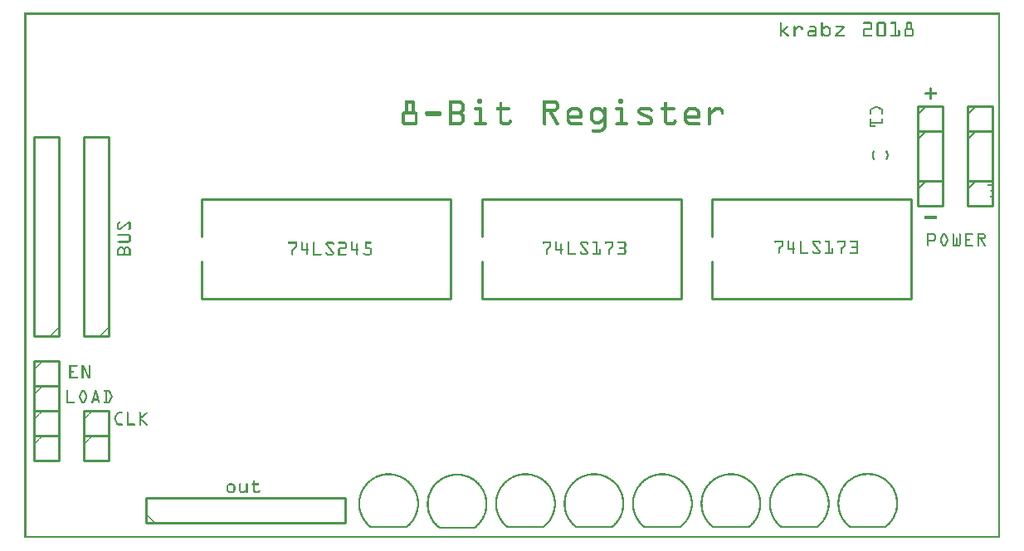
<source format=gto>
G04 MADE WITH FRITZING*
G04 WWW.FRITZING.ORG*
G04 DOUBLE SIDED*
G04 HOLES PLATED*
G04 CONTOUR ON CENTER OF CONTOUR VECTOR*
%ASAXBY*%
%FSLAX23Y23*%
%MOIN*%
%OFA0B0*%
%SFA1.0B1.0*%
%ADD10C,0.010000*%
%ADD11C,0.005000*%
%ADD12R,0.001000X0.001000*%
%LNSILK1*%
G90*
G70*
G54D10*
X3788Y1736D02*
X3788Y1636D01*
D02*
X3788Y1636D02*
X3888Y1636D01*
D02*
X3888Y1636D02*
X3888Y1736D01*
D02*
X3888Y1736D02*
X3788Y1736D01*
G54D11*
D02*
X3788Y1701D02*
X3823Y1736D01*
G54D10*
D02*
X3588Y1736D02*
X3588Y1636D01*
D02*
X3588Y1636D02*
X3688Y1636D01*
D02*
X3688Y1636D02*
X3688Y1736D01*
D02*
X3688Y1736D02*
X3588Y1736D01*
G54D11*
D02*
X3588Y1701D02*
X3623Y1736D01*
G54D10*
D02*
X3788Y1436D02*
X3788Y1336D01*
D02*
X3788Y1336D02*
X3888Y1336D01*
D02*
X3888Y1336D02*
X3888Y1436D01*
D02*
X3888Y1436D02*
X3788Y1436D01*
G54D11*
D02*
X3788Y1401D02*
X3823Y1436D01*
G54D10*
D02*
X3588Y1436D02*
X3588Y1336D01*
D02*
X3588Y1336D02*
X3688Y1336D01*
D02*
X3688Y1336D02*
X3688Y1436D01*
D02*
X3688Y1436D02*
X3588Y1436D01*
G54D11*
D02*
X3588Y1401D02*
X3623Y1436D01*
G54D10*
D02*
X3788Y1636D02*
X3788Y1436D01*
D02*
X3788Y1436D02*
X3888Y1436D01*
D02*
X3888Y1436D02*
X3888Y1636D01*
D02*
X3888Y1636D02*
X3788Y1636D01*
G54D11*
D02*
X3788Y1601D02*
X3823Y1636D01*
G54D10*
D02*
X3588Y1636D02*
X3588Y1436D01*
D02*
X3588Y1436D02*
X3688Y1436D01*
D02*
X3688Y1436D02*
X3688Y1636D01*
D02*
X3688Y1636D02*
X3588Y1636D01*
G54D11*
D02*
X3588Y1601D02*
X3623Y1636D01*
G54D10*
D02*
X488Y61D02*
X1288Y61D01*
D02*
X1288Y61D02*
X1288Y161D01*
D02*
X1288Y161D02*
X488Y161D01*
D02*
X488Y161D02*
X488Y61D01*
D02*
X713Y961D02*
X1713Y961D01*
D02*
X1713Y961D02*
X1713Y1361D01*
D02*
X1713Y1361D02*
X713Y1361D01*
D02*
X713Y961D02*
X713Y1111D01*
D02*
X713Y1211D02*
X713Y1361D01*
D02*
X1838Y961D02*
X2638Y961D01*
D02*
X2638Y961D02*
X2638Y1361D01*
D02*
X2638Y1361D02*
X1838Y1361D01*
D02*
X1838Y961D02*
X1838Y1111D01*
D02*
X1838Y1211D02*
X1838Y1361D01*
D02*
X2763Y961D02*
X3563Y961D01*
D02*
X3563Y961D02*
X3563Y1361D01*
D02*
X3563Y1361D02*
X2763Y1361D01*
D02*
X2763Y961D02*
X2763Y1111D01*
D02*
X2763Y1211D02*
X2763Y1361D01*
D02*
X38Y611D02*
X38Y511D01*
D02*
X38Y511D02*
X138Y511D01*
D02*
X138Y511D02*
X138Y611D01*
D02*
X138Y611D02*
X38Y611D01*
D02*
X38Y411D02*
X38Y311D01*
D02*
X38Y311D02*
X138Y311D01*
D02*
X138Y311D02*
X138Y411D01*
D02*
X138Y411D02*
X38Y411D01*
D02*
X238Y411D02*
X238Y311D01*
D02*
X238Y311D02*
X338Y311D01*
D02*
X338Y311D02*
X338Y411D01*
D02*
X338Y411D02*
X238Y411D01*
D02*
X38Y511D02*
X38Y411D01*
D02*
X38Y411D02*
X138Y411D01*
D02*
X138Y411D02*
X138Y511D01*
D02*
X138Y511D02*
X38Y511D01*
D02*
X238Y511D02*
X238Y411D01*
D02*
X238Y411D02*
X338Y411D01*
D02*
X338Y411D02*
X338Y511D01*
D02*
X338Y511D02*
X238Y511D01*
D02*
X138Y811D02*
X138Y1611D01*
D02*
X138Y1611D02*
X38Y1611D01*
D02*
X38Y1611D02*
X38Y811D01*
D02*
X38Y811D02*
X138Y811D01*
D02*
X338Y811D02*
X338Y1611D01*
D02*
X338Y1611D02*
X238Y1611D01*
D02*
X238Y1611D02*
X238Y811D01*
D02*
X238Y811D02*
X338Y811D01*
D02*
X38Y711D02*
X38Y611D01*
D02*
X38Y611D02*
X138Y611D01*
D02*
X138Y611D02*
X138Y711D01*
D02*
X138Y711D02*
X38Y711D01*
G54D12*
X0Y2109D02*
X3918Y2109D01*
X0Y2108D02*
X3918Y2108D01*
X0Y2107D02*
X3918Y2107D01*
X0Y2106D02*
X3918Y2106D01*
X0Y2105D02*
X3918Y2105D01*
X0Y2104D02*
X3918Y2104D01*
X0Y2103D02*
X3918Y2103D01*
X0Y2102D02*
X3918Y2102D01*
X0Y2101D02*
X7Y2101D01*
X3911Y2101D02*
X3918Y2101D01*
X0Y2100D02*
X7Y2100D01*
X3911Y2100D02*
X3918Y2100D01*
X0Y2099D02*
X7Y2099D01*
X3911Y2099D02*
X3918Y2099D01*
X0Y2098D02*
X7Y2098D01*
X3911Y2098D02*
X3918Y2098D01*
X0Y2097D02*
X7Y2097D01*
X3911Y2097D02*
X3918Y2097D01*
X0Y2096D02*
X7Y2096D01*
X3911Y2096D02*
X3918Y2096D01*
X0Y2095D02*
X7Y2095D01*
X3911Y2095D02*
X3918Y2095D01*
X0Y2094D02*
X7Y2094D01*
X3911Y2094D02*
X3918Y2094D01*
X0Y2093D02*
X7Y2093D01*
X3911Y2093D02*
X3918Y2093D01*
X0Y2092D02*
X7Y2092D01*
X3911Y2092D02*
X3918Y2092D01*
X0Y2091D02*
X7Y2091D01*
X3911Y2091D02*
X3918Y2091D01*
X0Y2090D02*
X7Y2090D01*
X3911Y2090D02*
X3918Y2090D01*
X0Y2089D02*
X7Y2089D01*
X3911Y2089D02*
X3918Y2089D01*
X0Y2088D02*
X7Y2088D01*
X3911Y2088D02*
X3918Y2088D01*
X0Y2087D02*
X7Y2087D01*
X3911Y2087D02*
X3918Y2087D01*
X0Y2086D02*
X7Y2086D01*
X3911Y2086D02*
X3918Y2086D01*
X0Y2085D02*
X7Y2085D01*
X3911Y2085D02*
X3918Y2085D01*
X0Y2084D02*
X7Y2084D01*
X3911Y2084D02*
X3918Y2084D01*
X0Y2083D02*
X7Y2083D01*
X3911Y2083D02*
X3918Y2083D01*
X0Y2082D02*
X7Y2082D01*
X3911Y2082D02*
X3918Y2082D01*
X0Y2081D02*
X7Y2081D01*
X3911Y2081D02*
X3918Y2081D01*
X0Y2080D02*
X7Y2080D01*
X3911Y2080D02*
X3918Y2080D01*
X0Y2079D02*
X7Y2079D01*
X3911Y2079D02*
X3918Y2079D01*
X0Y2078D02*
X7Y2078D01*
X3911Y2078D02*
X3918Y2078D01*
X0Y2077D02*
X7Y2077D01*
X3911Y2077D02*
X3918Y2077D01*
X0Y2076D02*
X7Y2076D01*
X3911Y2076D02*
X3918Y2076D01*
X0Y2075D02*
X7Y2075D01*
X3911Y2075D02*
X3918Y2075D01*
X0Y2074D02*
X7Y2074D01*
X3911Y2074D02*
X3918Y2074D01*
X0Y2073D02*
X7Y2073D01*
X3037Y2073D02*
X3037Y2073D01*
X3204Y2073D02*
X3204Y2073D01*
X3371Y2073D02*
X3398Y2073D01*
X3430Y2073D02*
X3453Y2073D01*
X3482Y2073D02*
X3500Y2073D01*
X3545Y2073D02*
X3560Y2073D01*
X3911Y2073D02*
X3918Y2073D01*
X0Y2072D02*
X7Y2072D01*
X3035Y2072D02*
X3039Y2072D01*
X3202Y2072D02*
X3206Y2072D01*
X3368Y2072D02*
X3400Y2072D01*
X3427Y2072D02*
X3456Y2072D01*
X3480Y2072D02*
X3500Y2072D01*
X3543Y2072D02*
X3562Y2072D01*
X3911Y2072D02*
X3918Y2072D01*
X0Y2071D02*
X7Y2071D01*
X3034Y2071D02*
X3040Y2071D01*
X3201Y2071D02*
X3207Y2071D01*
X3368Y2071D02*
X3402Y2071D01*
X3425Y2071D02*
X3457Y2071D01*
X3479Y2071D02*
X3500Y2071D01*
X3542Y2071D02*
X3563Y2071D01*
X3911Y2071D02*
X3918Y2071D01*
X0Y2070D02*
X7Y2070D01*
X3034Y2070D02*
X3040Y2070D01*
X3201Y2070D02*
X3207Y2070D01*
X3367Y2070D02*
X3403Y2070D01*
X3424Y2070D02*
X3458Y2070D01*
X3478Y2070D02*
X3500Y2070D01*
X3542Y2070D02*
X3563Y2070D01*
X3911Y2070D02*
X3918Y2070D01*
X0Y2069D02*
X7Y2069D01*
X3034Y2069D02*
X3040Y2069D01*
X3200Y2069D02*
X3207Y2069D01*
X3367Y2069D02*
X3403Y2069D01*
X3424Y2069D02*
X3459Y2069D01*
X3478Y2069D02*
X3500Y2069D01*
X3542Y2069D02*
X3563Y2069D01*
X3911Y2069D02*
X3918Y2069D01*
X0Y2068D02*
X7Y2068D01*
X3034Y2068D02*
X3040Y2068D01*
X3200Y2068D02*
X3207Y2068D01*
X3367Y2068D02*
X3404Y2068D01*
X3423Y2068D02*
X3460Y2068D01*
X3479Y2068D02*
X3500Y2068D01*
X3542Y2068D02*
X3563Y2068D01*
X3911Y2068D02*
X3918Y2068D01*
X0Y2067D02*
X7Y2067D01*
X3034Y2067D02*
X3040Y2067D01*
X3200Y2067D02*
X3207Y2067D01*
X3368Y2067D02*
X3404Y2067D01*
X3423Y2067D02*
X3460Y2067D01*
X3479Y2067D02*
X3500Y2067D01*
X3542Y2067D02*
X3563Y2067D01*
X3911Y2067D02*
X3918Y2067D01*
X0Y2066D02*
X7Y2066D01*
X3034Y2066D02*
X3040Y2066D01*
X3200Y2066D02*
X3207Y2066D01*
X3369Y2066D02*
X3404Y2066D01*
X3423Y2066D02*
X3460Y2066D01*
X3480Y2066D02*
X3500Y2066D01*
X3542Y2066D02*
X3563Y2066D01*
X3911Y2066D02*
X3918Y2066D01*
X0Y2065D02*
X7Y2065D01*
X3034Y2065D02*
X3040Y2065D01*
X3200Y2065D02*
X3207Y2065D01*
X3398Y2065D02*
X3404Y2065D01*
X3423Y2065D02*
X3430Y2065D01*
X3453Y2065D02*
X3460Y2065D01*
X3493Y2065D02*
X3500Y2065D01*
X3542Y2065D02*
X3548Y2065D01*
X3557Y2065D02*
X3563Y2065D01*
X3911Y2065D02*
X3918Y2065D01*
X0Y2064D02*
X7Y2064D01*
X3034Y2064D02*
X3040Y2064D01*
X3200Y2064D02*
X3207Y2064D01*
X3398Y2064D02*
X3404Y2064D01*
X3423Y2064D02*
X3430Y2064D01*
X3453Y2064D02*
X3460Y2064D01*
X3494Y2064D02*
X3500Y2064D01*
X3542Y2064D02*
X3548Y2064D01*
X3557Y2064D02*
X3563Y2064D01*
X3911Y2064D02*
X3918Y2064D01*
X0Y2063D02*
X7Y2063D01*
X3034Y2063D02*
X3040Y2063D01*
X3200Y2063D02*
X3207Y2063D01*
X3398Y2063D02*
X3404Y2063D01*
X3423Y2063D02*
X3430Y2063D01*
X3453Y2063D02*
X3460Y2063D01*
X3494Y2063D02*
X3500Y2063D01*
X3542Y2063D02*
X3548Y2063D01*
X3557Y2063D02*
X3563Y2063D01*
X3911Y2063D02*
X3918Y2063D01*
X0Y2062D02*
X7Y2062D01*
X3034Y2062D02*
X3040Y2062D01*
X3200Y2062D02*
X3207Y2062D01*
X3398Y2062D02*
X3404Y2062D01*
X3423Y2062D02*
X3430Y2062D01*
X3453Y2062D02*
X3460Y2062D01*
X3494Y2062D02*
X3500Y2062D01*
X3542Y2062D02*
X3548Y2062D01*
X3557Y2062D02*
X3563Y2062D01*
X3911Y2062D02*
X3918Y2062D01*
X0Y2061D02*
X7Y2061D01*
X3034Y2061D02*
X3040Y2061D01*
X3200Y2061D02*
X3207Y2061D01*
X3398Y2061D02*
X3404Y2061D01*
X3423Y2061D02*
X3430Y2061D01*
X3453Y2061D02*
X3460Y2061D01*
X3494Y2061D02*
X3500Y2061D01*
X3542Y2061D02*
X3548Y2061D01*
X3557Y2061D02*
X3563Y2061D01*
X3911Y2061D02*
X3918Y2061D01*
X0Y2060D02*
X7Y2060D01*
X3034Y2060D02*
X3040Y2060D01*
X3200Y2060D02*
X3207Y2060D01*
X3398Y2060D02*
X3404Y2060D01*
X3423Y2060D02*
X3430Y2060D01*
X3453Y2060D02*
X3460Y2060D01*
X3494Y2060D02*
X3500Y2060D01*
X3542Y2060D02*
X3548Y2060D01*
X3557Y2060D02*
X3563Y2060D01*
X3911Y2060D02*
X3918Y2060D01*
X0Y2059D02*
X7Y2059D01*
X3034Y2059D02*
X3040Y2059D01*
X3200Y2059D02*
X3207Y2059D01*
X3398Y2059D02*
X3404Y2059D01*
X3423Y2059D02*
X3430Y2059D01*
X3453Y2059D02*
X3460Y2059D01*
X3494Y2059D02*
X3500Y2059D01*
X3542Y2059D02*
X3548Y2059D01*
X3557Y2059D02*
X3563Y2059D01*
X3911Y2059D02*
X3918Y2059D01*
X0Y2058D02*
X7Y2058D01*
X3034Y2058D02*
X3040Y2058D01*
X3200Y2058D02*
X3207Y2058D01*
X3398Y2058D02*
X3404Y2058D01*
X3423Y2058D02*
X3430Y2058D01*
X3453Y2058D02*
X3460Y2058D01*
X3494Y2058D02*
X3500Y2058D01*
X3542Y2058D02*
X3548Y2058D01*
X3557Y2058D02*
X3563Y2058D01*
X3911Y2058D02*
X3918Y2058D01*
X0Y2057D02*
X7Y2057D01*
X3034Y2057D02*
X3040Y2057D01*
X3200Y2057D02*
X3207Y2057D01*
X3398Y2057D02*
X3404Y2057D01*
X3423Y2057D02*
X3430Y2057D01*
X3453Y2057D02*
X3460Y2057D01*
X3494Y2057D02*
X3500Y2057D01*
X3542Y2057D02*
X3548Y2057D01*
X3557Y2057D02*
X3563Y2057D01*
X3911Y2057D02*
X3918Y2057D01*
X0Y2056D02*
X7Y2056D01*
X3034Y2056D02*
X3040Y2056D01*
X3062Y2056D02*
X3065Y2056D01*
X3091Y2056D02*
X3094Y2056D01*
X3106Y2056D02*
X3119Y2056D01*
X3154Y2056D02*
X3174Y2056D01*
X3200Y2056D02*
X3207Y2056D01*
X3215Y2056D02*
X3227Y2056D01*
X3259Y2056D02*
X3292Y2056D01*
X3398Y2056D02*
X3404Y2056D01*
X3423Y2056D02*
X3430Y2056D01*
X3453Y2056D02*
X3460Y2056D01*
X3494Y2056D02*
X3500Y2056D01*
X3542Y2056D02*
X3548Y2056D01*
X3557Y2056D02*
X3563Y2056D01*
X3911Y2056D02*
X3918Y2056D01*
X0Y2055D02*
X7Y2055D01*
X3034Y2055D02*
X3040Y2055D01*
X3061Y2055D02*
X3066Y2055D01*
X3090Y2055D02*
X3095Y2055D01*
X3105Y2055D02*
X3121Y2055D01*
X3153Y2055D02*
X3176Y2055D01*
X3200Y2055D02*
X3207Y2055D01*
X3212Y2055D02*
X3229Y2055D01*
X3259Y2055D02*
X3293Y2055D01*
X3398Y2055D02*
X3404Y2055D01*
X3423Y2055D02*
X3430Y2055D01*
X3453Y2055D02*
X3460Y2055D01*
X3494Y2055D02*
X3500Y2055D01*
X3542Y2055D02*
X3548Y2055D01*
X3557Y2055D02*
X3563Y2055D01*
X3911Y2055D02*
X3918Y2055D01*
X0Y2054D02*
X7Y2054D01*
X3034Y2054D02*
X3040Y2054D01*
X3060Y2054D02*
X3067Y2054D01*
X3089Y2054D02*
X3096Y2054D01*
X3104Y2054D02*
X3122Y2054D01*
X3153Y2054D02*
X3177Y2054D01*
X3200Y2054D02*
X3207Y2054D01*
X3211Y2054D02*
X3231Y2054D01*
X3258Y2054D02*
X3293Y2054D01*
X3398Y2054D02*
X3404Y2054D01*
X3423Y2054D02*
X3430Y2054D01*
X3453Y2054D02*
X3460Y2054D01*
X3494Y2054D02*
X3500Y2054D01*
X3542Y2054D02*
X3548Y2054D01*
X3557Y2054D02*
X3563Y2054D01*
X3911Y2054D02*
X3918Y2054D01*
X0Y2053D02*
X7Y2053D01*
X3034Y2053D02*
X3040Y2053D01*
X3058Y2053D02*
X3067Y2053D01*
X3089Y2053D02*
X3096Y2053D01*
X3102Y2053D02*
X3123Y2053D01*
X3153Y2053D02*
X3178Y2053D01*
X3200Y2053D02*
X3207Y2053D01*
X3210Y2053D02*
X3232Y2053D01*
X3258Y2053D02*
X3293Y2053D01*
X3398Y2053D02*
X3404Y2053D01*
X3423Y2053D02*
X3430Y2053D01*
X3453Y2053D02*
X3460Y2053D01*
X3494Y2053D02*
X3500Y2053D01*
X3542Y2053D02*
X3548Y2053D01*
X3557Y2053D02*
X3563Y2053D01*
X3911Y2053D02*
X3918Y2053D01*
X0Y2052D02*
X7Y2052D01*
X3034Y2052D02*
X3040Y2052D01*
X3057Y2052D02*
X3067Y2052D01*
X3089Y2052D02*
X3096Y2052D01*
X3101Y2052D02*
X3124Y2052D01*
X3153Y2052D02*
X3179Y2052D01*
X3200Y2052D02*
X3233Y2052D01*
X3258Y2052D02*
X3293Y2052D01*
X3398Y2052D02*
X3404Y2052D01*
X3423Y2052D02*
X3430Y2052D01*
X3453Y2052D02*
X3460Y2052D01*
X3494Y2052D02*
X3500Y2052D01*
X3542Y2052D02*
X3548Y2052D01*
X3557Y2052D02*
X3563Y2052D01*
X3911Y2052D02*
X3918Y2052D01*
X0Y2051D02*
X7Y2051D01*
X3034Y2051D02*
X3040Y2051D01*
X3056Y2051D02*
X3067Y2051D01*
X3089Y2051D02*
X3096Y2051D01*
X3100Y2051D02*
X3125Y2051D01*
X3153Y2051D02*
X3180Y2051D01*
X3200Y2051D02*
X3234Y2051D01*
X3258Y2051D02*
X3293Y2051D01*
X3398Y2051D02*
X3404Y2051D01*
X3423Y2051D02*
X3430Y2051D01*
X3453Y2051D02*
X3460Y2051D01*
X3494Y2051D02*
X3500Y2051D01*
X3542Y2051D02*
X3548Y2051D01*
X3557Y2051D02*
X3563Y2051D01*
X3911Y2051D02*
X3918Y2051D01*
X0Y2050D02*
X7Y2050D01*
X3034Y2050D02*
X3040Y2050D01*
X3055Y2050D02*
X3066Y2050D01*
X3089Y2050D02*
X3096Y2050D01*
X3099Y2050D02*
X3126Y2050D01*
X3154Y2050D02*
X3180Y2050D01*
X3200Y2050D02*
X3235Y2050D01*
X3259Y2050D02*
X3293Y2050D01*
X3398Y2050D02*
X3404Y2050D01*
X3423Y2050D02*
X3430Y2050D01*
X3453Y2050D02*
X3460Y2050D01*
X3494Y2050D02*
X3500Y2050D01*
X3542Y2050D02*
X3548Y2050D01*
X3557Y2050D02*
X3563Y2050D01*
X3911Y2050D02*
X3918Y2050D01*
X0Y2049D02*
X7Y2049D01*
X3034Y2049D02*
X3040Y2049D01*
X3054Y2049D02*
X3065Y2049D01*
X3089Y2049D02*
X3096Y2049D01*
X3098Y2049D02*
X3109Y2049D01*
X3116Y2049D02*
X3126Y2049D01*
X3171Y2049D02*
X3181Y2049D01*
X3200Y2049D02*
X3218Y2049D01*
X3224Y2049D02*
X3236Y2049D01*
X3283Y2049D02*
X3293Y2049D01*
X3398Y2049D02*
X3404Y2049D01*
X3423Y2049D02*
X3430Y2049D01*
X3453Y2049D02*
X3460Y2049D01*
X3494Y2049D02*
X3500Y2049D01*
X3542Y2049D02*
X3548Y2049D01*
X3557Y2049D02*
X3563Y2049D01*
X3911Y2049D02*
X3918Y2049D01*
X0Y2048D02*
X7Y2048D01*
X3034Y2048D02*
X3040Y2048D01*
X3053Y2048D02*
X3063Y2048D01*
X3089Y2048D02*
X3108Y2048D01*
X3119Y2048D02*
X3126Y2048D01*
X3173Y2048D02*
X3181Y2048D01*
X3200Y2048D02*
X3215Y2048D01*
X3227Y2048D02*
X3237Y2048D01*
X3283Y2048D02*
X3293Y2048D01*
X3398Y2048D02*
X3404Y2048D01*
X3423Y2048D02*
X3430Y2048D01*
X3453Y2048D02*
X3460Y2048D01*
X3494Y2048D02*
X3500Y2048D01*
X3542Y2048D02*
X3548Y2048D01*
X3557Y2048D02*
X3563Y2048D01*
X3911Y2048D02*
X3918Y2048D01*
X0Y2047D02*
X7Y2047D01*
X3034Y2047D02*
X3040Y2047D01*
X3051Y2047D02*
X3062Y2047D01*
X3089Y2047D02*
X3106Y2047D01*
X3119Y2047D02*
X3126Y2047D01*
X3174Y2047D02*
X3181Y2047D01*
X3200Y2047D02*
X3214Y2047D01*
X3228Y2047D02*
X3237Y2047D01*
X3282Y2047D02*
X3292Y2047D01*
X3397Y2047D02*
X3404Y2047D01*
X3423Y2047D02*
X3430Y2047D01*
X3453Y2047D02*
X3460Y2047D01*
X3494Y2047D02*
X3500Y2047D01*
X3541Y2047D02*
X3564Y2047D01*
X3911Y2047D02*
X3918Y2047D01*
X0Y2046D02*
X7Y2046D01*
X3034Y2046D02*
X3040Y2046D01*
X3050Y2046D02*
X3061Y2046D01*
X3089Y2046D02*
X3105Y2046D01*
X3120Y2046D02*
X3127Y2046D01*
X3174Y2046D02*
X3181Y2046D01*
X3200Y2046D02*
X3213Y2046D01*
X3229Y2046D02*
X3237Y2046D01*
X3281Y2046D02*
X3291Y2046D01*
X3371Y2046D02*
X3404Y2046D01*
X3423Y2046D02*
X3430Y2046D01*
X3453Y2046D02*
X3460Y2046D01*
X3494Y2046D02*
X3500Y2046D01*
X3538Y2046D02*
X3567Y2046D01*
X3911Y2046D02*
X3918Y2046D01*
X0Y2045D02*
X7Y2045D01*
X3034Y2045D02*
X3040Y2045D01*
X3049Y2045D02*
X3060Y2045D01*
X3089Y2045D02*
X3104Y2045D01*
X3120Y2045D02*
X3127Y2045D01*
X3174Y2045D02*
X3181Y2045D01*
X3200Y2045D02*
X3212Y2045D01*
X3230Y2045D02*
X3238Y2045D01*
X3280Y2045D02*
X3290Y2045D01*
X3370Y2045D02*
X3404Y2045D01*
X3423Y2045D02*
X3430Y2045D01*
X3453Y2045D02*
X3460Y2045D01*
X3494Y2045D02*
X3500Y2045D01*
X3536Y2045D02*
X3568Y2045D01*
X3911Y2045D02*
X3918Y2045D01*
X0Y2044D02*
X7Y2044D01*
X3034Y2044D02*
X3040Y2044D01*
X3048Y2044D02*
X3059Y2044D01*
X3089Y2044D02*
X3103Y2044D01*
X3120Y2044D02*
X3127Y2044D01*
X3174Y2044D02*
X3181Y2044D01*
X3200Y2044D02*
X3210Y2044D01*
X3231Y2044D02*
X3238Y2044D01*
X3279Y2044D02*
X3289Y2044D01*
X3369Y2044D02*
X3404Y2044D01*
X3423Y2044D02*
X3430Y2044D01*
X3453Y2044D02*
X3460Y2044D01*
X3494Y2044D02*
X3500Y2044D01*
X3536Y2044D02*
X3569Y2044D01*
X3911Y2044D02*
X3918Y2044D01*
X0Y2043D02*
X7Y2043D01*
X3034Y2043D02*
X3040Y2043D01*
X3047Y2043D02*
X3058Y2043D01*
X3089Y2043D02*
X3102Y2043D01*
X3120Y2043D02*
X3127Y2043D01*
X3174Y2043D02*
X3181Y2043D01*
X3200Y2043D02*
X3209Y2043D01*
X3231Y2043D02*
X3238Y2043D01*
X3278Y2043D02*
X3288Y2043D01*
X3368Y2043D02*
X3403Y2043D01*
X3423Y2043D02*
X3430Y2043D01*
X3453Y2043D02*
X3460Y2043D01*
X3494Y2043D02*
X3500Y2043D01*
X3535Y2043D02*
X3570Y2043D01*
X3911Y2043D02*
X3918Y2043D01*
X0Y2042D02*
X7Y2042D01*
X3034Y2042D02*
X3040Y2042D01*
X3045Y2042D02*
X3056Y2042D01*
X3089Y2042D02*
X3101Y2042D01*
X3120Y2042D02*
X3126Y2042D01*
X3174Y2042D02*
X3181Y2042D01*
X3200Y2042D02*
X3208Y2042D01*
X3231Y2042D02*
X3238Y2042D01*
X3277Y2042D02*
X3287Y2042D01*
X3368Y2042D02*
X3403Y2042D01*
X3423Y2042D02*
X3430Y2042D01*
X3453Y2042D02*
X3460Y2042D01*
X3494Y2042D02*
X3500Y2042D01*
X3534Y2042D02*
X3571Y2042D01*
X3911Y2042D02*
X3918Y2042D01*
X0Y2041D02*
X7Y2041D01*
X3034Y2041D02*
X3040Y2041D01*
X3044Y2041D02*
X3055Y2041D01*
X3089Y2041D02*
X3100Y2041D01*
X3121Y2041D02*
X3126Y2041D01*
X3174Y2041D02*
X3181Y2041D01*
X3200Y2041D02*
X3207Y2041D01*
X3231Y2041D02*
X3238Y2041D01*
X3276Y2041D02*
X3286Y2041D01*
X3367Y2041D02*
X3401Y2041D01*
X3423Y2041D02*
X3430Y2041D01*
X3453Y2041D02*
X3460Y2041D01*
X3494Y2041D02*
X3500Y2041D01*
X3534Y2041D02*
X3571Y2041D01*
X3911Y2041D02*
X3918Y2041D01*
X0Y2040D02*
X7Y2040D01*
X3034Y2040D02*
X3040Y2040D01*
X3043Y2040D02*
X3054Y2040D01*
X3089Y2040D02*
X3098Y2040D01*
X3121Y2040D02*
X3125Y2040D01*
X3153Y2040D02*
X3181Y2040D01*
X3200Y2040D02*
X3207Y2040D01*
X3231Y2040D02*
X3238Y2040D01*
X3275Y2040D02*
X3285Y2040D01*
X3367Y2040D02*
X3400Y2040D01*
X3423Y2040D02*
X3430Y2040D01*
X3453Y2040D02*
X3460Y2040D01*
X3494Y2040D02*
X3500Y2040D01*
X3511Y2040D02*
X3513Y2040D01*
X3534Y2040D02*
X3571Y2040D01*
X3911Y2040D02*
X3918Y2040D01*
X0Y2039D02*
X7Y2039D01*
X3034Y2039D02*
X3053Y2039D01*
X3089Y2039D02*
X3097Y2039D01*
X3151Y2039D02*
X3181Y2039D01*
X3200Y2039D02*
X3207Y2039D01*
X3231Y2039D02*
X3238Y2039D01*
X3274Y2039D02*
X3284Y2039D01*
X3367Y2039D02*
X3374Y2039D01*
X3423Y2039D02*
X3430Y2039D01*
X3453Y2039D02*
X3460Y2039D01*
X3494Y2039D02*
X3500Y2039D01*
X3510Y2039D02*
X3515Y2039D01*
X3534Y2039D02*
X3541Y2039D01*
X3564Y2039D02*
X3571Y2039D01*
X3911Y2039D02*
X3918Y2039D01*
X0Y2038D02*
X7Y2038D01*
X3034Y2038D02*
X3052Y2038D01*
X3089Y2038D02*
X3096Y2038D01*
X3149Y2038D02*
X3181Y2038D01*
X3200Y2038D02*
X3207Y2038D01*
X3231Y2038D02*
X3238Y2038D01*
X3273Y2038D02*
X3283Y2038D01*
X3367Y2038D02*
X3374Y2038D01*
X3423Y2038D02*
X3430Y2038D01*
X3453Y2038D02*
X3460Y2038D01*
X3494Y2038D02*
X3500Y2038D01*
X3509Y2038D02*
X3515Y2038D01*
X3534Y2038D02*
X3541Y2038D01*
X3564Y2038D02*
X3571Y2038D01*
X3911Y2038D02*
X3918Y2038D01*
X0Y2037D02*
X7Y2037D01*
X3034Y2037D02*
X3051Y2037D01*
X3089Y2037D02*
X3096Y2037D01*
X3148Y2037D02*
X3181Y2037D01*
X3200Y2037D02*
X3207Y2037D01*
X3231Y2037D02*
X3238Y2037D01*
X3272Y2037D02*
X3282Y2037D01*
X3367Y2037D02*
X3374Y2037D01*
X3423Y2037D02*
X3430Y2037D01*
X3453Y2037D02*
X3460Y2037D01*
X3494Y2037D02*
X3500Y2037D01*
X3509Y2037D02*
X3516Y2037D01*
X3534Y2037D02*
X3541Y2037D01*
X3564Y2037D02*
X3571Y2037D01*
X3911Y2037D02*
X3918Y2037D01*
X0Y2036D02*
X7Y2036D01*
X3034Y2036D02*
X3051Y2036D01*
X3089Y2036D02*
X3096Y2036D01*
X3147Y2036D02*
X3181Y2036D01*
X3200Y2036D02*
X3207Y2036D01*
X3231Y2036D02*
X3238Y2036D01*
X3271Y2036D02*
X3281Y2036D01*
X3367Y2036D02*
X3374Y2036D01*
X3423Y2036D02*
X3430Y2036D01*
X3453Y2036D02*
X3460Y2036D01*
X3494Y2036D02*
X3500Y2036D01*
X3509Y2036D02*
X3516Y2036D01*
X3534Y2036D02*
X3541Y2036D01*
X3564Y2036D02*
X3571Y2036D01*
X3911Y2036D02*
X3918Y2036D01*
X0Y2035D02*
X7Y2035D01*
X3034Y2035D02*
X3052Y2035D01*
X3089Y2035D02*
X3096Y2035D01*
X3147Y2035D02*
X3182Y2035D01*
X3200Y2035D02*
X3207Y2035D01*
X3231Y2035D02*
X3238Y2035D01*
X3270Y2035D02*
X3280Y2035D01*
X3367Y2035D02*
X3374Y2035D01*
X3423Y2035D02*
X3430Y2035D01*
X3453Y2035D02*
X3460Y2035D01*
X3494Y2035D02*
X3500Y2035D01*
X3509Y2035D02*
X3516Y2035D01*
X3534Y2035D02*
X3541Y2035D01*
X3564Y2035D02*
X3571Y2035D01*
X3911Y2035D02*
X3918Y2035D01*
X0Y2034D02*
X7Y2034D01*
X3034Y2034D02*
X3053Y2034D01*
X3089Y2034D02*
X3096Y2034D01*
X3146Y2034D02*
X3182Y2034D01*
X3200Y2034D02*
X3207Y2034D01*
X3231Y2034D02*
X3238Y2034D01*
X3269Y2034D02*
X3279Y2034D01*
X3367Y2034D02*
X3374Y2034D01*
X3423Y2034D02*
X3430Y2034D01*
X3453Y2034D02*
X3460Y2034D01*
X3494Y2034D02*
X3500Y2034D01*
X3509Y2034D02*
X3516Y2034D01*
X3534Y2034D02*
X3541Y2034D01*
X3564Y2034D02*
X3571Y2034D01*
X3911Y2034D02*
X3918Y2034D01*
X0Y2033D02*
X7Y2033D01*
X3034Y2033D02*
X3054Y2033D01*
X3089Y2033D02*
X3096Y2033D01*
X3146Y2033D02*
X3182Y2033D01*
X3200Y2033D02*
X3207Y2033D01*
X3231Y2033D02*
X3238Y2033D01*
X3268Y2033D02*
X3278Y2033D01*
X3367Y2033D02*
X3374Y2033D01*
X3423Y2033D02*
X3430Y2033D01*
X3453Y2033D02*
X3460Y2033D01*
X3494Y2033D02*
X3500Y2033D01*
X3509Y2033D02*
X3516Y2033D01*
X3534Y2033D02*
X3541Y2033D01*
X3564Y2033D02*
X3571Y2033D01*
X3911Y2033D02*
X3918Y2033D01*
X0Y2032D02*
X7Y2032D01*
X3034Y2032D02*
X3056Y2032D01*
X3089Y2032D02*
X3096Y2032D01*
X3145Y2032D02*
X3153Y2032D01*
X3173Y2032D02*
X3182Y2032D01*
X3200Y2032D02*
X3207Y2032D01*
X3231Y2032D02*
X3238Y2032D01*
X3266Y2032D02*
X3277Y2032D01*
X3367Y2032D02*
X3374Y2032D01*
X3423Y2032D02*
X3430Y2032D01*
X3453Y2032D02*
X3460Y2032D01*
X3494Y2032D02*
X3500Y2032D01*
X3509Y2032D02*
X3516Y2032D01*
X3534Y2032D02*
X3541Y2032D01*
X3564Y2032D02*
X3571Y2032D01*
X3911Y2032D02*
X3918Y2032D01*
X0Y2031D02*
X7Y2031D01*
X3034Y2031D02*
X3044Y2031D01*
X3046Y2031D02*
X3057Y2031D01*
X3089Y2031D02*
X3096Y2031D01*
X3145Y2031D02*
X3152Y2031D01*
X3174Y2031D02*
X3182Y2031D01*
X3200Y2031D02*
X3207Y2031D01*
X3231Y2031D02*
X3238Y2031D01*
X3265Y2031D02*
X3276Y2031D01*
X3367Y2031D02*
X3374Y2031D01*
X3423Y2031D02*
X3430Y2031D01*
X3453Y2031D02*
X3460Y2031D01*
X3494Y2031D02*
X3500Y2031D01*
X3509Y2031D02*
X3516Y2031D01*
X3534Y2031D02*
X3541Y2031D01*
X3564Y2031D02*
X3571Y2031D01*
X3911Y2031D02*
X3918Y2031D01*
X0Y2030D02*
X7Y2030D01*
X3034Y2030D02*
X3042Y2030D01*
X3047Y2030D02*
X3058Y2030D01*
X3089Y2030D02*
X3096Y2030D01*
X3145Y2030D02*
X3152Y2030D01*
X3175Y2030D02*
X3182Y2030D01*
X3200Y2030D02*
X3207Y2030D01*
X3231Y2030D02*
X3238Y2030D01*
X3264Y2030D02*
X3275Y2030D01*
X3367Y2030D02*
X3374Y2030D01*
X3423Y2030D02*
X3430Y2030D01*
X3453Y2030D02*
X3460Y2030D01*
X3494Y2030D02*
X3500Y2030D01*
X3509Y2030D02*
X3516Y2030D01*
X3534Y2030D02*
X3541Y2030D01*
X3564Y2030D02*
X3571Y2030D01*
X3911Y2030D02*
X3918Y2030D01*
X0Y2029D02*
X7Y2029D01*
X3034Y2029D02*
X3041Y2029D01*
X3048Y2029D02*
X3059Y2029D01*
X3089Y2029D02*
X3096Y2029D01*
X3145Y2029D02*
X3152Y2029D01*
X3175Y2029D02*
X3182Y2029D01*
X3200Y2029D02*
X3208Y2029D01*
X3231Y2029D02*
X3238Y2029D01*
X3263Y2029D02*
X3274Y2029D01*
X3367Y2029D02*
X3374Y2029D01*
X3423Y2029D02*
X3430Y2029D01*
X3453Y2029D02*
X3460Y2029D01*
X3494Y2029D02*
X3500Y2029D01*
X3509Y2029D02*
X3516Y2029D01*
X3534Y2029D02*
X3541Y2029D01*
X3564Y2029D02*
X3571Y2029D01*
X3911Y2029D02*
X3918Y2029D01*
X0Y2028D02*
X7Y2028D01*
X3034Y2028D02*
X3041Y2028D01*
X3049Y2028D02*
X3060Y2028D01*
X3089Y2028D02*
X3096Y2028D01*
X3145Y2028D02*
X3152Y2028D01*
X3175Y2028D02*
X3182Y2028D01*
X3200Y2028D02*
X3208Y2028D01*
X3231Y2028D02*
X3238Y2028D01*
X3262Y2028D02*
X3272Y2028D01*
X3367Y2028D02*
X3374Y2028D01*
X3423Y2028D02*
X3430Y2028D01*
X3453Y2028D02*
X3460Y2028D01*
X3494Y2028D02*
X3500Y2028D01*
X3509Y2028D02*
X3516Y2028D01*
X3534Y2028D02*
X3541Y2028D01*
X3564Y2028D02*
X3571Y2028D01*
X3911Y2028D02*
X3918Y2028D01*
X0Y2027D02*
X7Y2027D01*
X3034Y2027D02*
X3040Y2027D01*
X3050Y2027D02*
X3061Y2027D01*
X3089Y2027D02*
X3096Y2027D01*
X3145Y2027D02*
X3152Y2027D01*
X3175Y2027D02*
X3182Y2027D01*
X3200Y2027D02*
X3209Y2027D01*
X3231Y2027D02*
X3238Y2027D01*
X3261Y2027D02*
X3271Y2027D01*
X3367Y2027D02*
X3374Y2027D01*
X3423Y2027D02*
X3430Y2027D01*
X3453Y2027D02*
X3460Y2027D01*
X3494Y2027D02*
X3500Y2027D01*
X3509Y2027D02*
X3516Y2027D01*
X3534Y2027D02*
X3541Y2027D01*
X3564Y2027D02*
X3571Y2027D01*
X3911Y2027D02*
X3918Y2027D01*
X0Y2026D02*
X7Y2026D01*
X3034Y2026D02*
X3040Y2026D01*
X3052Y2026D02*
X3063Y2026D01*
X3089Y2026D02*
X3096Y2026D01*
X3145Y2026D02*
X3152Y2026D01*
X3175Y2026D02*
X3182Y2026D01*
X3200Y2026D02*
X3210Y2026D01*
X3231Y2026D02*
X3238Y2026D01*
X3260Y2026D02*
X3270Y2026D01*
X3367Y2026D02*
X3374Y2026D01*
X3423Y2026D02*
X3430Y2026D01*
X3453Y2026D02*
X3460Y2026D01*
X3494Y2026D02*
X3500Y2026D01*
X3509Y2026D02*
X3516Y2026D01*
X3534Y2026D02*
X3541Y2026D01*
X3564Y2026D02*
X3571Y2026D01*
X3911Y2026D02*
X3918Y2026D01*
X0Y2025D02*
X7Y2025D01*
X3034Y2025D02*
X3040Y2025D01*
X3053Y2025D02*
X3064Y2025D01*
X3089Y2025D02*
X3096Y2025D01*
X3145Y2025D02*
X3152Y2025D01*
X3174Y2025D02*
X3182Y2025D01*
X3200Y2025D02*
X3211Y2025D01*
X3230Y2025D02*
X3238Y2025D01*
X3259Y2025D02*
X3269Y2025D01*
X3367Y2025D02*
X3374Y2025D01*
X3423Y2025D02*
X3430Y2025D01*
X3453Y2025D02*
X3460Y2025D01*
X3494Y2025D02*
X3500Y2025D01*
X3509Y2025D02*
X3516Y2025D01*
X3534Y2025D02*
X3541Y2025D01*
X3564Y2025D02*
X3571Y2025D01*
X3911Y2025D02*
X3918Y2025D01*
X0Y2024D02*
X7Y2024D01*
X3034Y2024D02*
X3040Y2024D01*
X3054Y2024D02*
X3065Y2024D01*
X3089Y2024D02*
X3096Y2024D01*
X3145Y2024D02*
X3152Y2024D01*
X3172Y2024D02*
X3182Y2024D01*
X3200Y2024D02*
X3213Y2024D01*
X3229Y2024D02*
X3237Y2024D01*
X3258Y2024D02*
X3268Y2024D01*
X3367Y2024D02*
X3374Y2024D01*
X3423Y2024D02*
X3430Y2024D01*
X3453Y2024D02*
X3460Y2024D01*
X3494Y2024D02*
X3500Y2024D01*
X3509Y2024D02*
X3516Y2024D01*
X3534Y2024D02*
X3541Y2024D01*
X3564Y2024D02*
X3571Y2024D01*
X3911Y2024D02*
X3918Y2024D01*
X0Y2023D02*
X7Y2023D01*
X3034Y2023D02*
X3040Y2023D01*
X3055Y2023D02*
X3066Y2023D01*
X3089Y2023D02*
X3096Y2023D01*
X3145Y2023D02*
X3152Y2023D01*
X3170Y2023D02*
X3182Y2023D01*
X3200Y2023D02*
X3214Y2023D01*
X3228Y2023D02*
X3237Y2023D01*
X3257Y2023D02*
X3267Y2023D01*
X3367Y2023D02*
X3374Y2023D01*
X3423Y2023D02*
X3430Y2023D01*
X3453Y2023D02*
X3460Y2023D01*
X3494Y2023D02*
X3500Y2023D01*
X3509Y2023D02*
X3516Y2023D01*
X3534Y2023D02*
X3541Y2023D01*
X3564Y2023D02*
X3571Y2023D01*
X3911Y2023D02*
X3918Y2023D01*
X0Y2022D02*
X7Y2022D01*
X3034Y2022D02*
X3040Y2022D01*
X3056Y2022D02*
X3067Y2022D01*
X3089Y2022D02*
X3096Y2022D01*
X3145Y2022D02*
X3153Y2022D01*
X3169Y2022D02*
X3182Y2022D01*
X3200Y2022D02*
X3215Y2022D01*
X3227Y2022D02*
X3236Y2022D01*
X3256Y2022D02*
X3266Y2022D01*
X3367Y2022D02*
X3374Y2022D01*
X3423Y2022D02*
X3430Y2022D01*
X3453Y2022D02*
X3460Y2022D01*
X3494Y2022D02*
X3500Y2022D01*
X3509Y2022D02*
X3516Y2022D01*
X3534Y2022D02*
X3541Y2022D01*
X3564Y2022D02*
X3571Y2022D01*
X3911Y2022D02*
X3918Y2022D01*
X0Y2021D02*
X7Y2021D01*
X3034Y2021D02*
X3040Y2021D01*
X3057Y2021D02*
X3068Y2021D01*
X3089Y2021D02*
X3096Y2021D01*
X3145Y2021D02*
X3155Y2021D01*
X3167Y2021D02*
X3182Y2021D01*
X3200Y2021D02*
X3217Y2021D01*
X3225Y2021D02*
X3236Y2021D01*
X3256Y2021D02*
X3266Y2021D01*
X3367Y2021D02*
X3374Y2021D01*
X3423Y2021D02*
X3430Y2021D01*
X3453Y2021D02*
X3460Y2021D01*
X3493Y2021D02*
X3501Y2021D01*
X3509Y2021D02*
X3516Y2021D01*
X3534Y2021D02*
X3541Y2021D01*
X3564Y2021D02*
X3571Y2021D01*
X3911Y2021D02*
X3918Y2021D01*
X0Y2020D02*
X7Y2020D01*
X3034Y2020D02*
X3040Y2020D01*
X3059Y2020D02*
X3070Y2020D01*
X3089Y2020D02*
X3096Y2020D01*
X3146Y2020D02*
X3182Y2020D01*
X3200Y2020D02*
X3235Y2020D01*
X3256Y2020D02*
X3292Y2020D01*
X3367Y2020D02*
X3403Y2020D01*
X3423Y2020D02*
X3460Y2020D01*
X3480Y2020D02*
X3516Y2020D01*
X3534Y2020D02*
X3571Y2020D01*
X3911Y2020D02*
X3918Y2020D01*
X0Y2019D02*
X7Y2019D01*
X3034Y2019D02*
X3040Y2019D01*
X3060Y2019D02*
X3070Y2019D01*
X3089Y2019D02*
X3096Y2019D01*
X3146Y2019D02*
X3182Y2019D01*
X3200Y2019D02*
X3234Y2019D01*
X3256Y2019D02*
X3293Y2019D01*
X3367Y2019D02*
X3404Y2019D01*
X3423Y2019D02*
X3460Y2019D01*
X3479Y2019D02*
X3516Y2019D01*
X3534Y2019D02*
X3571Y2019D01*
X3911Y2019D02*
X3918Y2019D01*
X0Y2018D02*
X7Y2018D01*
X3034Y2018D02*
X3040Y2018D01*
X3061Y2018D02*
X3071Y2018D01*
X3089Y2018D02*
X3096Y2018D01*
X3147Y2018D02*
X3182Y2018D01*
X3200Y2018D02*
X3233Y2018D01*
X3256Y2018D02*
X3293Y2018D01*
X3367Y2018D02*
X3404Y2018D01*
X3423Y2018D02*
X3459Y2018D01*
X3478Y2018D02*
X3516Y2018D01*
X3534Y2018D02*
X3571Y2018D01*
X3911Y2018D02*
X3918Y2018D01*
X0Y2017D02*
X7Y2017D01*
X3034Y2017D02*
X3040Y2017D01*
X3062Y2017D02*
X3071Y2017D01*
X3089Y2017D02*
X3096Y2017D01*
X3148Y2017D02*
X3182Y2017D01*
X3200Y2017D02*
X3207Y2017D01*
X3210Y2017D02*
X3232Y2017D01*
X3256Y2017D02*
X3293Y2017D01*
X3367Y2017D02*
X3404Y2017D01*
X3424Y2017D02*
X3459Y2017D01*
X3478Y2017D02*
X3516Y2017D01*
X3535Y2017D02*
X3570Y2017D01*
X3911Y2017D02*
X3918Y2017D01*
X0Y2016D02*
X7Y2016D01*
X3034Y2016D02*
X3040Y2016D01*
X3063Y2016D02*
X3071Y2016D01*
X3089Y2016D02*
X3096Y2016D01*
X3149Y2016D02*
X3173Y2016D01*
X3176Y2016D02*
X3182Y2016D01*
X3201Y2016D02*
X3207Y2016D01*
X3211Y2016D02*
X3231Y2016D01*
X3256Y2016D02*
X3293Y2016D01*
X3367Y2016D02*
X3404Y2016D01*
X3425Y2016D02*
X3458Y2016D01*
X3479Y2016D02*
X3515Y2016D01*
X3536Y2016D02*
X3569Y2016D01*
X3911Y2016D02*
X3918Y2016D01*
X0Y2015D02*
X7Y2015D01*
X3034Y2015D02*
X3040Y2015D01*
X3064Y2015D02*
X3070Y2015D01*
X3090Y2015D02*
X3095Y2015D01*
X3150Y2015D02*
X3171Y2015D01*
X3176Y2015D02*
X3182Y2015D01*
X3201Y2015D02*
X3207Y2015D01*
X3212Y2015D02*
X3230Y2015D01*
X3257Y2015D02*
X3293Y2015D01*
X3367Y2015D02*
X3404Y2015D01*
X3426Y2015D02*
X3457Y2015D01*
X3479Y2015D02*
X3515Y2015D01*
X3537Y2015D02*
X3568Y2015D01*
X3911Y2015D02*
X3918Y2015D01*
X0Y2014D02*
X7Y2014D01*
X3035Y2014D02*
X3039Y2014D01*
X3066Y2014D02*
X3069Y2014D01*
X3091Y2014D02*
X3094Y2014D01*
X3152Y2014D02*
X3169Y2014D01*
X3177Y2014D02*
X3181Y2014D01*
X3202Y2014D02*
X3206Y2014D01*
X3214Y2014D02*
X3228Y2014D01*
X3258Y2014D02*
X3292Y2014D01*
X3367Y2014D02*
X3403Y2014D01*
X3427Y2014D02*
X3456Y2014D01*
X3480Y2014D02*
X3514Y2014D01*
X3538Y2014D02*
X3567Y2014D01*
X3911Y2014D02*
X3918Y2014D01*
X0Y2013D02*
X7Y2013D01*
X3911Y2013D02*
X3918Y2013D01*
X0Y2012D02*
X7Y2012D01*
X3911Y2012D02*
X3918Y2012D01*
X0Y2011D02*
X7Y2011D01*
X3911Y2011D02*
X3918Y2011D01*
X0Y2010D02*
X7Y2010D01*
X3911Y2010D02*
X3918Y2010D01*
X0Y2009D02*
X7Y2009D01*
X3911Y2009D02*
X3918Y2009D01*
X0Y2008D02*
X7Y2008D01*
X3911Y2008D02*
X3918Y2008D01*
X0Y2007D02*
X7Y2007D01*
X3911Y2007D02*
X3918Y2007D01*
X0Y2006D02*
X7Y2006D01*
X3911Y2006D02*
X3918Y2006D01*
X0Y2005D02*
X7Y2005D01*
X3911Y2005D02*
X3918Y2005D01*
X0Y2004D02*
X7Y2004D01*
X3911Y2004D02*
X3918Y2004D01*
X0Y2003D02*
X7Y2003D01*
X3911Y2003D02*
X3918Y2003D01*
X0Y2002D02*
X7Y2002D01*
X3911Y2002D02*
X3918Y2002D01*
X0Y2001D02*
X7Y2001D01*
X3911Y2001D02*
X3918Y2001D01*
X0Y2000D02*
X7Y2000D01*
X3911Y2000D02*
X3918Y2000D01*
X0Y1999D02*
X7Y1999D01*
X3911Y1999D02*
X3918Y1999D01*
X0Y1998D02*
X7Y1998D01*
X3911Y1998D02*
X3918Y1998D01*
X0Y1997D02*
X7Y1997D01*
X3911Y1997D02*
X3918Y1997D01*
X0Y1996D02*
X7Y1996D01*
X3911Y1996D02*
X3918Y1996D01*
X0Y1995D02*
X7Y1995D01*
X3911Y1995D02*
X3918Y1995D01*
X0Y1994D02*
X7Y1994D01*
X3911Y1994D02*
X3918Y1994D01*
X0Y1993D02*
X7Y1993D01*
X3911Y1993D02*
X3918Y1993D01*
X0Y1992D02*
X7Y1992D01*
X3911Y1992D02*
X3918Y1992D01*
X0Y1991D02*
X7Y1991D01*
X3911Y1991D02*
X3918Y1991D01*
X0Y1990D02*
X7Y1990D01*
X3911Y1990D02*
X3918Y1990D01*
X0Y1989D02*
X7Y1989D01*
X3911Y1989D02*
X3918Y1989D01*
X0Y1988D02*
X7Y1988D01*
X3911Y1988D02*
X3918Y1988D01*
X0Y1987D02*
X7Y1987D01*
X3911Y1987D02*
X3918Y1987D01*
X0Y1986D02*
X7Y1986D01*
X3911Y1986D02*
X3918Y1986D01*
X0Y1985D02*
X7Y1985D01*
X3911Y1985D02*
X3918Y1985D01*
X0Y1984D02*
X7Y1984D01*
X3911Y1984D02*
X3918Y1984D01*
X0Y1983D02*
X7Y1983D01*
X3911Y1983D02*
X3918Y1983D01*
X0Y1982D02*
X7Y1982D01*
X3911Y1982D02*
X3918Y1982D01*
X0Y1981D02*
X7Y1981D01*
X3911Y1981D02*
X3918Y1981D01*
X0Y1980D02*
X7Y1980D01*
X3911Y1980D02*
X3918Y1980D01*
X0Y1979D02*
X7Y1979D01*
X3911Y1979D02*
X3918Y1979D01*
X0Y1978D02*
X7Y1978D01*
X3911Y1978D02*
X3918Y1978D01*
X0Y1977D02*
X7Y1977D01*
X3911Y1977D02*
X3918Y1977D01*
X0Y1976D02*
X7Y1976D01*
X3911Y1976D02*
X3918Y1976D01*
X0Y1975D02*
X7Y1975D01*
X3911Y1975D02*
X3918Y1975D01*
X0Y1974D02*
X7Y1974D01*
X3911Y1974D02*
X3918Y1974D01*
X0Y1973D02*
X7Y1973D01*
X3911Y1973D02*
X3918Y1973D01*
X0Y1972D02*
X7Y1972D01*
X3911Y1972D02*
X3918Y1972D01*
X0Y1971D02*
X7Y1971D01*
X3911Y1971D02*
X3918Y1971D01*
X0Y1970D02*
X7Y1970D01*
X3911Y1970D02*
X3918Y1970D01*
X0Y1969D02*
X7Y1969D01*
X3911Y1969D02*
X3918Y1969D01*
X0Y1968D02*
X7Y1968D01*
X3911Y1968D02*
X3918Y1968D01*
X0Y1967D02*
X7Y1967D01*
X3911Y1967D02*
X3918Y1967D01*
X0Y1966D02*
X7Y1966D01*
X3911Y1966D02*
X3918Y1966D01*
X0Y1965D02*
X7Y1965D01*
X3911Y1965D02*
X3918Y1965D01*
X0Y1964D02*
X7Y1964D01*
X3911Y1964D02*
X3918Y1964D01*
X0Y1963D02*
X7Y1963D01*
X3911Y1963D02*
X3918Y1963D01*
X0Y1962D02*
X7Y1962D01*
X3911Y1962D02*
X3918Y1962D01*
X0Y1961D02*
X7Y1961D01*
X3911Y1961D02*
X3918Y1961D01*
X0Y1960D02*
X7Y1960D01*
X3911Y1960D02*
X3918Y1960D01*
X0Y1959D02*
X7Y1959D01*
X3911Y1959D02*
X3918Y1959D01*
X0Y1958D02*
X7Y1958D01*
X3911Y1958D02*
X3918Y1958D01*
X0Y1957D02*
X7Y1957D01*
X3911Y1957D02*
X3918Y1957D01*
X0Y1956D02*
X7Y1956D01*
X3911Y1956D02*
X3918Y1956D01*
X0Y1955D02*
X7Y1955D01*
X3911Y1955D02*
X3918Y1955D01*
X0Y1954D02*
X7Y1954D01*
X3911Y1954D02*
X3918Y1954D01*
X0Y1953D02*
X7Y1953D01*
X3911Y1953D02*
X3918Y1953D01*
X0Y1952D02*
X7Y1952D01*
X3911Y1952D02*
X3918Y1952D01*
X0Y1951D02*
X7Y1951D01*
X3911Y1951D02*
X3918Y1951D01*
X0Y1950D02*
X7Y1950D01*
X3911Y1950D02*
X3918Y1950D01*
X0Y1949D02*
X7Y1949D01*
X3911Y1949D02*
X3918Y1949D01*
X0Y1948D02*
X7Y1948D01*
X3911Y1948D02*
X3918Y1948D01*
X0Y1947D02*
X7Y1947D01*
X3911Y1947D02*
X3918Y1947D01*
X0Y1946D02*
X7Y1946D01*
X3911Y1946D02*
X3918Y1946D01*
X0Y1945D02*
X7Y1945D01*
X3911Y1945D02*
X3918Y1945D01*
X0Y1944D02*
X7Y1944D01*
X3911Y1944D02*
X3918Y1944D01*
X0Y1943D02*
X7Y1943D01*
X3911Y1943D02*
X3918Y1943D01*
X0Y1942D02*
X7Y1942D01*
X3911Y1942D02*
X3918Y1942D01*
X0Y1941D02*
X7Y1941D01*
X3911Y1941D02*
X3918Y1941D01*
X0Y1940D02*
X7Y1940D01*
X3911Y1940D02*
X3918Y1940D01*
X0Y1939D02*
X7Y1939D01*
X3911Y1939D02*
X3918Y1939D01*
X0Y1938D02*
X7Y1938D01*
X3911Y1938D02*
X3918Y1938D01*
X0Y1937D02*
X7Y1937D01*
X3911Y1937D02*
X3918Y1937D01*
X0Y1936D02*
X7Y1936D01*
X3911Y1936D02*
X3918Y1936D01*
X0Y1935D02*
X7Y1935D01*
X3911Y1935D02*
X3918Y1935D01*
X0Y1934D02*
X7Y1934D01*
X3911Y1934D02*
X3918Y1934D01*
X0Y1933D02*
X7Y1933D01*
X3911Y1933D02*
X3918Y1933D01*
X0Y1932D02*
X7Y1932D01*
X3911Y1932D02*
X3918Y1932D01*
X0Y1931D02*
X7Y1931D01*
X3911Y1931D02*
X3918Y1931D01*
X0Y1930D02*
X7Y1930D01*
X3911Y1930D02*
X3918Y1930D01*
X0Y1929D02*
X7Y1929D01*
X3911Y1929D02*
X3918Y1929D01*
X0Y1928D02*
X7Y1928D01*
X3911Y1928D02*
X3918Y1928D01*
X0Y1927D02*
X7Y1927D01*
X3911Y1927D02*
X3918Y1927D01*
X0Y1926D02*
X7Y1926D01*
X3911Y1926D02*
X3918Y1926D01*
X0Y1925D02*
X7Y1925D01*
X3911Y1925D02*
X3918Y1925D01*
X0Y1924D02*
X7Y1924D01*
X3911Y1924D02*
X3918Y1924D01*
X0Y1923D02*
X7Y1923D01*
X3911Y1923D02*
X3918Y1923D01*
X0Y1922D02*
X7Y1922D01*
X3911Y1922D02*
X3918Y1922D01*
X0Y1921D02*
X7Y1921D01*
X3911Y1921D02*
X3918Y1921D01*
X0Y1920D02*
X7Y1920D01*
X3911Y1920D02*
X3918Y1920D01*
X0Y1919D02*
X7Y1919D01*
X3911Y1919D02*
X3918Y1919D01*
X0Y1918D02*
X7Y1918D01*
X3911Y1918D02*
X3918Y1918D01*
X0Y1917D02*
X7Y1917D01*
X3911Y1917D02*
X3918Y1917D01*
X0Y1916D02*
X7Y1916D01*
X3911Y1916D02*
X3918Y1916D01*
X0Y1915D02*
X7Y1915D01*
X3911Y1915D02*
X3918Y1915D01*
X0Y1914D02*
X7Y1914D01*
X3911Y1914D02*
X3918Y1914D01*
X0Y1913D02*
X7Y1913D01*
X3911Y1913D02*
X3918Y1913D01*
X0Y1912D02*
X7Y1912D01*
X3911Y1912D02*
X3918Y1912D01*
X0Y1911D02*
X7Y1911D01*
X3911Y1911D02*
X3918Y1911D01*
X0Y1910D02*
X7Y1910D01*
X3911Y1910D02*
X3918Y1910D01*
X0Y1909D02*
X7Y1909D01*
X3911Y1909D02*
X3918Y1909D01*
X0Y1908D02*
X7Y1908D01*
X3911Y1908D02*
X3918Y1908D01*
X0Y1907D02*
X7Y1907D01*
X3911Y1907D02*
X3918Y1907D01*
X0Y1906D02*
X7Y1906D01*
X3911Y1906D02*
X3918Y1906D01*
X0Y1905D02*
X7Y1905D01*
X3911Y1905D02*
X3918Y1905D01*
X0Y1904D02*
X7Y1904D01*
X3911Y1904D02*
X3918Y1904D01*
X0Y1903D02*
X7Y1903D01*
X3911Y1903D02*
X3918Y1903D01*
X0Y1902D02*
X7Y1902D01*
X3911Y1902D02*
X3918Y1902D01*
X0Y1901D02*
X7Y1901D01*
X3911Y1901D02*
X3918Y1901D01*
X0Y1900D02*
X7Y1900D01*
X3911Y1900D02*
X3918Y1900D01*
X0Y1899D02*
X7Y1899D01*
X3911Y1899D02*
X3918Y1899D01*
X0Y1898D02*
X7Y1898D01*
X3911Y1898D02*
X3918Y1898D01*
X0Y1897D02*
X7Y1897D01*
X3911Y1897D02*
X3918Y1897D01*
X0Y1896D02*
X7Y1896D01*
X3911Y1896D02*
X3918Y1896D01*
X0Y1895D02*
X7Y1895D01*
X3911Y1895D02*
X3918Y1895D01*
X0Y1894D02*
X7Y1894D01*
X3911Y1894D02*
X3918Y1894D01*
X0Y1893D02*
X7Y1893D01*
X3911Y1893D02*
X3918Y1893D01*
X0Y1892D02*
X7Y1892D01*
X3911Y1892D02*
X3918Y1892D01*
X0Y1891D02*
X7Y1891D01*
X3911Y1891D02*
X3918Y1891D01*
X0Y1890D02*
X7Y1890D01*
X3911Y1890D02*
X3918Y1890D01*
X0Y1889D02*
X7Y1889D01*
X3911Y1889D02*
X3918Y1889D01*
X0Y1888D02*
X7Y1888D01*
X3911Y1888D02*
X3918Y1888D01*
X0Y1887D02*
X7Y1887D01*
X3911Y1887D02*
X3918Y1887D01*
X0Y1886D02*
X7Y1886D01*
X3911Y1886D02*
X3918Y1886D01*
X0Y1885D02*
X7Y1885D01*
X3911Y1885D02*
X3918Y1885D01*
X0Y1884D02*
X7Y1884D01*
X3911Y1884D02*
X3918Y1884D01*
X0Y1883D02*
X7Y1883D01*
X3911Y1883D02*
X3918Y1883D01*
X0Y1882D02*
X7Y1882D01*
X3911Y1882D02*
X3918Y1882D01*
X0Y1881D02*
X7Y1881D01*
X3911Y1881D02*
X3918Y1881D01*
X0Y1880D02*
X7Y1880D01*
X3911Y1880D02*
X3918Y1880D01*
X0Y1879D02*
X7Y1879D01*
X3911Y1879D02*
X3918Y1879D01*
X0Y1878D02*
X7Y1878D01*
X3911Y1878D02*
X3918Y1878D01*
X0Y1877D02*
X7Y1877D01*
X3911Y1877D02*
X3918Y1877D01*
X0Y1876D02*
X7Y1876D01*
X3911Y1876D02*
X3918Y1876D01*
X0Y1875D02*
X7Y1875D01*
X3911Y1875D02*
X3918Y1875D01*
X0Y1874D02*
X7Y1874D01*
X3911Y1874D02*
X3918Y1874D01*
X0Y1873D02*
X7Y1873D01*
X3911Y1873D02*
X3918Y1873D01*
X0Y1872D02*
X7Y1872D01*
X3911Y1872D02*
X3918Y1872D01*
X0Y1871D02*
X7Y1871D01*
X3911Y1871D02*
X3918Y1871D01*
X0Y1870D02*
X7Y1870D01*
X3911Y1870D02*
X3918Y1870D01*
X0Y1869D02*
X7Y1869D01*
X3911Y1869D02*
X3918Y1869D01*
X0Y1868D02*
X7Y1868D01*
X3911Y1868D02*
X3918Y1868D01*
X0Y1867D02*
X7Y1867D01*
X3911Y1867D02*
X3918Y1867D01*
X0Y1866D02*
X7Y1866D01*
X3911Y1866D02*
X3918Y1866D01*
X0Y1865D02*
X7Y1865D01*
X3911Y1865D02*
X3918Y1865D01*
X0Y1864D02*
X7Y1864D01*
X3911Y1864D02*
X3918Y1864D01*
X0Y1863D02*
X7Y1863D01*
X3911Y1863D02*
X3918Y1863D01*
X0Y1862D02*
X7Y1862D01*
X3911Y1862D02*
X3918Y1862D01*
X0Y1861D02*
X7Y1861D01*
X3911Y1861D02*
X3918Y1861D01*
X0Y1860D02*
X7Y1860D01*
X3911Y1860D02*
X3918Y1860D01*
X0Y1859D02*
X7Y1859D01*
X3911Y1859D02*
X3918Y1859D01*
X0Y1858D02*
X7Y1858D01*
X3911Y1858D02*
X3918Y1858D01*
X0Y1857D02*
X7Y1857D01*
X3911Y1857D02*
X3918Y1857D01*
X0Y1856D02*
X7Y1856D01*
X3911Y1856D02*
X3918Y1856D01*
X0Y1855D02*
X7Y1855D01*
X3911Y1855D02*
X3918Y1855D01*
X0Y1854D02*
X7Y1854D01*
X3911Y1854D02*
X3918Y1854D01*
X0Y1853D02*
X7Y1853D01*
X3911Y1853D02*
X3918Y1853D01*
X0Y1852D02*
X7Y1852D01*
X3911Y1852D02*
X3918Y1852D01*
X0Y1851D02*
X7Y1851D01*
X3911Y1851D02*
X3918Y1851D01*
X0Y1850D02*
X7Y1850D01*
X3911Y1850D02*
X3918Y1850D01*
X0Y1849D02*
X7Y1849D01*
X3911Y1849D02*
X3918Y1849D01*
X0Y1848D02*
X7Y1848D01*
X3911Y1848D02*
X3918Y1848D01*
X0Y1847D02*
X7Y1847D01*
X3911Y1847D02*
X3918Y1847D01*
X0Y1846D02*
X7Y1846D01*
X3911Y1846D02*
X3918Y1846D01*
X0Y1845D02*
X7Y1845D01*
X3911Y1845D02*
X3918Y1845D01*
X0Y1844D02*
X7Y1844D01*
X3911Y1844D02*
X3918Y1844D01*
X0Y1843D02*
X7Y1843D01*
X3911Y1843D02*
X3918Y1843D01*
X0Y1842D02*
X7Y1842D01*
X3911Y1842D02*
X3918Y1842D01*
X0Y1841D02*
X7Y1841D01*
X3911Y1841D02*
X3918Y1841D01*
X0Y1840D02*
X7Y1840D01*
X3911Y1840D02*
X3918Y1840D01*
X0Y1839D02*
X7Y1839D01*
X3911Y1839D02*
X3918Y1839D01*
X0Y1838D02*
X7Y1838D01*
X3911Y1838D02*
X3918Y1838D01*
X0Y1837D02*
X7Y1837D01*
X3911Y1837D02*
X3918Y1837D01*
X0Y1836D02*
X7Y1836D01*
X3911Y1836D02*
X3918Y1836D01*
X0Y1835D02*
X7Y1835D01*
X3911Y1835D02*
X3918Y1835D01*
X0Y1834D02*
X7Y1834D01*
X3911Y1834D02*
X3918Y1834D01*
X0Y1833D02*
X7Y1833D01*
X3911Y1833D02*
X3918Y1833D01*
X0Y1832D02*
X7Y1832D01*
X3911Y1832D02*
X3918Y1832D01*
X0Y1831D02*
X7Y1831D01*
X3911Y1831D02*
X3918Y1831D01*
X0Y1830D02*
X7Y1830D01*
X3911Y1830D02*
X3918Y1830D01*
X0Y1829D02*
X7Y1829D01*
X3911Y1829D02*
X3918Y1829D01*
X0Y1828D02*
X7Y1828D01*
X3911Y1828D02*
X3918Y1828D01*
X0Y1827D02*
X7Y1827D01*
X3911Y1827D02*
X3918Y1827D01*
X0Y1826D02*
X7Y1826D01*
X3911Y1826D02*
X3918Y1826D01*
X0Y1825D02*
X7Y1825D01*
X3911Y1825D02*
X3918Y1825D01*
X0Y1824D02*
X7Y1824D01*
X3911Y1824D02*
X3918Y1824D01*
X0Y1823D02*
X7Y1823D01*
X3911Y1823D02*
X3918Y1823D01*
X0Y1822D02*
X7Y1822D01*
X3911Y1822D02*
X3918Y1822D01*
X0Y1821D02*
X7Y1821D01*
X3911Y1821D02*
X3918Y1821D01*
X0Y1820D02*
X7Y1820D01*
X3911Y1820D02*
X3918Y1820D01*
X0Y1819D02*
X7Y1819D01*
X3911Y1819D02*
X3918Y1819D01*
X0Y1818D02*
X7Y1818D01*
X3911Y1818D02*
X3918Y1818D01*
X0Y1817D02*
X7Y1817D01*
X3911Y1817D02*
X3918Y1817D01*
X0Y1816D02*
X7Y1816D01*
X3911Y1816D02*
X3918Y1816D01*
X0Y1815D02*
X7Y1815D01*
X3911Y1815D02*
X3918Y1815D01*
X0Y1814D02*
X7Y1814D01*
X3911Y1814D02*
X3918Y1814D01*
X0Y1813D02*
X7Y1813D01*
X3911Y1813D02*
X3918Y1813D01*
X0Y1812D02*
X7Y1812D01*
X3911Y1812D02*
X3918Y1812D01*
X0Y1811D02*
X7Y1811D01*
X3911Y1811D02*
X3918Y1811D01*
X0Y1810D02*
X7Y1810D01*
X3638Y1810D02*
X3641Y1810D01*
X3911Y1810D02*
X3918Y1810D01*
X0Y1809D02*
X7Y1809D01*
X3637Y1809D02*
X3642Y1809D01*
X3911Y1809D02*
X3918Y1809D01*
X0Y1808D02*
X7Y1808D01*
X3636Y1808D02*
X3643Y1808D01*
X3911Y1808D02*
X3918Y1808D01*
X0Y1807D02*
X7Y1807D01*
X3635Y1807D02*
X3644Y1807D01*
X3911Y1807D02*
X3918Y1807D01*
X0Y1806D02*
X7Y1806D01*
X3635Y1806D02*
X3644Y1806D01*
X3911Y1806D02*
X3918Y1806D01*
X0Y1805D02*
X7Y1805D01*
X3635Y1805D02*
X3644Y1805D01*
X3911Y1805D02*
X3918Y1805D01*
X0Y1804D02*
X7Y1804D01*
X3635Y1804D02*
X3644Y1804D01*
X3911Y1804D02*
X3918Y1804D01*
X0Y1803D02*
X7Y1803D01*
X3635Y1803D02*
X3644Y1803D01*
X3911Y1803D02*
X3918Y1803D01*
X0Y1802D02*
X7Y1802D01*
X3635Y1802D02*
X3644Y1802D01*
X3911Y1802D02*
X3918Y1802D01*
X0Y1801D02*
X7Y1801D01*
X3635Y1801D02*
X3644Y1801D01*
X3911Y1801D02*
X3918Y1801D01*
X0Y1800D02*
X7Y1800D01*
X3635Y1800D02*
X3644Y1800D01*
X3911Y1800D02*
X3918Y1800D01*
X0Y1799D02*
X7Y1799D01*
X3635Y1799D02*
X3644Y1799D01*
X3911Y1799D02*
X3918Y1799D01*
X0Y1798D02*
X7Y1798D01*
X3635Y1798D02*
X3644Y1798D01*
X3911Y1798D02*
X3918Y1798D01*
X0Y1797D02*
X7Y1797D01*
X3635Y1797D02*
X3644Y1797D01*
X3911Y1797D02*
X3918Y1797D01*
X0Y1796D02*
X7Y1796D01*
X3635Y1796D02*
X3644Y1796D01*
X3911Y1796D02*
X3918Y1796D01*
X0Y1795D02*
X7Y1795D01*
X3635Y1795D02*
X3644Y1795D01*
X3911Y1795D02*
X3918Y1795D01*
X0Y1794D02*
X7Y1794D01*
X3635Y1794D02*
X3644Y1794D01*
X3911Y1794D02*
X3918Y1794D01*
X0Y1793D02*
X7Y1793D01*
X3635Y1793D02*
X3644Y1793D01*
X3911Y1793D02*
X3918Y1793D01*
X0Y1792D02*
X7Y1792D01*
X3635Y1792D02*
X3644Y1792D01*
X3911Y1792D02*
X3918Y1792D01*
X0Y1791D02*
X7Y1791D01*
X3635Y1791D02*
X3644Y1791D01*
X3911Y1791D02*
X3918Y1791D01*
X0Y1790D02*
X7Y1790D01*
X3618Y1790D02*
X3661Y1790D01*
X3911Y1790D02*
X3918Y1790D01*
X0Y1789D02*
X7Y1789D01*
X3617Y1789D02*
X3663Y1789D01*
X3911Y1789D02*
X3918Y1789D01*
X0Y1788D02*
X7Y1788D01*
X3616Y1788D02*
X3663Y1788D01*
X3911Y1788D02*
X3918Y1788D01*
X0Y1787D02*
X7Y1787D01*
X3616Y1787D02*
X3664Y1787D01*
X3911Y1787D02*
X3918Y1787D01*
X0Y1786D02*
X7Y1786D01*
X3615Y1786D02*
X3664Y1786D01*
X3911Y1786D02*
X3918Y1786D01*
X0Y1785D02*
X7Y1785D01*
X3615Y1785D02*
X3664Y1785D01*
X3911Y1785D02*
X3918Y1785D01*
X0Y1784D02*
X7Y1784D01*
X3616Y1784D02*
X3664Y1784D01*
X3911Y1784D02*
X3918Y1784D01*
X0Y1783D02*
X7Y1783D01*
X3616Y1783D02*
X3663Y1783D01*
X3911Y1783D02*
X3918Y1783D01*
X0Y1782D02*
X7Y1782D01*
X3617Y1782D02*
X3663Y1782D01*
X3911Y1782D02*
X3918Y1782D01*
X0Y1781D02*
X7Y1781D01*
X3618Y1781D02*
X3661Y1781D01*
X3911Y1781D02*
X3918Y1781D01*
X0Y1780D02*
X7Y1780D01*
X3635Y1780D02*
X3644Y1780D01*
X3911Y1780D02*
X3918Y1780D01*
X0Y1779D02*
X7Y1779D01*
X3635Y1779D02*
X3644Y1779D01*
X3911Y1779D02*
X3918Y1779D01*
X0Y1778D02*
X7Y1778D01*
X3635Y1778D02*
X3644Y1778D01*
X3911Y1778D02*
X3918Y1778D01*
X0Y1777D02*
X7Y1777D01*
X3635Y1777D02*
X3644Y1777D01*
X3911Y1777D02*
X3918Y1777D01*
X0Y1776D02*
X7Y1776D01*
X3635Y1776D02*
X3644Y1776D01*
X3911Y1776D02*
X3918Y1776D01*
X0Y1775D02*
X7Y1775D01*
X3635Y1775D02*
X3644Y1775D01*
X3911Y1775D02*
X3918Y1775D01*
X0Y1774D02*
X7Y1774D01*
X3635Y1774D02*
X3644Y1774D01*
X3911Y1774D02*
X3918Y1774D01*
X0Y1773D02*
X7Y1773D01*
X3635Y1773D02*
X3644Y1773D01*
X3911Y1773D02*
X3918Y1773D01*
X0Y1772D02*
X7Y1772D01*
X3635Y1772D02*
X3644Y1772D01*
X3911Y1772D02*
X3918Y1772D01*
X0Y1771D02*
X7Y1771D01*
X3635Y1771D02*
X3644Y1771D01*
X3911Y1771D02*
X3918Y1771D01*
X0Y1770D02*
X7Y1770D01*
X3635Y1770D02*
X3644Y1770D01*
X3911Y1770D02*
X3918Y1770D01*
X0Y1769D02*
X7Y1769D01*
X3635Y1769D02*
X3644Y1769D01*
X3911Y1769D02*
X3918Y1769D01*
X0Y1768D02*
X7Y1768D01*
X3635Y1768D02*
X3644Y1768D01*
X3911Y1768D02*
X3918Y1768D01*
X0Y1767D02*
X7Y1767D01*
X3635Y1767D02*
X3644Y1767D01*
X3911Y1767D02*
X3918Y1767D01*
X0Y1766D02*
X7Y1766D01*
X3635Y1766D02*
X3644Y1766D01*
X3911Y1766D02*
X3918Y1766D01*
X0Y1765D02*
X7Y1765D01*
X3635Y1765D02*
X3644Y1765D01*
X3911Y1765D02*
X3918Y1765D01*
X0Y1764D02*
X7Y1764D01*
X3635Y1764D02*
X3644Y1764D01*
X3911Y1764D02*
X3918Y1764D01*
X0Y1763D02*
X7Y1763D01*
X1822Y1763D02*
X1834Y1763D01*
X2389Y1763D02*
X2401Y1763D01*
X3636Y1763D02*
X3643Y1763D01*
X3911Y1763D02*
X3918Y1763D01*
X0Y1762D02*
X7Y1762D01*
X1820Y1762D02*
X1835Y1762D01*
X2388Y1762D02*
X2403Y1762D01*
X3637Y1762D02*
X3643Y1762D01*
X3911Y1762D02*
X3918Y1762D01*
X0Y1761D02*
X7Y1761D01*
X1819Y1761D02*
X1836Y1761D01*
X2387Y1761D02*
X2403Y1761D01*
X3638Y1761D02*
X3641Y1761D01*
X3911Y1761D02*
X3918Y1761D01*
X0Y1760D02*
X7Y1760D01*
X1819Y1760D02*
X1837Y1760D01*
X2386Y1760D02*
X2404Y1760D01*
X3911Y1760D02*
X3918Y1760D01*
X0Y1759D02*
X7Y1759D01*
X1819Y1759D02*
X1837Y1759D01*
X2386Y1759D02*
X2404Y1759D01*
X3911Y1759D02*
X3918Y1759D01*
X0Y1758D02*
X7Y1758D01*
X1532Y1758D02*
X1562Y1758D01*
X1704Y1758D02*
X1747Y1758D01*
X1818Y1758D02*
X1837Y1758D01*
X2083Y1758D02*
X2131Y1758D01*
X2386Y1758D02*
X2404Y1758D01*
X3911Y1758D02*
X3918Y1758D01*
X0Y1757D02*
X7Y1757D01*
X1531Y1757D02*
X1564Y1757D01*
X1704Y1757D02*
X1751Y1757D01*
X1818Y1757D02*
X1837Y1757D01*
X2083Y1757D02*
X2134Y1757D01*
X2386Y1757D02*
X2404Y1757D01*
X3911Y1757D02*
X3918Y1757D01*
X0Y1756D02*
X7Y1756D01*
X1530Y1756D02*
X1565Y1756D01*
X1704Y1756D02*
X1753Y1756D01*
X1818Y1756D02*
X1837Y1756D01*
X2083Y1756D02*
X2136Y1756D01*
X2386Y1756D02*
X2404Y1756D01*
X3911Y1756D02*
X3918Y1756D01*
X0Y1755D02*
X7Y1755D01*
X1529Y1755D02*
X1565Y1755D01*
X1704Y1755D02*
X1755Y1755D01*
X1818Y1755D02*
X1837Y1755D01*
X2083Y1755D02*
X2138Y1755D01*
X2386Y1755D02*
X2404Y1755D01*
X3911Y1755D02*
X3918Y1755D01*
X0Y1754D02*
X7Y1754D01*
X1529Y1754D02*
X1566Y1754D01*
X1704Y1754D02*
X1757Y1754D01*
X1818Y1754D02*
X1837Y1754D01*
X2083Y1754D02*
X2139Y1754D01*
X2386Y1754D02*
X2404Y1754D01*
X3911Y1754D02*
X3918Y1754D01*
X0Y1753D02*
X7Y1753D01*
X1528Y1753D02*
X1566Y1753D01*
X1704Y1753D02*
X1758Y1753D01*
X1818Y1753D02*
X1837Y1753D01*
X2083Y1753D02*
X2140Y1753D01*
X2386Y1753D02*
X2404Y1753D01*
X3911Y1753D02*
X3918Y1753D01*
X0Y1752D02*
X7Y1752D01*
X1528Y1752D02*
X1566Y1752D01*
X1704Y1752D02*
X1759Y1752D01*
X1818Y1752D02*
X1837Y1752D01*
X1910Y1752D02*
X1915Y1752D01*
X2083Y1752D02*
X2141Y1752D01*
X2386Y1752D02*
X2404Y1752D01*
X2572Y1752D02*
X2577Y1752D01*
X3911Y1752D02*
X3918Y1752D01*
X0Y1751D02*
X7Y1751D01*
X1528Y1751D02*
X1566Y1751D01*
X1704Y1751D02*
X1760Y1751D01*
X1818Y1751D02*
X1837Y1751D01*
X1908Y1751D02*
X1917Y1751D01*
X2083Y1751D02*
X2142Y1751D01*
X2386Y1751D02*
X2404Y1751D01*
X2570Y1751D02*
X2579Y1751D01*
X3911Y1751D02*
X3918Y1751D01*
X0Y1750D02*
X7Y1750D01*
X1528Y1750D02*
X1566Y1750D01*
X1704Y1750D02*
X1761Y1750D01*
X1819Y1750D02*
X1837Y1750D01*
X1908Y1750D02*
X1917Y1750D01*
X2083Y1750D02*
X2143Y1750D01*
X2386Y1750D02*
X2404Y1750D01*
X2570Y1750D02*
X2579Y1750D01*
X3911Y1750D02*
X3918Y1750D01*
X0Y1749D02*
X7Y1749D01*
X1528Y1749D02*
X1566Y1749D01*
X1704Y1749D02*
X1762Y1749D01*
X1819Y1749D02*
X1836Y1749D01*
X1907Y1749D02*
X1918Y1749D01*
X2083Y1749D02*
X2144Y1749D01*
X2386Y1749D02*
X2404Y1749D01*
X2569Y1749D02*
X2580Y1749D01*
X3911Y1749D02*
X3918Y1749D01*
X0Y1748D02*
X7Y1748D01*
X1528Y1748D02*
X1566Y1748D01*
X1704Y1748D02*
X1763Y1748D01*
X1820Y1748D02*
X1836Y1748D01*
X1907Y1748D02*
X1918Y1748D01*
X2083Y1748D02*
X2144Y1748D01*
X2387Y1748D02*
X2403Y1748D01*
X2569Y1748D02*
X2580Y1748D01*
X3911Y1748D02*
X3918Y1748D01*
X0Y1747D02*
X7Y1747D01*
X1528Y1747D02*
X1566Y1747D01*
X1704Y1747D02*
X1764Y1747D01*
X1821Y1747D02*
X1835Y1747D01*
X1907Y1747D02*
X1919Y1747D01*
X2083Y1747D02*
X2145Y1747D01*
X2388Y1747D02*
X2402Y1747D01*
X2568Y1747D02*
X2581Y1747D01*
X3911Y1747D02*
X3918Y1747D01*
X0Y1746D02*
X7Y1746D01*
X1528Y1746D02*
X1566Y1746D01*
X1704Y1746D02*
X1764Y1746D01*
X1822Y1746D02*
X1833Y1746D01*
X1907Y1746D02*
X1919Y1746D01*
X2083Y1746D02*
X2145Y1746D01*
X2389Y1746D02*
X2401Y1746D01*
X2568Y1746D02*
X2581Y1746D01*
X3911Y1746D02*
X3918Y1746D01*
X0Y1745D02*
X7Y1745D01*
X1528Y1745D02*
X1541Y1745D01*
X1554Y1745D02*
X1566Y1745D01*
X1704Y1745D02*
X1717Y1745D01*
X1746Y1745D02*
X1765Y1745D01*
X1907Y1745D02*
X1919Y1745D01*
X2083Y1745D02*
X2095Y1745D01*
X2130Y1745D02*
X2146Y1745D01*
X2568Y1745D02*
X2581Y1745D01*
X3911Y1745D02*
X3918Y1745D01*
X0Y1744D02*
X7Y1744D01*
X1528Y1744D02*
X1540Y1744D01*
X1554Y1744D02*
X1566Y1744D01*
X1704Y1744D02*
X1717Y1744D01*
X1749Y1744D02*
X1766Y1744D01*
X1907Y1744D02*
X1919Y1744D01*
X2083Y1744D02*
X2095Y1744D01*
X2132Y1744D02*
X2146Y1744D01*
X2568Y1744D02*
X2581Y1744D01*
X3911Y1744D02*
X3918Y1744D01*
X0Y1743D02*
X7Y1743D01*
X1528Y1743D02*
X1540Y1743D01*
X1554Y1743D02*
X1566Y1743D01*
X1704Y1743D02*
X1717Y1743D01*
X1750Y1743D02*
X1766Y1743D01*
X1907Y1743D02*
X1919Y1743D01*
X2083Y1743D02*
X2095Y1743D01*
X2133Y1743D02*
X2146Y1743D01*
X2568Y1743D02*
X2581Y1743D01*
X3911Y1743D02*
X3918Y1743D01*
X0Y1742D02*
X7Y1742D01*
X1528Y1742D02*
X1540Y1742D01*
X1554Y1742D02*
X1566Y1742D01*
X1704Y1742D02*
X1717Y1742D01*
X1752Y1742D02*
X1767Y1742D01*
X1907Y1742D02*
X1919Y1742D01*
X2083Y1742D02*
X2095Y1742D01*
X2134Y1742D02*
X2147Y1742D01*
X2568Y1742D02*
X2581Y1742D01*
X3911Y1742D02*
X3918Y1742D01*
X0Y1741D02*
X7Y1741D01*
X1528Y1741D02*
X1540Y1741D01*
X1554Y1741D02*
X1566Y1741D01*
X1704Y1741D02*
X1717Y1741D01*
X1753Y1741D02*
X1767Y1741D01*
X1907Y1741D02*
X1919Y1741D01*
X2083Y1741D02*
X2095Y1741D01*
X2134Y1741D02*
X2147Y1741D01*
X2568Y1741D02*
X2581Y1741D01*
X3911Y1741D02*
X3918Y1741D01*
X0Y1740D02*
X7Y1740D01*
X1528Y1740D02*
X1540Y1740D01*
X1554Y1740D02*
X1566Y1740D01*
X1704Y1740D02*
X1717Y1740D01*
X1753Y1740D02*
X1767Y1740D01*
X1907Y1740D02*
X1919Y1740D01*
X2083Y1740D02*
X2095Y1740D01*
X2134Y1740D02*
X2147Y1740D01*
X2568Y1740D02*
X2581Y1740D01*
X3911Y1740D02*
X3918Y1740D01*
X0Y1739D02*
X7Y1739D01*
X1528Y1739D02*
X1540Y1739D01*
X1554Y1739D02*
X1566Y1739D01*
X1704Y1739D02*
X1717Y1739D01*
X1754Y1739D02*
X1768Y1739D01*
X1907Y1739D02*
X1919Y1739D01*
X2083Y1739D02*
X2095Y1739D01*
X2135Y1739D02*
X2147Y1739D01*
X2568Y1739D02*
X2581Y1739D01*
X3911Y1739D02*
X3918Y1739D01*
X0Y1738D02*
X7Y1738D01*
X1528Y1738D02*
X1540Y1738D01*
X1554Y1738D02*
X1566Y1738D01*
X1704Y1738D02*
X1717Y1738D01*
X1755Y1738D02*
X1768Y1738D01*
X1907Y1738D02*
X1919Y1738D01*
X2083Y1738D02*
X2095Y1738D01*
X2135Y1738D02*
X2147Y1738D01*
X2568Y1738D02*
X2581Y1738D01*
X3911Y1738D02*
X3918Y1738D01*
X0Y1737D02*
X7Y1737D01*
X1528Y1737D02*
X1540Y1737D01*
X1554Y1737D02*
X1566Y1737D01*
X1704Y1737D02*
X1717Y1737D01*
X1755Y1737D02*
X1768Y1737D01*
X1907Y1737D02*
X1919Y1737D01*
X2083Y1737D02*
X2095Y1737D01*
X2135Y1737D02*
X2147Y1737D01*
X2568Y1737D02*
X2581Y1737D01*
X3911Y1737D02*
X3918Y1737D01*
X0Y1736D02*
X7Y1736D01*
X1528Y1736D02*
X1540Y1736D01*
X1554Y1736D02*
X1566Y1736D01*
X1704Y1736D02*
X1717Y1736D01*
X1756Y1736D02*
X1768Y1736D01*
X1907Y1736D02*
X1919Y1736D01*
X2083Y1736D02*
X2095Y1736D01*
X2135Y1736D02*
X2147Y1736D01*
X2568Y1736D02*
X2581Y1736D01*
X3911Y1736D02*
X3918Y1736D01*
X0Y1735D02*
X7Y1735D01*
X1528Y1735D02*
X1540Y1735D01*
X1554Y1735D02*
X1566Y1735D01*
X1704Y1735D02*
X1717Y1735D01*
X1756Y1735D02*
X1768Y1735D01*
X1907Y1735D02*
X1919Y1735D01*
X2083Y1735D02*
X2095Y1735D01*
X2135Y1735D02*
X2147Y1735D01*
X2568Y1735D02*
X2581Y1735D01*
X3911Y1735D02*
X3918Y1735D01*
X0Y1734D02*
X7Y1734D01*
X1528Y1734D02*
X1540Y1734D01*
X1554Y1734D02*
X1566Y1734D01*
X1704Y1734D02*
X1717Y1734D01*
X1756Y1734D02*
X1769Y1734D01*
X1907Y1734D02*
X1919Y1734D01*
X2083Y1734D02*
X2095Y1734D01*
X2135Y1734D02*
X2147Y1734D01*
X2568Y1734D02*
X2581Y1734D01*
X3418Y1734D02*
X3425Y1734D01*
X3911Y1734D02*
X3918Y1734D01*
X0Y1733D02*
X7Y1733D01*
X1528Y1733D02*
X1540Y1733D01*
X1554Y1733D02*
X1566Y1733D01*
X1704Y1733D02*
X1717Y1733D01*
X1756Y1733D02*
X1769Y1733D01*
X1907Y1733D02*
X1919Y1733D01*
X2083Y1733D02*
X2095Y1733D01*
X2135Y1733D02*
X2147Y1733D01*
X2568Y1733D02*
X2581Y1733D01*
X3415Y1733D02*
X3428Y1733D01*
X3911Y1733D02*
X3918Y1733D01*
X0Y1732D02*
X7Y1732D01*
X1528Y1732D02*
X1540Y1732D01*
X1554Y1732D02*
X1566Y1732D01*
X1704Y1732D02*
X1717Y1732D01*
X1756Y1732D02*
X1769Y1732D01*
X1907Y1732D02*
X1919Y1732D01*
X2083Y1732D02*
X2095Y1732D01*
X2135Y1732D02*
X2147Y1732D01*
X2568Y1732D02*
X2581Y1732D01*
X3413Y1732D02*
X3430Y1732D01*
X3911Y1732D02*
X3918Y1732D01*
X0Y1731D02*
X7Y1731D01*
X1528Y1731D02*
X1540Y1731D01*
X1554Y1731D02*
X1566Y1731D01*
X1704Y1731D02*
X1717Y1731D01*
X1756Y1731D02*
X1769Y1731D01*
X1906Y1731D02*
X1919Y1731D01*
X2083Y1731D02*
X2095Y1731D01*
X2135Y1731D02*
X2147Y1731D01*
X2568Y1731D02*
X2581Y1731D01*
X3411Y1731D02*
X3432Y1731D01*
X3911Y1731D02*
X3918Y1731D01*
X0Y1730D02*
X7Y1730D01*
X1528Y1730D02*
X1540Y1730D01*
X1554Y1730D02*
X1566Y1730D01*
X1704Y1730D02*
X1717Y1730D01*
X1756Y1730D02*
X1769Y1730D01*
X1809Y1730D02*
X1833Y1730D01*
X1897Y1730D02*
X1947Y1730D01*
X2083Y1730D02*
X2095Y1730D01*
X2134Y1730D02*
X2147Y1730D01*
X2196Y1730D02*
X2222Y1730D01*
X2291Y1730D02*
X2310Y1730D01*
X2327Y1730D02*
X2332Y1730D01*
X2377Y1730D02*
X2401Y1730D01*
X2475Y1730D02*
X2512Y1730D01*
X2559Y1730D02*
X2609Y1730D01*
X2669Y1730D02*
X2695Y1730D01*
X2748Y1730D02*
X2753Y1730D01*
X2774Y1730D02*
X2794Y1730D01*
X3409Y1730D02*
X3434Y1730D01*
X3911Y1730D02*
X3918Y1730D01*
X0Y1729D02*
X7Y1729D01*
X1528Y1729D02*
X1540Y1729D01*
X1554Y1729D02*
X1566Y1729D01*
X1704Y1729D02*
X1717Y1729D01*
X1756Y1729D02*
X1769Y1729D01*
X1808Y1729D02*
X1835Y1729D01*
X1896Y1729D02*
X1949Y1729D01*
X2083Y1729D02*
X2095Y1729D01*
X2134Y1729D02*
X2147Y1729D01*
X2194Y1729D02*
X2225Y1729D01*
X2288Y1729D02*
X2313Y1729D01*
X2326Y1729D02*
X2334Y1729D01*
X2375Y1729D02*
X2402Y1729D01*
X2472Y1729D02*
X2514Y1729D01*
X2558Y1729D02*
X2611Y1729D01*
X2666Y1729D02*
X2698Y1729D01*
X2747Y1729D02*
X2754Y1729D01*
X2773Y1729D02*
X2797Y1729D01*
X3407Y1729D02*
X3436Y1729D01*
X3911Y1729D02*
X3918Y1729D01*
X0Y1728D02*
X7Y1728D01*
X1528Y1728D02*
X1540Y1728D01*
X1554Y1728D02*
X1566Y1728D01*
X1704Y1728D02*
X1717Y1728D01*
X1756Y1728D02*
X1769Y1728D01*
X1807Y1728D02*
X1836Y1728D01*
X1895Y1728D02*
X1950Y1728D01*
X2083Y1728D02*
X2095Y1728D01*
X2133Y1728D02*
X2146Y1728D01*
X2192Y1728D02*
X2227Y1728D01*
X2286Y1728D02*
X2315Y1728D01*
X2325Y1728D02*
X2334Y1728D01*
X2374Y1728D02*
X2403Y1728D01*
X2470Y1728D02*
X2516Y1728D01*
X2557Y1728D02*
X2612Y1728D01*
X2664Y1728D02*
X2700Y1728D01*
X2746Y1728D02*
X2755Y1728D01*
X2771Y1728D02*
X2799Y1728D01*
X3405Y1728D02*
X3438Y1728D01*
X3911Y1728D02*
X3918Y1728D01*
X0Y1727D02*
X7Y1727D01*
X1528Y1727D02*
X1540Y1727D01*
X1554Y1727D02*
X1566Y1727D01*
X1704Y1727D02*
X1717Y1727D01*
X1756Y1727D02*
X1769Y1727D01*
X1806Y1727D02*
X1836Y1727D01*
X1894Y1727D02*
X1950Y1727D01*
X2083Y1727D02*
X2095Y1727D01*
X2132Y1727D02*
X2146Y1727D01*
X2190Y1727D02*
X2228Y1727D01*
X2285Y1727D02*
X2316Y1727D01*
X2324Y1727D02*
X2335Y1727D01*
X2374Y1727D02*
X2404Y1727D01*
X2469Y1727D02*
X2518Y1727D01*
X2556Y1727D02*
X2612Y1727D01*
X2663Y1727D02*
X2701Y1727D01*
X2745Y1727D02*
X2756Y1727D01*
X2770Y1727D02*
X2800Y1727D01*
X3403Y1727D02*
X3418Y1727D01*
X3425Y1727D02*
X3440Y1727D01*
X3911Y1727D02*
X3918Y1727D01*
X0Y1726D02*
X7Y1726D01*
X1528Y1726D02*
X1540Y1726D01*
X1554Y1726D02*
X1566Y1726D01*
X1704Y1726D02*
X1717Y1726D01*
X1756Y1726D02*
X1769Y1726D01*
X1806Y1726D02*
X1837Y1726D01*
X1894Y1726D02*
X1951Y1726D01*
X2083Y1726D02*
X2095Y1726D01*
X2131Y1726D02*
X2146Y1726D01*
X2189Y1726D02*
X2230Y1726D01*
X2283Y1726D02*
X2318Y1726D01*
X2324Y1726D02*
X2336Y1726D01*
X2373Y1726D02*
X2404Y1726D01*
X2468Y1726D02*
X2519Y1726D01*
X2556Y1726D02*
X2613Y1726D01*
X2662Y1726D02*
X2702Y1726D01*
X2745Y1726D02*
X2757Y1726D01*
X2769Y1726D02*
X2802Y1726D01*
X3401Y1726D02*
X3415Y1726D01*
X3428Y1726D02*
X3442Y1726D01*
X3911Y1726D02*
X3918Y1726D01*
X0Y1725D02*
X7Y1725D01*
X1528Y1725D02*
X1540Y1725D01*
X1554Y1725D02*
X1566Y1725D01*
X1704Y1725D02*
X1717Y1725D01*
X1756Y1725D02*
X1768Y1725D01*
X1805Y1725D02*
X1837Y1725D01*
X1894Y1725D02*
X1951Y1725D01*
X2083Y1725D02*
X2146Y1725D01*
X2188Y1725D02*
X2231Y1725D01*
X2282Y1725D02*
X2319Y1725D01*
X2324Y1725D02*
X2336Y1725D01*
X2373Y1725D02*
X2404Y1725D01*
X2467Y1725D02*
X2520Y1725D01*
X2556Y1725D02*
X2613Y1725D01*
X2660Y1725D02*
X2704Y1725D01*
X2745Y1725D02*
X2757Y1725D01*
X2768Y1725D02*
X2803Y1725D01*
X3399Y1725D02*
X3413Y1725D01*
X3430Y1725D02*
X3444Y1725D01*
X3911Y1725D02*
X3918Y1725D01*
X0Y1724D02*
X7Y1724D01*
X1528Y1724D02*
X1540Y1724D01*
X1554Y1724D02*
X1566Y1724D01*
X1704Y1724D02*
X1717Y1724D01*
X1756Y1724D02*
X1768Y1724D01*
X1805Y1724D02*
X1837Y1724D01*
X1894Y1724D02*
X1951Y1724D01*
X2083Y1724D02*
X2145Y1724D01*
X2187Y1724D02*
X2232Y1724D01*
X2281Y1724D02*
X2320Y1724D01*
X2324Y1724D02*
X2336Y1724D01*
X2373Y1724D02*
X2404Y1724D01*
X2466Y1724D02*
X2521Y1724D01*
X2555Y1724D02*
X2613Y1724D01*
X2659Y1724D02*
X2705Y1724D01*
X2745Y1724D02*
X2757Y1724D01*
X2767Y1724D02*
X2804Y1724D01*
X3398Y1724D02*
X3411Y1724D01*
X3431Y1724D02*
X3445Y1724D01*
X3911Y1724D02*
X3918Y1724D01*
X0Y1723D02*
X7Y1723D01*
X1528Y1723D02*
X1540Y1723D01*
X1554Y1723D02*
X1566Y1723D01*
X1704Y1723D02*
X1717Y1723D01*
X1756Y1723D02*
X1768Y1723D01*
X1806Y1723D02*
X1837Y1723D01*
X1894Y1723D02*
X1951Y1723D01*
X2083Y1723D02*
X2145Y1723D01*
X2185Y1723D02*
X2233Y1723D01*
X2280Y1723D02*
X2321Y1723D01*
X2324Y1723D02*
X2336Y1723D01*
X2373Y1723D02*
X2404Y1723D01*
X2465Y1723D02*
X2522Y1723D01*
X2556Y1723D02*
X2613Y1723D01*
X2658Y1723D02*
X2706Y1723D01*
X2745Y1723D02*
X2757Y1723D01*
X2766Y1723D02*
X2805Y1723D01*
X3397Y1723D02*
X3409Y1723D01*
X3433Y1723D02*
X3446Y1723D01*
X3911Y1723D02*
X3918Y1723D01*
X0Y1722D02*
X7Y1722D01*
X1528Y1722D02*
X1540Y1722D01*
X1554Y1722D02*
X1566Y1722D01*
X1704Y1722D02*
X1717Y1722D01*
X1755Y1722D02*
X1768Y1722D01*
X1806Y1722D02*
X1837Y1722D01*
X1894Y1722D02*
X1951Y1722D01*
X2083Y1722D02*
X2144Y1722D01*
X2184Y1722D02*
X2234Y1722D01*
X2279Y1722D02*
X2336Y1722D01*
X2373Y1722D02*
X2404Y1722D01*
X2464Y1722D02*
X2523Y1722D01*
X2556Y1722D02*
X2613Y1722D01*
X2657Y1722D02*
X2707Y1722D01*
X2745Y1722D02*
X2757Y1722D01*
X2764Y1722D02*
X2805Y1722D01*
X3396Y1722D02*
X3407Y1722D01*
X3435Y1722D02*
X3447Y1722D01*
X3911Y1722D02*
X3918Y1722D01*
X0Y1721D02*
X7Y1721D01*
X1528Y1721D02*
X1540Y1721D01*
X1554Y1721D02*
X1566Y1721D01*
X1704Y1721D02*
X1717Y1721D01*
X1755Y1721D02*
X1768Y1721D01*
X1806Y1721D02*
X1837Y1721D01*
X1894Y1721D02*
X1950Y1721D01*
X2083Y1721D02*
X2144Y1721D01*
X2183Y1721D02*
X2235Y1721D01*
X2278Y1721D02*
X2336Y1721D01*
X2374Y1721D02*
X2404Y1721D01*
X2464Y1721D02*
X2523Y1721D01*
X2556Y1721D02*
X2612Y1721D01*
X2656Y1721D02*
X2708Y1721D01*
X2745Y1721D02*
X2757Y1721D01*
X2763Y1721D02*
X2806Y1721D01*
X3396Y1721D02*
X3406Y1721D01*
X3437Y1721D02*
X3447Y1721D01*
X3911Y1721D02*
X3918Y1721D01*
X0Y1720D02*
X7Y1720D01*
X1528Y1720D02*
X1540Y1720D01*
X1554Y1720D02*
X1566Y1720D01*
X1704Y1720D02*
X1717Y1720D01*
X1754Y1720D02*
X1768Y1720D01*
X1807Y1720D02*
X1837Y1720D01*
X1895Y1720D02*
X1950Y1720D01*
X2083Y1720D02*
X2143Y1720D01*
X2182Y1720D02*
X2236Y1720D01*
X2277Y1720D02*
X2336Y1720D01*
X2374Y1720D02*
X2404Y1720D01*
X2464Y1720D02*
X2523Y1720D01*
X2557Y1720D02*
X2611Y1720D01*
X2655Y1720D02*
X2709Y1720D01*
X2745Y1720D02*
X2757Y1720D01*
X2762Y1720D02*
X2806Y1720D01*
X3396Y1720D02*
X3404Y1720D01*
X3439Y1720D02*
X3447Y1720D01*
X3911Y1720D02*
X3918Y1720D01*
X0Y1719D02*
X7Y1719D01*
X1528Y1719D02*
X1540Y1719D01*
X1554Y1719D02*
X1566Y1719D01*
X1704Y1719D02*
X1717Y1719D01*
X1753Y1719D02*
X1767Y1719D01*
X1808Y1719D02*
X1837Y1719D01*
X1896Y1719D02*
X1949Y1719D01*
X2083Y1719D02*
X2142Y1719D01*
X2181Y1719D02*
X2237Y1719D01*
X2276Y1719D02*
X2336Y1719D01*
X2375Y1719D02*
X2404Y1719D01*
X2463Y1719D02*
X2524Y1719D01*
X2558Y1719D02*
X2610Y1719D01*
X2654Y1719D02*
X2710Y1719D01*
X2745Y1719D02*
X2757Y1719D01*
X2761Y1719D02*
X2807Y1719D01*
X3395Y1719D02*
X3402Y1719D01*
X3441Y1719D02*
X3448Y1719D01*
X3911Y1719D02*
X3918Y1719D01*
X0Y1718D02*
X7Y1718D01*
X1528Y1718D02*
X1540Y1718D01*
X1554Y1718D02*
X1566Y1718D01*
X1704Y1718D02*
X1717Y1718D01*
X1752Y1718D02*
X1767Y1718D01*
X1810Y1718D02*
X1837Y1718D01*
X1898Y1718D02*
X1947Y1718D01*
X2083Y1718D02*
X2141Y1718D01*
X2181Y1718D02*
X2238Y1718D01*
X2275Y1718D02*
X2336Y1718D01*
X2377Y1718D02*
X2404Y1718D01*
X2463Y1718D02*
X2524Y1718D01*
X2560Y1718D02*
X2609Y1718D01*
X2654Y1718D02*
X2711Y1718D01*
X2745Y1718D02*
X2757Y1718D01*
X2760Y1718D02*
X2807Y1718D01*
X3395Y1718D02*
X3401Y1718D01*
X3442Y1718D02*
X3448Y1718D01*
X3911Y1718D02*
X3918Y1718D01*
X0Y1717D02*
X7Y1717D01*
X1528Y1717D02*
X1540Y1717D01*
X1554Y1717D02*
X1566Y1717D01*
X1704Y1717D02*
X1717Y1717D01*
X1751Y1717D02*
X1767Y1717D01*
X1825Y1717D02*
X1837Y1717D01*
X1907Y1717D02*
X1919Y1717D01*
X2083Y1717D02*
X2140Y1717D01*
X2180Y1717D02*
X2198Y1717D01*
X2220Y1717D02*
X2239Y1717D01*
X2274Y1717D02*
X2293Y1717D01*
X2308Y1717D02*
X2336Y1717D01*
X2392Y1717D02*
X2404Y1717D01*
X2463Y1717D02*
X2476Y1717D01*
X2509Y1717D02*
X2523Y1717D01*
X2568Y1717D02*
X2581Y1717D01*
X2653Y1717D02*
X2671Y1717D01*
X2693Y1717D02*
X2711Y1717D01*
X2745Y1717D02*
X2757Y1717D01*
X2759Y1717D02*
X2778Y1717D01*
X2793Y1717D02*
X2808Y1717D01*
X3395Y1717D02*
X3401Y1717D01*
X3442Y1717D02*
X3448Y1717D01*
X3911Y1717D02*
X3918Y1717D01*
X0Y1716D02*
X7Y1716D01*
X1528Y1716D02*
X1540Y1716D01*
X1554Y1716D02*
X1566Y1716D01*
X1704Y1716D02*
X1717Y1716D01*
X1750Y1716D02*
X1766Y1716D01*
X1825Y1716D02*
X1837Y1716D01*
X1907Y1716D02*
X1919Y1716D01*
X2083Y1716D02*
X2139Y1716D01*
X2180Y1716D02*
X2196Y1716D01*
X2223Y1716D02*
X2239Y1716D01*
X2274Y1716D02*
X2291Y1716D01*
X2310Y1716D02*
X2336Y1716D01*
X2392Y1716D02*
X2404Y1716D01*
X2463Y1716D02*
X2475Y1716D01*
X2511Y1716D02*
X2523Y1716D01*
X2568Y1716D02*
X2581Y1716D01*
X2652Y1716D02*
X2669Y1716D01*
X2695Y1716D02*
X2712Y1716D01*
X2745Y1716D02*
X2777Y1716D01*
X2794Y1716D02*
X2808Y1716D01*
X3395Y1716D02*
X3401Y1716D01*
X3442Y1716D02*
X3448Y1716D01*
X3911Y1716D02*
X3918Y1716D01*
X0Y1715D02*
X7Y1715D01*
X1528Y1715D02*
X1540Y1715D01*
X1554Y1715D02*
X1566Y1715D01*
X1704Y1715D02*
X1717Y1715D01*
X1748Y1715D02*
X1766Y1715D01*
X1825Y1715D02*
X1837Y1715D01*
X1907Y1715D02*
X1919Y1715D01*
X2083Y1715D02*
X2137Y1715D01*
X2179Y1715D02*
X2195Y1715D01*
X2224Y1715D02*
X2240Y1715D01*
X2273Y1715D02*
X2290Y1715D01*
X2311Y1715D02*
X2336Y1715D01*
X2392Y1715D02*
X2404Y1715D01*
X2463Y1715D02*
X2475Y1715D01*
X2512Y1715D02*
X2522Y1715D01*
X2568Y1715D02*
X2581Y1715D01*
X2652Y1715D02*
X2668Y1715D01*
X2697Y1715D02*
X2713Y1715D01*
X2745Y1715D02*
X2776Y1715D01*
X2795Y1715D02*
X2808Y1715D01*
X3395Y1715D02*
X3401Y1715D01*
X3442Y1715D02*
X3448Y1715D01*
X3911Y1715D02*
X3918Y1715D01*
X0Y1714D02*
X7Y1714D01*
X1527Y1714D02*
X1568Y1714D01*
X1615Y1714D02*
X1669Y1714D01*
X1704Y1714D02*
X1765Y1714D01*
X1825Y1714D02*
X1837Y1714D01*
X1907Y1714D02*
X1919Y1714D01*
X2083Y1714D02*
X2136Y1714D01*
X2179Y1714D02*
X2194Y1714D01*
X2225Y1714D02*
X2240Y1714D01*
X2273Y1714D02*
X2288Y1714D01*
X2312Y1714D02*
X2336Y1714D01*
X2392Y1714D02*
X2404Y1714D01*
X2463Y1714D02*
X2475Y1714D01*
X2514Y1714D02*
X2522Y1714D01*
X2568Y1714D02*
X2581Y1714D01*
X2651Y1714D02*
X2667Y1714D01*
X2698Y1714D02*
X2713Y1714D01*
X2745Y1714D02*
X2774Y1714D01*
X2796Y1714D02*
X2808Y1714D01*
X3395Y1714D02*
X3401Y1714D01*
X3442Y1714D02*
X3448Y1714D01*
X3911Y1714D02*
X3918Y1714D01*
X0Y1713D02*
X7Y1713D01*
X1523Y1713D02*
X1571Y1713D01*
X1613Y1713D02*
X1671Y1713D01*
X1704Y1713D02*
X1764Y1713D01*
X1825Y1713D02*
X1837Y1713D01*
X1907Y1713D02*
X1919Y1713D01*
X2083Y1713D02*
X2133Y1713D01*
X2178Y1713D02*
X2193Y1713D01*
X2226Y1713D02*
X2240Y1713D01*
X2273Y1713D02*
X2287Y1713D01*
X2314Y1713D02*
X2336Y1713D01*
X2392Y1713D02*
X2404Y1713D01*
X2463Y1713D02*
X2475Y1713D01*
X2515Y1713D02*
X2520Y1713D01*
X2568Y1713D02*
X2581Y1713D01*
X2651Y1713D02*
X2666Y1713D01*
X2699Y1713D02*
X2713Y1713D01*
X2745Y1713D02*
X2773Y1713D01*
X2796Y1713D02*
X2809Y1713D01*
X3395Y1713D02*
X3401Y1713D01*
X3442Y1713D02*
X3448Y1713D01*
X3911Y1713D02*
X3918Y1713D01*
X0Y1712D02*
X7Y1712D01*
X1521Y1712D02*
X1573Y1712D01*
X1612Y1712D02*
X1672Y1712D01*
X1704Y1712D02*
X1764Y1712D01*
X1825Y1712D02*
X1837Y1712D01*
X1907Y1712D02*
X1919Y1712D01*
X2083Y1712D02*
X2128Y1712D01*
X2178Y1712D02*
X2192Y1712D01*
X2227Y1712D02*
X2241Y1712D01*
X2272Y1712D02*
X2286Y1712D01*
X2315Y1712D02*
X2336Y1712D01*
X2392Y1712D02*
X2404Y1712D01*
X2463Y1712D02*
X2475Y1712D01*
X2517Y1712D02*
X2518Y1712D01*
X2568Y1712D02*
X2581Y1712D01*
X2651Y1712D02*
X2665Y1712D01*
X2700Y1712D02*
X2714Y1712D01*
X2745Y1712D02*
X2772Y1712D01*
X2796Y1712D02*
X2809Y1712D01*
X3395Y1712D02*
X3401Y1712D01*
X3442Y1712D02*
X3448Y1712D01*
X3911Y1712D02*
X3918Y1712D01*
X0Y1711D02*
X7Y1711D01*
X1520Y1711D02*
X1574Y1711D01*
X1611Y1711D02*
X1673Y1711D01*
X1704Y1711D02*
X1763Y1711D01*
X1825Y1711D02*
X1837Y1711D01*
X1907Y1711D02*
X1919Y1711D01*
X2083Y1711D02*
X2095Y1711D01*
X2105Y1711D02*
X2120Y1711D01*
X2178Y1711D02*
X2191Y1711D01*
X2228Y1711D02*
X2241Y1711D01*
X2272Y1711D02*
X2285Y1711D01*
X2316Y1711D02*
X2336Y1711D01*
X2392Y1711D02*
X2404Y1711D01*
X2463Y1711D02*
X2476Y1711D01*
X2568Y1711D02*
X2581Y1711D01*
X2650Y1711D02*
X2664Y1711D01*
X2701Y1711D02*
X2714Y1711D01*
X2745Y1711D02*
X2771Y1711D01*
X2797Y1711D02*
X2809Y1711D01*
X3395Y1711D02*
X3401Y1711D01*
X3442Y1711D02*
X3448Y1711D01*
X3911Y1711D02*
X3918Y1711D01*
X0Y1710D02*
X7Y1710D01*
X1519Y1710D02*
X1576Y1710D01*
X1610Y1710D02*
X1673Y1710D01*
X1704Y1710D02*
X1762Y1710D01*
X1825Y1710D02*
X1837Y1710D01*
X1907Y1710D02*
X1919Y1710D01*
X2083Y1710D02*
X2095Y1710D01*
X2106Y1710D02*
X2120Y1710D01*
X2177Y1710D02*
X2190Y1710D01*
X2228Y1710D02*
X2241Y1710D01*
X2272Y1710D02*
X2285Y1710D01*
X2317Y1710D02*
X2336Y1710D01*
X2392Y1710D02*
X2404Y1710D01*
X2463Y1710D02*
X2478Y1710D01*
X2568Y1710D02*
X2581Y1710D01*
X2650Y1710D02*
X2663Y1710D01*
X2701Y1710D02*
X2714Y1710D01*
X2745Y1710D02*
X2770Y1710D01*
X2797Y1710D02*
X2809Y1710D01*
X3395Y1710D02*
X3401Y1710D01*
X3442Y1710D02*
X3448Y1710D01*
X3911Y1710D02*
X3918Y1710D01*
X0Y1709D02*
X7Y1709D01*
X1518Y1709D02*
X1576Y1709D01*
X1610Y1709D02*
X1674Y1709D01*
X1704Y1709D02*
X1761Y1709D01*
X1825Y1709D02*
X1837Y1709D01*
X1907Y1709D02*
X1919Y1709D01*
X2083Y1709D02*
X2095Y1709D01*
X2107Y1709D02*
X2121Y1709D01*
X2177Y1709D02*
X2190Y1709D01*
X2229Y1709D02*
X2241Y1709D01*
X2272Y1709D02*
X2284Y1709D01*
X2318Y1709D02*
X2336Y1709D01*
X2392Y1709D02*
X2404Y1709D01*
X2463Y1709D02*
X2480Y1709D01*
X2568Y1709D02*
X2581Y1709D01*
X2650Y1709D02*
X2663Y1709D01*
X2702Y1709D02*
X2714Y1709D01*
X2745Y1709D02*
X2769Y1709D01*
X2797Y1709D02*
X2809Y1709D01*
X3395Y1709D02*
X3401Y1709D01*
X3442Y1709D02*
X3448Y1709D01*
X3911Y1709D02*
X3918Y1709D01*
X0Y1708D02*
X7Y1708D01*
X1517Y1708D02*
X1577Y1708D01*
X1610Y1708D02*
X1674Y1708D01*
X1704Y1708D02*
X1760Y1708D01*
X1825Y1708D02*
X1837Y1708D01*
X1907Y1708D02*
X1919Y1708D01*
X2083Y1708D02*
X2095Y1708D01*
X2107Y1708D02*
X2122Y1708D01*
X2177Y1708D02*
X2190Y1708D01*
X2229Y1708D02*
X2241Y1708D01*
X2272Y1708D02*
X2284Y1708D01*
X2319Y1708D02*
X2336Y1708D01*
X2392Y1708D02*
X2404Y1708D01*
X2464Y1708D02*
X2483Y1708D01*
X2568Y1708D02*
X2581Y1708D01*
X2650Y1708D02*
X2662Y1708D01*
X2702Y1708D02*
X2714Y1708D01*
X2745Y1708D02*
X2767Y1708D01*
X2797Y1708D02*
X2809Y1708D01*
X3395Y1708D02*
X3401Y1708D01*
X3442Y1708D02*
X3448Y1708D01*
X3911Y1708D02*
X3918Y1708D01*
X0Y1707D02*
X7Y1707D01*
X1517Y1707D02*
X1578Y1707D01*
X1610Y1707D02*
X1674Y1707D01*
X1704Y1707D02*
X1760Y1707D01*
X1825Y1707D02*
X1837Y1707D01*
X1907Y1707D02*
X1919Y1707D01*
X2083Y1707D02*
X2095Y1707D01*
X2108Y1707D02*
X2122Y1707D01*
X2177Y1707D02*
X2189Y1707D01*
X2229Y1707D02*
X2241Y1707D01*
X2272Y1707D02*
X2284Y1707D01*
X2321Y1707D02*
X2336Y1707D01*
X2392Y1707D02*
X2404Y1707D01*
X2464Y1707D02*
X2485Y1707D01*
X2568Y1707D02*
X2581Y1707D01*
X2650Y1707D02*
X2662Y1707D01*
X2702Y1707D02*
X2714Y1707D01*
X2745Y1707D02*
X2766Y1707D01*
X2797Y1707D02*
X2809Y1707D01*
X3395Y1707D02*
X3401Y1707D01*
X3442Y1707D02*
X3448Y1707D01*
X3911Y1707D02*
X3918Y1707D01*
X0Y1706D02*
X7Y1706D01*
X1516Y1706D02*
X1578Y1706D01*
X1610Y1706D02*
X1674Y1706D01*
X1704Y1706D02*
X1761Y1706D01*
X1825Y1706D02*
X1837Y1706D01*
X1907Y1706D02*
X1919Y1706D01*
X2083Y1706D02*
X2095Y1706D01*
X2108Y1706D02*
X2123Y1706D01*
X2177Y1706D02*
X2189Y1706D01*
X2229Y1706D02*
X2241Y1706D01*
X2272Y1706D02*
X2284Y1706D01*
X2322Y1706D02*
X2336Y1706D01*
X2392Y1706D02*
X2404Y1706D01*
X2465Y1706D02*
X2487Y1706D01*
X2568Y1706D02*
X2581Y1706D01*
X2650Y1706D02*
X2662Y1706D01*
X2702Y1706D02*
X2714Y1706D01*
X2745Y1706D02*
X2765Y1706D01*
X2797Y1706D02*
X2809Y1706D01*
X3395Y1706D02*
X3401Y1706D01*
X3442Y1706D02*
X3448Y1706D01*
X3911Y1706D02*
X3918Y1706D01*
X0Y1705D02*
X7Y1705D01*
X1516Y1705D02*
X1579Y1705D01*
X1610Y1705D02*
X1674Y1705D01*
X1704Y1705D02*
X1762Y1705D01*
X1825Y1705D02*
X1837Y1705D01*
X1907Y1705D02*
X1919Y1705D01*
X2083Y1705D02*
X2095Y1705D01*
X2109Y1705D02*
X2123Y1705D01*
X2177Y1705D02*
X2189Y1705D01*
X2229Y1705D02*
X2241Y1705D01*
X2272Y1705D02*
X2284Y1705D01*
X2323Y1705D02*
X2336Y1705D01*
X2392Y1705D02*
X2404Y1705D01*
X2465Y1705D02*
X2490Y1705D01*
X2568Y1705D02*
X2581Y1705D01*
X2650Y1705D02*
X2662Y1705D01*
X2702Y1705D02*
X2714Y1705D01*
X2745Y1705D02*
X2764Y1705D01*
X2797Y1705D02*
X2808Y1705D01*
X3395Y1705D02*
X3401Y1705D01*
X3442Y1705D02*
X3448Y1705D01*
X3911Y1705D02*
X3918Y1705D01*
X0Y1704D02*
X7Y1704D01*
X1516Y1704D02*
X1579Y1704D01*
X1610Y1704D02*
X1674Y1704D01*
X1704Y1704D02*
X1763Y1704D01*
X1825Y1704D02*
X1837Y1704D01*
X1907Y1704D02*
X1919Y1704D01*
X2083Y1704D02*
X2095Y1704D01*
X2110Y1704D02*
X2124Y1704D01*
X2177Y1704D02*
X2189Y1704D01*
X2229Y1704D02*
X2241Y1704D01*
X2272Y1704D02*
X2284Y1704D01*
X2323Y1704D02*
X2336Y1704D01*
X2392Y1704D02*
X2404Y1704D01*
X2466Y1704D02*
X2492Y1704D01*
X2568Y1704D02*
X2581Y1704D01*
X2650Y1704D02*
X2662Y1704D01*
X2702Y1704D02*
X2714Y1704D01*
X2745Y1704D02*
X2763Y1704D01*
X2798Y1704D02*
X2808Y1704D01*
X3395Y1704D02*
X3401Y1704D01*
X3442Y1704D02*
X3448Y1704D01*
X3911Y1704D02*
X3918Y1704D01*
X0Y1703D02*
X7Y1703D01*
X1516Y1703D02*
X1579Y1703D01*
X1610Y1703D02*
X1674Y1703D01*
X1704Y1703D02*
X1764Y1703D01*
X1825Y1703D02*
X1837Y1703D01*
X1907Y1703D02*
X1919Y1703D01*
X2083Y1703D02*
X2095Y1703D01*
X2110Y1703D02*
X2125Y1703D01*
X2177Y1703D02*
X2189Y1703D01*
X2229Y1703D02*
X2241Y1703D01*
X2272Y1703D02*
X2284Y1703D01*
X2323Y1703D02*
X2336Y1703D01*
X2392Y1703D02*
X2404Y1703D01*
X2467Y1703D02*
X2494Y1703D01*
X2568Y1703D02*
X2581Y1703D01*
X2650Y1703D02*
X2662Y1703D01*
X2702Y1703D02*
X2714Y1703D01*
X2745Y1703D02*
X2762Y1703D01*
X2798Y1703D02*
X2807Y1703D01*
X3395Y1703D02*
X3401Y1703D01*
X3442Y1703D02*
X3448Y1703D01*
X3911Y1703D02*
X3918Y1703D01*
X0Y1702D02*
X7Y1702D01*
X1515Y1702D02*
X1579Y1702D01*
X1610Y1702D02*
X1674Y1702D01*
X1704Y1702D02*
X1764Y1702D01*
X1825Y1702D02*
X1837Y1702D01*
X1907Y1702D02*
X1919Y1702D01*
X2083Y1702D02*
X2095Y1702D01*
X2111Y1702D02*
X2125Y1702D01*
X2177Y1702D02*
X2189Y1702D01*
X2229Y1702D02*
X2241Y1702D01*
X2272Y1702D02*
X2284Y1702D01*
X2324Y1702D02*
X2336Y1702D01*
X2392Y1702D02*
X2404Y1702D01*
X2468Y1702D02*
X2497Y1702D01*
X2568Y1702D02*
X2581Y1702D01*
X2650Y1702D02*
X2662Y1702D01*
X2702Y1702D02*
X2714Y1702D01*
X2745Y1702D02*
X2761Y1702D01*
X2800Y1702D02*
X2806Y1702D01*
X3395Y1702D02*
X3400Y1702D01*
X3443Y1702D02*
X3448Y1702D01*
X3911Y1702D02*
X3918Y1702D01*
X0Y1701D02*
X7Y1701D01*
X1515Y1701D02*
X1579Y1701D01*
X1610Y1701D02*
X1674Y1701D01*
X1704Y1701D02*
X1765Y1701D01*
X1825Y1701D02*
X1837Y1701D01*
X1907Y1701D02*
X1919Y1701D01*
X2083Y1701D02*
X2095Y1701D01*
X2111Y1701D02*
X2126Y1701D01*
X2177Y1701D02*
X2189Y1701D01*
X2229Y1701D02*
X2241Y1701D01*
X2272Y1701D02*
X2284Y1701D01*
X2324Y1701D02*
X2336Y1701D01*
X2392Y1701D02*
X2404Y1701D01*
X2469Y1701D02*
X2499Y1701D01*
X2568Y1701D02*
X2581Y1701D01*
X2650Y1701D02*
X2662Y1701D01*
X2702Y1701D02*
X2714Y1701D01*
X2745Y1701D02*
X2759Y1701D01*
X2802Y1701D02*
X2803Y1701D01*
X3396Y1701D02*
X3400Y1701D01*
X3443Y1701D02*
X3447Y1701D01*
X3911Y1701D02*
X3918Y1701D01*
X0Y1700D02*
X7Y1700D01*
X1515Y1700D02*
X1527Y1700D01*
X1567Y1700D02*
X1579Y1700D01*
X1610Y1700D02*
X1674Y1700D01*
X1704Y1700D02*
X1717Y1700D01*
X1748Y1700D02*
X1765Y1700D01*
X1825Y1700D02*
X1837Y1700D01*
X1907Y1700D02*
X1919Y1700D01*
X2083Y1700D02*
X2095Y1700D01*
X2112Y1700D02*
X2126Y1700D01*
X2177Y1700D02*
X2189Y1700D01*
X2229Y1700D02*
X2241Y1700D01*
X2272Y1700D02*
X2284Y1700D01*
X2324Y1700D02*
X2336Y1700D01*
X2392Y1700D02*
X2404Y1700D01*
X2470Y1700D02*
X2501Y1700D01*
X2568Y1700D02*
X2581Y1700D01*
X2650Y1700D02*
X2662Y1700D01*
X2702Y1700D02*
X2714Y1700D01*
X2745Y1700D02*
X2758Y1700D01*
X3911Y1700D02*
X3918Y1700D01*
X0Y1699D02*
X7Y1699D01*
X1515Y1699D02*
X1527Y1699D01*
X1567Y1699D02*
X1579Y1699D01*
X1611Y1699D02*
X1673Y1699D01*
X1704Y1699D02*
X1717Y1699D01*
X1750Y1699D02*
X1766Y1699D01*
X1825Y1699D02*
X1837Y1699D01*
X1907Y1699D02*
X1919Y1699D01*
X2083Y1699D02*
X2095Y1699D01*
X2112Y1699D02*
X2127Y1699D01*
X2177Y1699D02*
X2189Y1699D01*
X2229Y1699D02*
X2241Y1699D01*
X2272Y1699D02*
X2284Y1699D01*
X2324Y1699D02*
X2336Y1699D01*
X2392Y1699D02*
X2404Y1699D01*
X2472Y1699D02*
X2503Y1699D01*
X2568Y1699D02*
X2581Y1699D01*
X2650Y1699D02*
X2662Y1699D01*
X2702Y1699D02*
X2714Y1699D01*
X2745Y1699D02*
X2757Y1699D01*
X3911Y1699D02*
X3918Y1699D01*
X0Y1698D02*
X7Y1698D01*
X1515Y1698D02*
X1527Y1698D01*
X1567Y1698D02*
X1579Y1698D01*
X1611Y1698D02*
X1673Y1698D01*
X1704Y1698D02*
X1717Y1698D01*
X1751Y1698D02*
X1766Y1698D01*
X1825Y1698D02*
X1837Y1698D01*
X1907Y1698D02*
X1919Y1698D01*
X2083Y1698D02*
X2095Y1698D01*
X2113Y1698D02*
X2127Y1698D01*
X2177Y1698D02*
X2189Y1698D01*
X2229Y1698D02*
X2241Y1698D01*
X2272Y1698D02*
X2284Y1698D01*
X2324Y1698D02*
X2336Y1698D01*
X2392Y1698D02*
X2404Y1698D01*
X2474Y1698D02*
X2506Y1698D01*
X2568Y1698D02*
X2581Y1698D01*
X2650Y1698D02*
X2662Y1698D01*
X2702Y1698D02*
X2714Y1698D01*
X2745Y1698D02*
X2757Y1698D01*
X3911Y1698D02*
X3918Y1698D01*
X0Y1697D02*
X7Y1697D01*
X1515Y1697D02*
X1527Y1697D01*
X1567Y1697D02*
X1579Y1697D01*
X1612Y1697D02*
X1672Y1697D01*
X1704Y1697D02*
X1717Y1697D01*
X1752Y1697D02*
X1767Y1697D01*
X1825Y1697D02*
X1837Y1697D01*
X1907Y1697D02*
X1919Y1697D01*
X2083Y1697D02*
X2095Y1697D01*
X2114Y1697D02*
X2128Y1697D01*
X2177Y1697D02*
X2241Y1697D01*
X2272Y1697D02*
X2284Y1697D01*
X2324Y1697D02*
X2336Y1697D01*
X2392Y1697D02*
X2404Y1697D01*
X2476Y1697D02*
X2508Y1697D01*
X2568Y1697D02*
X2581Y1697D01*
X2650Y1697D02*
X2714Y1697D01*
X2745Y1697D02*
X2757Y1697D01*
X3911Y1697D02*
X3918Y1697D01*
X0Y1696D02*
X7Y1696D01*
X1515Y1696D02*
X1527Y1696D01*
X1567Y1696D02*
X1579Y1696D01*
X1613Y1696D02*
X1670Y1696D01*
X1704Y1696D02*
X1717Y1696D01*
X1753Y1696D02*
X1767Y1696D01*
X1825Y1696D02*
X1837Y1696D01*
X1907Y1696D02*
X1919Y1696D01*
X2083Y1696D02*
X2095Y1696D01*
X2114Y1696D02*
X2129Y1696D01*
X2177Y1696D02*
X2241Y1696D01*
X2272Y1696D02*
X2284Y1696D01*
X2324Y1696D02*
X2336Y1696D01*
X2392Y1696D02*
X2404Y1696D01*
X2478Y1696D02*
X2510Y1696D01*
X2568Y1696D02*
X2581Y1696D01*
X2650Y1696D02*
X2714Y1696D01*
X2745Y1696D02*
X2757Y1696D01*
X3911Y1696D02*
X3918Y1696D01*
X0Y1695D02*
X7Y1695D01*
X1515Y1695D02*
X1527Y1695D01*
X1567Y1695D02*
X1579Y1695D01*
X1704Y1695D02*
X1717Y1695D01*
X1754Y1695D02*
X1768Y1695D01*
X1825Y1695D02*
X1837Y1695D01*
X1907Y1695D02*
X1919Y1695D01*
X2083Y1695D02*
X2095Y1695D01*
X2115Y1695D02*
X2129Y1695D01*
X2177Y1695D02*
X2241Y1695D01*
X2272Y1695D02*
X2284Y1695D01*
X2324Y1695D02*
X2336Y1695D01*
X2392Y1695D02*
X2404Y1695D01*
X2481Y1695D02*
X2513Y1695D01*
X2568Y1695D02*
X2581Y1695D01*
X2650Y1695D02*
X2714Y1695D01*
X2745Y1695D02*
X2757Y1695D01*
X3911Y1695D02*
X3918Y1695D01*
X0Y1694D02*
X7Y1694D01*
X1515Y1694D02*
X1527Y1694D01*
X1567Y1694D02*
X1579Y1694D01*
X1704Y1694D02*
X1717Y1694D01*
X1755Y1694D02*
X1768Y1694D01*
X1825Y1694D02*
X1837Y1694D01*
X1907Y1694D02*
X1919Y1694D01*
X2083Y1694D02*
X2095Y1694D01*
X2115Y1694D02*
X2130Y1694D01*
X2177Y1694D02*
X2241Y1694D01*
X2272Y1694D02*
X2284Y1694D01*
X2324Y1694D02*
X2336Y1694D01*
X2392Y1694D02*
X2404Y1694D01*
X2483Y1694D02*
X2515Y1694D01*
X2568Y1694D02*
X2581Y1694D01*
X2650Y1694D02*
X2714Y1694D01*
X2745Y1694D02*
X2757Y1694D01*
X3911Y1694D02*
X3918Y1694D01*
X0Y1693D02*
X7Y1693D01*
X1515Y1693D02*
X1527Y1693D01*
X1567Y1693D02*
X1579Y1693D01*
X1704Y1693D02*
X1717Y1693D01*
X1755Y1693D02*
X1768Y1693D01*
X1825Y1693D02*
X1837Y1693D01*
X1907Y1693D02*
X1919Y1693D01*
X2083Y1693D02*
X2095Y1693D01*
X2116Y1693D02*
X2130Y1693D01*
X2177Y1693D02*
X2241Y1693D01*
X2272Y1693D02*
X2284Y1693D01*
X2324Y1693D02*
X2336Y1693D01*
X2392Y1693D02*
X2404Y1693D01*
X2485Y1693D02*
X2516Y1693D01*
X2568Y1693D02*
X2581Y1693D01*
X2650Y1693D02*
X2714Y1693D01*
X2745Y1693D02*
X2757Y1693D01*
X3911Y1693D02*
X3918Y1693D01*
X0Y1692D02*
X7Y1692D01*
X1515Y1692D02*
X1527Y1692D01*
X1567Y1692D02*
X1579Y1692D01*
X1704Y1692D02*
X1717Y1692D01*
X1756Y1692D02*
X1768Y1692D01*
X1825Y1692D02*
X1837Y1692D01*
X1907Y1692D02*
X1919Y1692D01*
X2083Y1692D02*
X2095Y1692D01*
X2117Y1692D02*
X2131Y1692D01*
X2177Y1692D02*
X2241Y1692D01*
X2272Y1692D02*
X2284Y1692D01*
X2324Y1692D02*
X2336Y1692D01*
X2392Y1692D02*
X2404Y1692D01*
X2488Y1692D02*
X2517Y1692D01*
X2568Y1692D02*
X2581Y1692D01*
X2650Y1692D02*
X2714Y1692D01*
X2745Y1692D02*
X2757Y1692D01*
X3911Y1692D02*
X3918Y1692D01*
X0Y1691D02*
X7Y1691D01*
X1515Y1691D02*
X1527Y1691D01*
X1567Y1691D02*
X1579Y1691D01*
X1704Y1691D02*
X1717Y1691D01*
X1756Y1691D02*
X1768Y1691D01*
X1825Y1691D02*
X1837Y1691D01*
X1907Y1691D02*
X1919Y1691D01*
X2083Y1691D02*
X2095Y1691D01*
X2117Y1691D02*
X2132Y1691D01*
X2177Y1691D02*
X2241Y1691D01*
X2272Y1691D02*
X2284Y1691D01*
X2324Y1691D02*
X2336Y1691D01*
X2392Y1691D02*
X2404Y1691D01*
X2490Y1691D02*
X2518Y1691D01*
X2568Y1691D02*
X2581Y1691D01*
X2650Y1691D02*
X2714Y1691D01*
X2745Y1691D02*
X2757Y1691D01*
X3911Y1691D02*
X3918Y1691D01*
X0Y1690D02*
X7Y1690D01*
X1515Y1690D02*
X1527Y1690D01*
X1567Y1690D02*
X1579Y1690D01*
X1704Y1690D02*
X1717Y1690D01*
X1756Y1690D02*
X1768Y1690D01*
X1825Y1690D02*
X1837Y1690D01*
X1907Y1690D02*
X1919Y1690D01*
X2083Y1690D02*
X2095Y1690D01*
X2118Y1690D02*
X2132Y1690D01*
X2177Y1690D02*
X2241Y1690D01*
X2272Y1690D02*
X2284Y1690D01*
X2324Y1690D02*
X2336Y1690D01*
X2392Y1690D02*
X2404Y1690D01*
X2492Y1690D02*
X2519Y1690D01*
X2568Y1690D02*
X2581Y1690D01*
X2650Y1690D02*
X2714Y1690D01*
X2745Y1690D02*
X2757Y1690D01*
X3911Y1690D02*
X3918Y1690D01*
X0Y1689D02*
X7Y1689D01*
X1515Y1689D02*
X1527Y1689D01*
X1567Y1689D02*
X1579Y1689D01*
X1704Y1689D02*
X1717Y1689D01*
X1756Y1689D02*
X1769Y1689D01*
X1825Y1689D02*
X1837Y1689D01*
X1907Y1689D02*
X1919Y1689D01*
X2083Y1689D02*
X2095Y1689D01*
X2118Y1689D02*
X2133Y1689D01*
X2177Y1689D02*
X2241Y1689D01*
X2272Y1689D02*
X2284Y1689D01*
X2323Y1689D02*
X2336Y1689D01*
X2392Y1689D02*
X2404Y1689D01*
X2494Y1689D02*
X2520Y1689D01*
X2568Y1689D02*
X2581Y1689D01*
X2650Y1689D02*
X2714Y1689D01*
X2745Y1689D02*
X2757Y1689D01*
X3911Y1689D02*
X3918Y1689D01*
X0Y1688D02*
X7Y1688D01*
X1515Y1688D02*
X1527Y1688D01*
X1567Y1688D02*
X1579Y1688D01*
X1704Y1688D02*
X1717Y1688D01*
X1756Y1688D02*
X1769Y1688D01*
X1825Y1688D02*
X1837Y1688D01*
X1907Y1688D02*
X1919Y1688D01*
X2083Y1688D02*
X2095Y1688D01*
X2119Y1688D02*
X2133Y1688D01*
X2177Y1688D02*
X2241Y1688D01*
X2272Y1688D02*
X2284Y1688D01*
X2323Y1688D02*
X2336Y1688D01*
X2392Y1688D02*
X2404Y1688D01*
X2497Y1688D02*
X2521Y1688D01*
X2568Y1688D02*
X2581Y1688D01*
X2650Y1688D02*
X2713Y1688D01*
X2745Y1688D02*
X2757Y1688D01*
X3911Y1688D02*
X3918Y1688D01*
X0Y1687D02*
X7Y1687D01*
X1515Y1687D02*
X1527Y1687D01*
X1567Y1687D02*
X1579Y1687D01*
X1704Y1687D02*
X1717Y1687D01*
X1756Y1687D02*
X1769Y1687D01*
X1825Y1687D02*
X1837Y1687D01*
X1907Y1687D02*
X1919Y1687D01*
X2083Y1687D02*
X2095Y1687D01*
X2119Y1687D02*
X2134Y1687D01*
X2177Y1687D02*
X2240Y1687D01*
X2272Y1687D02*
X2284Y1687D01*
X2322Y1687D02*
X2336Y1687D01*
X2392Y1687D02*
X2404Y1687D01*
X2499Y1687D02*
X2522Y1687D01*
X2568Y1687D02*
X2581Y1687D01*
X2650Y1687D02*
X2713Y1687D01*
X2745Y1687D02*
X2757Y1687D01*
X3911Y1687D02*
X3918Y1687D01*
X0Y1686D02*
X7Y1686D01*
X1515Y1686D02*
X1527Y1686D01*
X1567Y1686D02*
X1579Y1686D01*
X1704Y1686D02*
X1717Y1686D01*
X1756Y1686D02*
X1769Y1686D01*
X1825Y1686D02*
X1837Y1686D01*
X1907Y1686D02*
X1919Y1686D01*
X2083Y1686D02*
X2095Y1686D01*
X2120Y1686D02*
X2134Y1686D01*
X2177Y1686D02*
X2239Y1686D01*
X2272Y1686D02*
X2284Y1686D01*
X2321Y1686D02*
X2336Y1686D01*
X2392Y1686D02*
X2404Y1686D01*
X2501Y1686D02*
X2522Y1686D01*
X2568Y1686D02*
X2581Y1686D01*
X2650Y1686D02*
X2712Y1686D01*
X2745Y1686D02*
X2757Y1686D01*
X3911Y1686D02*
X3918Y1686D01*
X0Y1685D02*
X7Y1685D01*
X1515Y1685D02*
X1527Y1685D01*
X1567Y1685D02*
X1579Y1685D01*
X1704Y1685D02*
X1717Y1685D01*
X1756Y1685D02*
X1769Y1685D01*
X1825Y1685D02*
X1837Y1685D01*
X1907Y1685D02*
X1919Y1685D01*
X2083Y1685D02*
X2095Y1685D01*
X2121Y1685D02*
X2135Y1685D01*
X2177Y1685D02*
X2238Y1685D01*
X2272Y1685D02*
X2284Y1685D01*
X2320Y1685D02*
X2336Y1685D01*
X2392Y1685D02*
X2404Y1685D01*
X2504Y1685D02*
X2523Y1685D01*
X2568Y1685D02*
X2581Y1685D01*
X2650Y1685D02*
X2711Y1685D01*
X2745Y1685D02*
X2757Y1685D01*
X3911Y1685D02*
X3918Y1685D01*
X0Y1684D02*
X7Y1684D01*
X1515Y1684D02*
X1527Y1684D01*
X1567Y1684D02*
X1579Y1684D01*
X1704Y1684D02*
X1717Y1684D01*
X1756Y1684D02*
X1769Y1684D01*
X1825Y1684D02*
X1837Y1684D01*
X1907Y1684D02*
X1919Y1684D01*
X2083Y1684D02*
X2095Y1684D01*
X2121Y1684D02*
X2136Y1684D01*
X2177Y1684D02*
X2190Y1684D01*
X2272Y1684D02*
X2284Y1684D01*
X2319Y1684D02*
X2336Y1684D01*
X2392Y1684D02*
X2404Y1684D01*
X2506Y1684D02*
X2523Y1684D01*
X2568Y1684D02*
X2581Y1684D01*
X2650Y1684D02*
X2663Y1684D01*
X2745Y1684D02*
X2757Y1684D01*
X3397Y1684D02*
X3399Y1684D01*
X3444Y1684D02*
X3446Y1684D01*
X3911Y1684D02*
X3918Y1684D01*
X0Y1683D02*
X7Y1683D01*
X1515Y1683D02*
X1527Y1683D01*
X1567Y1683D02*
X1579Y1683D01*
X1704Y1683D02*
X1717Y1683D01*
X1756Y1683D02*
X1769Y1683D01*
X1825Y1683D02*
X1837Y1683D01*
X1907Y1683D02*
X1919Y1683D01*
X2083Y1683D02*
X2095Y1683D01*
X2122Y1683D02*
X2136Y1683D01*
X2177Y1683D02*
X2189Y1683D01*
X2272Y1683D02*
X2285Y1683D01*
X2317Y1683D02*
X2336Y1683D01*
X2392Y1683D02*
X2404Y1683D01*
X2508Y1683D02*
X2524Y1683D01*
X2568Y1683D02*
X2581Y1683D01*
X2650Y1683D02*
X2662Y1683D01*
X2745Y1683D02*
X2757Y1683D01*
X3396Y1683D02*
X3400Y1683D01*
X3443Y1683D02*
X3447Y1683D01*
X3911Y1683D02*
X3918Y1683D01*
X0Y1682D02*
X7Y1682D01*
X1515Y1682D02*
X1527Y1682D01*
X1567Y1682D02*
X1579Y1682D01*
X1704Y1682D02*
X1717Y1682D01*
X1756Y1682D02*
X1769Y1682D01*
X1825Y1682D02*
X1837Y1682D01*
X1907Y1682D02*
X1919Y1682D01*
X2083Y1682D02*
X2095Y1682D01*
X2122Y1682D02*
X2137Y1682D01*
X2177Y1682D02*
X2189Y1682D01*
X2272Y1682D02*
X2285Y1682D01*
X2316Y1682D02*
X2336Y1682D01*
X2392Y1682D02*
X2404Y1682D01*
X2510Y1682D02*
X2524Y1682D01*
X2568Y1682D02*
X2581Y1682D01*
X2650Y1682D02*
X2662Y1682D01*
X2745Y1682D02*
X2757Y1682D01*
X3395Y1682D02*
X3401Y1682D01*
X3442Y1682D02*
X3448Y1682D01*
X3911Y1682D02*
X3918Y1682D01*
X0Y1681D02*
X7Y1681D01*
X1515Y1681D02*
X1527Y1681D01*
X1567Y1681D02*
X1579Y1681D01*
X1704Y1681D02*
X1717Y1681D01*
X1756Y1681D02*
X1769Y1681D01*
X1825Y1681D02*
X1837Y1681D01*
X1907Y1681D02*
X1919Y1681D01*
X2083Y1681D02*
X2095Y1681D01*
X2123Y1681D02*
X2137Y1681D01*
X2177Y1681D02*
X2189Y1681D01*
X2272Y1681D02*
X2286Y1681D01*
X2315Y1681D02*
X2336Y1681D01*
X2392Y1681D02*
X2404Y1681D01*
X2511Y1681D02*
X2524Y1681D01*
X2568Y1681D02*
X2581Y1681D01*
X2650Y1681D02*
X2662Y1681D01*
X2745Y1681D02*
X2757Y1681D01*
X3395Y1681D02*
X3401Y1681D01*
X3442Y1681D02*
X3448Y1681D01*
X3911Y1681D02*
X3918Y1681D01*
X0Y1680D02*
X7Y1680D01*
X1515Y1680D02*
X1527Y1680D01*
X1567Y1680D02*
X1579Y1680D01*
X1704Y1680D02*
X1717Y1680D01*
X1756Y1680D02*
X1768Y1680D01*
X1825Y1680D02*
X1837Y1680D01*
X1907Y1680D02*
X1919Y1680D01*
X1949Y1680D02*
X1954Y1680D01*
X2083Y1680D02*
X2095Y1680D01*
X2124Y1680D02*
X2138Y1680D01*
X2177Y1680D02*
X2189Y1680D01*
X2273Y1680D02*
X2286Y1680D01*
X2314Y1680D02*
X2336Y1680D01*
X2392Y1680D02*
X2404Y1680D01*
X2512Y1680D02*
X2524Y1680D01*
X2568Y1680D02*
X2581Y1680D01*
X2611Y1680D02*
X2616Y1680D01*
X2650Y1680D02*
X2662Y1680D01*
X2745Y1680D02*
X2757Y1680D01*
X3395Y1680D02*
X3401Y1680D01*
X3442Y1680D02*
X3448Y1680D01*
X3911Y1680D02*
X3918Y1680D01*
X0Y1679D02*
X7Y1679D01*
X1515Y1679D02*
X1527Y1679D01*
X1567Y1679D02*
X1579Y1679D01*
X1704Y1679D02*
X1717Y1679D01*
X1756Y1679D02*
X1768Y1679D01*
X1825Y1679D02*
X1837Y1679D01*
X1907Y1679D02*
X1919Y1679D01*
X1948Y1679D02*
X1955Y1679D01*
X2083Y1679D02*
X2095Y1679D01*
X2124Y1679D02*
X2139Y1679D01*
X2177Y1679D02*
X2190Y1679D01*
X2273Y1679D02*
X2287Y1679D01*
X2313Y1679D02*
X2336Y1679D01*
X2392Y1679D02*
X2404Y1679D01*
X2512Y1679D02*
X2525Y1679D01*
X2568Y1679D02*
X2581Y1679D01*
X2610Y1679D02*
X2617Y1679D01*
X2650Y1679D02*
X2662Y1679D01*
X2745Y1679D02*
X2757Y1679D01*
X3395Y1679D02*
X3401Y1679D01*
X3442Y1679D02*
X3448Y1679D01*
X3911Y1679D02*
X3918Y1679D01*
X0Y1678D02*
X7Y1678D01*
X1515Y1678D02*
X1527Y1678D01*
X1567Y1678D02*
X1579Y1678D01*
X1704Y1678D02*
X1717Y1678D01*
X1755Y1678D02*
X1768Y1678D01*
X1825Y1678D02*
X1837Y1678D01*
X1907Y1678D02*
X1919Y1678D01*
X1947Y1678D02*
X1956Y1678D01*
X2083Y1678D02*
X2095Y1678D01*
X2125Y1678D02*
X2139Y1678D01*
X2177Y1678D02*
X2190Y1678D01*
X2273Y1678D02*
X2289Y1678D01*
X2312Y1678D02*
X2336Y1678D01*
X2392Y1678D02*
X2404Y1678D01*
X2512Y1678D02*
X2525Y1678D01*
X2568Y1678D02*
X2581Y1678D01*
X2609Y1678D02*
X2618Y1678D01*
X2650Y1678D02*
X2663Y1678D01*
X2745Y1678D02*
X2757Y1678D01*
X3395Y1678D02*
X3401Y1678D01*
X3442Y1678D02*
X3448Y1678D01*
X3911Y1678D02*
X3918Y1678D01*
X0Y1677D02*
X7Y1677D01*
X1515Y1677D02*
X1527Y1677D01*
X1567Y1677D02*
X1579Y1677D01*
X1704Y1677D02*
X1717Y1677D01*
X1755Y1677D02*
X1768Y1677D01*
X1825Y1677D02*
X1837Y1677D01*
X1907Y1677D02*
X1919Y1677D01*
X1946Y1677D02*
X1957Y1677D01*
X2083Y1677D02*
X2095Y1677D01*
X2125Y1677D02*
X2140Y1677D01*
X2177Y1677D02*
X2190Y1677D01*
X2274Y1677D02*
X2290Y1677D01*
X2310Y1677D02*
X2336Y1677D01*
X2392Y1677D02*
X2404Y1677D01*
X2512Y1677D02*
X2525Y1677D01*
X2568Y1677D02*
X2581Y1677D01*
X2608Y1677D02*
X2619Y1677D01*
X2650Y1677D02*
X2663Y1677D01*
X2745Y1677D02*
X2757Y1677D01*
X3395Y1677D02*
X3401Y1677D01*
X3442Y1677D02*
X3448Y1677D01*
X3911Y1677D02*
X3918Y1677D01*
X0Y1676D02*
X7Y1676D01*
X1515Y1676D02*
X1527Y1676D01*
X1567Y1676D02*
X1579Y1676D01*
X1704Y1676D02*
X1717Y1676D01*
X1754Y1676D02*
X1768Y1676D01*
X1825Y1676D02*
X1837Y1676D01*
X1907Y1676D02*
X1919Y1676D01*
X1946Y1676D02*
X1957Y1676D01*
X2083Y1676D02*
X2095Y1676D01*
X2126Y1676D02*
X2140Y1676D01*
X2178Y1676D02*
X2191Y1676D01*
X2274Y1676D02*
X2292Y1676D01*
X2309Y1676D02*
X2336Y1676D01*
X2392Y1676D02*
X2404Y1676D01*
X2512Y1676D02*
X2525Y1676D01*
X2568Y1676D02*
X2581Y1676D01*
X2608Y1676D02*
X2619Y1676D01*
X2650Y1676D02*
X2664Y1676D01*
X2745Y1676D02*
X2757Y1676D01*
X3395Y1676D02*
X3401Y1676D01*
X3442Y1676D02*
X3448Y1676D01*
X3911Y1676D02*
X3918Y1676D01*
X0Y1675D02*
X7Y1675D01*
X1515Y1675D02*
X1527Y1675D01*
X1567Y1675D02*
X1579Y1675D01*
X1704Y1675D02*
X1717Y1675D01*
X1754Y1675D02*
X1767Y1675D01*
X1825Y1675D02*
X1837Y1675D01*
X1907Y1675D02*
X1919Y1675D01*
X1945Y1675D02*
X1958Y1675D01*
X2083Y1675D02*
X2095Y1675D01*
X2126Y1675D02*
X2141Y1675D01*
X2178Y1675D02*
X2192Y1675D01*
X2275Y1675D02*
X2336Y1675D01*
X2392Y1675D02*
X2404Y1675D01*
X2466Y1675D02*
X2468Y1675D01*
X2512Y1675D02*
X2525Y1675D01*
X2569Y1675D02*
X2581Y1675D01*
X2607Y1675D02*
X2620Y1675D01*
X2651Y1675D02*
X2665Y1675D01*
X2745Y1675D02*
X2757Y1675D01*
X3395Y1675D02*
X3401Y1675D01*
X3442Y1675D02*
X3448Y1675D01*
X3911Y1675D02*
X3918Y1675D01*
X0Y1674D02*
X7Y1674D01*
X1515Y1674D02*
X1527Y1674D01*
X1567Y1674D02*
X1579Y1674D01*
X1704Y1674D02*
X1717Y1674D01*
X1753Y1674D02*
X1767Y1674D01*
X1825Y1674D02*
X1837Y1674D01*
X1907Y1674D02*
X1919Y1674D01*
X1945Y1674D02*
X1958Y1674D01*
X2083Y1674D02*
X2095Y1674D01*
X2127Y1674D02*
X2141Y1674D01*
X2178Y1674D02*
X2193Y1674D01*
X2276Y1674D02*
X2336Y1674D01*
X2392Y1674D02*
X2404Y1674D01*
X2464Y1674D02*
X2470Y1674D01*
X2512Y1674D02*
X2525Y1674D01*
X2569Y1674D02*
X2581Y1674D01*
X2607Y1674D02*
X2620Y1674D01*
X2651Y1674D02*
X2666Y1674D01*
X2745Y1674D02*
X2757Y1674D01*
X3395Y1674D02*
X3401Y1674D01*
X3442Y1674D02*
X3448Y1674D01*
X3911Y1674D02*
X3918Y1674D01*
X0Y1673D02*
X7Y1673D01*
X1515Y1673D02*
X1527Y1673D01*
X1567Y1673D02*
X1579Y1673D01*
X1704Y1673D02*
X1717Y1673D01*
X1752Y1673D02*
X1767Y1673D01*
X1825Y1673D02*
X1837Y1673D01*
X1907Y1673D02*
X1920Y1673D01*
X1945Y1673D02*
X1958Y1673D01*
X2083Y1673D02*
X2095Y1673D01*
X2128Y1673D02*
X2142Y1673D01*
X2178Y1673D02*
X2194Y1673D01*
X2277Y1673D02*
X2336Y1673D01*
X2392Y1673D02*
X2404Y1673D01*
X2463Y1673D02*
X2471Y1673D01*
X2511Y1673D02*
X2524Y1673D01*
X2569Y1673D02*
X2581Y1673D01*
X2606Y1673D02*
X2620Y1673D01*
X2651Y1673D02*
X2667Y1673D01*
X2745Y1673D02*
X2757Y1673D01*
X3395Y1673D02*
X3401Y1673D01*
X3442Y1673D02*
X3448Y1673D01*
X3911Y1673D02*
X3918Y1673D01*
X0Y1672D02*
X7Y1672D01*
X1515Y1672D02*
X1527Y1672D01*
X1567Y1672D02*
X1579Y1672D01*
X1704Y1672D02*
X1717Y1672D01*
X1751Y1672D02*
X1766Y1672D01*
X1825Y1672D02*
X1837Y1672D01*
X1907Y1672D02*
X1920Y1672D01*
X1944Y1672D02*
X1957Y1672D01*
X2083Y1672D02*
X2095Y1672D01*
X2128Y1672D02*
X2143Y1672D01*
X2179Y1672D02*
X2195Y1672D01*
X2277Y1672D02*
X2336Y1672D01*
X2392Y1672D02*
X2404Y1672D01*
X2462Y1672D02*
X2473Y1672D01*
X2511Y1672D02*
X2524Y1672D01*
X2569Y1672D02*
X2582Y1672D01*
X2606Y1672D02*
X2619Y1672D01*
X2652Y1672D02*
X2668Y1672D01*
X2745Y1672D02*
X2757Y1672D01*
X3395Y1672D02*
X3401Y1672D01*
X3442Y1672D02*
X3448Y1672D01*
X3911Y1672D02*
X3918Y1672D01*
X0Y1671D02*
X7Y1671D01*
X1515Y1671D02*
X1527Y1671D01*
X1567Y1671D02*
X1579Y1671D01*
X1704Y1671D02*
X1717Y1671D01*
X1749Y1671D02*
X1766Y1671D01*
X1825Y1671D02*
X1837Y1671D01*
X1907Y1671D02*
X1921Y1671D01*
X1943Y1671D02*
X1957Y1671D01*
X2083Y1671D02*
X2095Y1671D01*
X2129Y1671D02*
X2143Y1671D01*
X2179Y1671D02*
X2197Y1671D01*
X2278Y1671D02*
X2336Y1671D01*
X2392Y1671D02*
X2404Y1671D01*
X2461Y1671D02*
X2475Y1671D01*
X2510Y1671D02*
X2524Y1671D01*
X2569Y1671D02*
X2583Y1671D01*
X2605Y1671D02*
X2619Y1671D01*
X2652Y1671D02*
X2670Y1671D01*
X2745Y1671D02*
X2757Y1671D01*
X3395Y1671D02*
X3401Y1671D01*
X3442Y1671D02*
X3448Y1671D01*
X3911Y1671D02*
X3918Y1671D01*
X0Y1670D02*
X7Y1670D01*
X1515Y1670D02*
X1527Y1670D01*
X1567Y1670D02*
X1579Y1670D01*
X1704Y1670D02*
X1717Y1670D01*
X1746Y1670D02*
X1765Y1670D01*
X1825Y1670D02*
X1837Y1670D01*
X1908Y1670D02*
X1923Y1670D01*
X1941Y1670D02*
X1957Y1670D01*
X2083Y1670D02*
X2095Y1670D01*
X2129Y1670D02*
X2144Y1670D01*
X2180Y1670D02*
X2199Y1670D01*
X2280Y1670D02*
X2322Y1670D01*
X2324Y1670D02*
X2336Y1670D01*
X2392Y1670D02*
X2405Y1670D01*
X2461Y1670D02*
X2477Y1670D01*
X2508Y1670D02*
X2524Y1670D01*
X2569Y1670D02*
X2585Y1670D01*
X2603Y1670D02*
X2619Y1670D01*
X2653Y1670D02*
X2671Y1670D01*
X2745Y1670D02*
X2757Y1670D01*
X3395Y1670D02*
X3448Y1670D01*
X3911Y1670D02*
X3918Y1670D01*
X0Y1669D02*
X7Y1669D01*
X1515Y1669D02*
X1579Y1669D01*
X1704Y1669D02*
X1765Y1669D01*
X1809Y1669D02*
X1853Y1669D01*
X1908Y1669D02*
X1956Y1669D01*
X2083Y1669D02*
X2095Y1669D01*
X2130Y1669D02*
X2144Y1669D01*
X2181Y1669D02*
X2237Y1669D01*
X2281Y1669D02*
X2321Y1669D01*
X2324Y1669D02*
X2336Y1669D01*
X2377Y1669D02*
X2420Y1669D01*
X2461Y1669D02*
X2523Y1669D01*
X2570Y1669D02*
X2618Y1669D01*
X2653Y1669D02*
X2710Y1669D01*
X2745Y1669D02*
X2757Y1669D01*
X3395Y1669D02*
X3448Y1669D01*
X3911Y1669D02*
X3918Y1669D01*
X0Y1668D02*
X7Y1668D01*
X1515Y1668D02*
X1579Y1668D01*
X1704Y1668D02*
X1764Y1668D01*
X1808Y1668D02*
X1854Y1668D01*
X1908Y1668D02*
X1956Y1668D01*
X2083Y1668D02*
X2095Y1668D01*
X2131Y1668D02*
X2145Y1668D01*
X2181Y1668D02*
X2239Y1668D01*
X2282Y1668D02*
X2319Y1668D01*
X2324Y1668D02*
X2336Y1668D01*
X2375Y1668D02*
X2422Y1668D01*
X2461Y1668D02*
X2523Y1668D01*
X2570Y1668D02*
X2618Y1668D01*
X2654Y1668D02*
X2712Y1668D01*
X2745Y1668D02*
X2757Y1668D01*
X3395Y1668D02*
X3448Y1668D01*
X3911Y1668D02*
X3918Y1668D01*
X0Y1667D02*
X7Y1667D01*
X1516Y1667D02*
X1579Y1667D01*
X1704Y1667D02*
X1763Y1667D01*
X1807Y1667D02*
X1855Y1667D01*
X1909Y1667D02*
X1955Y1667D01*
X2083Y1667D02*
X2095Y1667D01*
X2131Y1667D02*
X2146Y1667D01*
X2182Y1667D02*
X2240Y1667D01*
X2283Y1667D02*
X2318Y1667D01*
X2324Y1667D02*
X2336Y1667D01*
X2374Y1667D02*
X2422Y1667D01*
X2461Y1667D02*
X2522Y1667D01*
X2571Y1667D02*
X2617Y1667D01*
X2655Y1667D02*
X2713Y1667D01*
X2745Y1667D02*
X2757Y1667D01*
X3395Y1667D02*
X3448Y1667D01*
X3911Y1667D02*
X3918Y1667D01*
X0Y1666D02*
X7Y1666D01*
X1516Y1666D02*
X1579Y1666D01*
X1704Y1666D02*
X1762Y1666D01*
X1806Y1666D02*
X1856Y1666D01*
X1909Y1666D02*
X1955Y1666D01*
X2083Y1666D02*
X2095Y1666D01*
X2132Y1666D02*
X2146Y1666D01*
X2183Y1666D02*
X2241Y1666D01*
X2284Y1666D02*
X2317Y1666D01*
X2324Y1666D02*
X2336Y1666D01*
X2374Y1666D02*
X2423Y1666D01*
X2461Y1666D02*
X2522Y1666D01*
X2571Y1666D02*
X2617Y1666D01*
X2656Y1666D02*
X2713Y1666D01*
X2745Y1666D02*
X2757Y1666D01*
X3395Y1666D02*
X3448Y1666D01*
X3911Y1666D02*
X3918Y1666D01*
X0Y1665D02*
X7Y1665D01*
X1516Y1665D02*
X1579Y1665D01*
X1704Y1665D02*
X1761Y1665D01*
X1806Y1665D02*
X1856Y1665D01*
X1910Y1665D02*
X1954Y1665D01*
X2083Y1665D02*
X2095Y1665D01*
X2132Y1665D02*
X2146Y1665D01*
X2184Y1665D02*
X2241Y1665D01*
X2286Y1665D02*
X2315Y1665D01*
X2324Y1665D02*
X2336Y1665D01*
X2373Y1665D02*
X2424Y1665D01*
X2462Y1665D02*
X2521Y1665D01*
X2572Y1665D02*
X2616Y1665D01*
X2657Y1665D02*
X2714Y1665D01*
X2745Y1665D02*
X2757Y1665D01*
X3395Y1665D02*
X3448Y1665D01*
X3911Y1665D02*
X3918Y1665D01*
X0Y1664D02*
X7Y1664D01*
X1517Y1664D02*
X1578Y1664D01*
X1704Y1664D02*
X1760Y1664D01*
X1805Y1664D02*
X1857Y1664D01*
X1911Y1664D02*
X1953Y1664D01*
X2083Y1664D02*
X2095Y1664D01*
X2133Y1664D02*
X2147Y1664D01*
X2185Y1664D02*
X2241Y1664D01*
X2288Y1664D02*
X2313Y1664D01*
X2324Y1664D02*
X2336Y1664D01*
X2373Y1664D02*
X2424Y1664D01*
X2463Y1664D02*
X2520Y1664D01*
X2573Y1664D02*
X2615Y1664D01*
X2658Y1664D02*
X2714Y1664D01*
X2745Y1664D02*
X2757Y1664D01*
X3395Y1664D02*
X3448Y1664D01*
X3911Y1664D02*
X3918Y1664D01*
X0Y1663D02*
X7Y1663D01*
X1517Y1663D02*
X1578Y1663D01*
X1704Y1663D02*
X1759Y1663D01*
X1805Y1663D02*
X1857Y1663D01*
X1912Y1663D02*
X1952Y1663D01*
X2083Y1663D02*
X2095Y1663D01*
X2133Y1663D02*
X2147Y1663D01*
X2186Y1663D02*
X2241Y1663D01*
X2290Y1663D02*
X2311Y1663D01*
X2324Y1663D02*
X2336Y1663D01*
X2373Y1663D02*
X2424Y1663D01*
X2464Y1663D02*
X2520Y1663D01*
X2574Y1663D02*
X2614Y1663D01*
X2659Y1663D02*
X2714Y1663D01*
X2745Y1663D02*
X2757Y1663D01*
X3395Y1663D02*
X3401Y1663D01*
X3911Y1663D02*
X3918Y1663D01*
X0Y1662D02*
X7Y1662D01*
X1518Y1662D02*
X1577Y1662D01*
X1704Y1662D02*
X1758Y1662D01*
X1806Y1662D02*
X1857Y1662D01*
X1913Y1662D02*
X1951Y1662D01*
X2083Y1662D02*
X2095Y1662D01*
X2134Y1662D02*
X2147Y1662D01*
X2188Y1662D02*
X2241Y1662D01*
X2295Y1662D02*
X2306Y1662D01*
X2324Y1662D02*
X2336Y1662D01*
X2373Y1662D02*
X2424Y1662D01*
X2465Y1662D02*
X2519Y1662D01*
X2574Y1662D02*
X2613Y1662D01*
X2660Y1662D02*
X2714Y1662D01*
X2745Y1662D02*
X2757Y1662D01*
X3395Y1662D02*
X3401Y1662D01*
X3911Y1662D02*
X3918Y1662D01*
X0Y1661D02*
X7Y1661D01*
X1519Y1661D02*
X1576Y1661D01*
X1704Y1661D02*
X1757Y1661D01*
X1806Y1661D02*
X1856Y1661D01*
X1914Y1661D02*
X1950Y1661D01*
X2083Y1661D02*
X2095Y1661D01*
X2135Y1661D02*
X2146Y1661D01*
X2189Y1661D02*
X2241Y1661D01*
X2324Y1661D02*
X2336Y1661D01*
X2373Y1661D02*
X2424Y1661D01*
X2467Y1661D02*
X2517Y1661D01*
X2576Y1661D02*
X2612Y1661D01*
X2662Y1661D02*
X2714Y1661D01*
X2745Y1661D02*
X2756Y1661D01*
X3395Y1661D02*
X3401Y1661D01*
X3911Y1661D02*
X3918Y1661D01*
X0Y1660D02*
X7Y1660D01*
X1520Y1660D02*
X1575Y1660D01*
X1704Y1660D02*
X1755Y1660D01*
X1806Y1660D02*
X1856Y1660D01*
X1915Y1660D02*
X1949Y1660D01*
X2084Y1660D02*
X2094Y1660D01*
X2135Y1660D02*
X2146Y1660D01*
X2190Y1660D02*
X2241Y1660D01*
X2324Y1660D02*
X2336Y1660D01*
X2374Y1660D02*
X2423Y1660D01*
X2468Y1660D02*
X2516Y1660D01*
X2577Y1660D02*
X2611Y1660D01*
X2663Y1660D02*
X2713Y1660D01*
X2745Y1660D02*
X2756Y1660D01*
X3395Y1660D02*
X3401Y1660D01*
X3911Y1660D02*
X3918Y1660D01*
X0Y1659D02*
X7Y1659D01*
X1521Y1659D02*
X1574Y1659D01*
X1704Y1659D02*
X1753Y1659D01*
X1807Y1659D02*
X1855Y1659D01*
X1917Y1659D02*
X1948Y1659D01*
X2084Y1659D02*
X2093Y1659D01*
X2136Y1659D02*
X2145Y1659D01*
X2192Y1659D02*
X2240Y1659D01*
X2324Y1659D02*
X2336Y1659D01*
X2374Y1659D02*
X2422Y1659D01*
X2470Y1659D02*
X2515Y1659D01*
X2578Y1659D02*
X2610Y1659D01*
X2665Y1659D02*
X2713Y1659D01*
X2746Y1659D02*
X2755Y1659D01*
X3395Y1659D02*
X3401Y1659D01*
X3911Y1659D02*
X3918Y1659D01*
X0Y1658D02*
X7Y1658D01*
X1522Y1658D02*
X1572Y1658D01*
X1704Y1658D02*
X1751Y1658D01*
X1808Y1658D02*
X1854Y1658D01*
X1918Y1658D02*
X1946Y1658D01*
X2085Y1658D02*
X2092Y1658D01*
X2137Y1658D02*
X2144Y1658D01*
X2194Y1658D02*
X2239Y1658D01*
X2324Y1658D02*
X2336Y1658D01*
X2375Y1658D02*
X2421Y1658D01*
X2472Y1658D02*
X2513Y1658D01*
X2580Y1658D02*
X2607Y1658D01*
X2667Y1658D02*
X2712Y1658D01*
X2747Y1658D02*
X2754Y1658D01*
X3395Y1658D02*
X3401Y1658D01*
X3911Y1658D02*
X3918Y1658D01*
X0Y1657D02*
X7Y1657D01*
X1525Y1657D02*
X1570Y1657D01*
X1704Y1657D02*
X1748Y1657D01*
X1809Y1657D02*
X1853Y1657D01*
X1921Y1657D02*
X1943Y1657D01*
X2087Y1657D02*
X2091Y1657D01*
X2138Y1657D02*
X2143Y1657D01*
X2197Y1657D02*
X2237Y1657D01*
X2324Y1657D02*
X2336Y1657D01*
X2377Y1657D02*
X2420Y1657D01*
X2476Y1657D02*
X2509Y1657D01*
X2583Y1657D02*
X2604Y1657D01*
X2670Y1657D02*
X2710Y1657D01*
X2748Y1657D02*
X2753Y1657D01*
X3395Y1657D02*
X3401Y1657D01*
X3911Y1657D02*
X3918Y1657D01*
X0Y1656D02*
X7Y1656D01*
X2324Y1656D02*
X2336Y1656D01*
X3395Y1656D02*
X3417Y1656D01*
X3911Y1656D02*
X3918Y1656D01*
X0Y1655D02*
X7Y1655D01*
X2324Y1655D02*
X2336Y1655D01*
X3395Y1655D02*
X3418Y1655D01*
X3911Y1655D02*
X3918Y1655D01*
X0Y1654D02*
X7Y1654D01*
X2324Y1654D02*
X2336Y1654D01*
X3395Y1654D02*
X3419Y1654D01*
X3911Y1654D02*
X3918Y1654D01*
X0Y1653D02*
X7Y1653D01*
X2324Y1653D02*
X2336Y1653D01*
X3395Y1653D02*
X3419Y1653D01*
X3911Y1653D02*
X3918Y1653D01*
X0Y1652D02*
X7Y1652D01*
X2324Y1652D02*
X2336Y1652D01*
X3395Y1652D02*
X3418Y1652D01*
X3911Y1652D02*
X3918Y1652D01*
X0Y1651D02*
X7Y1651D01*
X2324Y1651D02*
X2336Y1651D01*
X3396Y1651D02*
X3418Y1651D01*
X3911Y1651D02*
X3918Y1651D01*
X0Y1650D02*
X7Y1650D01*
X2323Y1650D02*
X2336Y1650D01*
X3398Y1650D02*
X3415Y1650D01*
X3911Y1650D02*
X3918Y1650D01*
X0Y1649D02*
X7Y1649D01*
X2323Y1649D02*
X2336Y1649D01*
X3911Y1649D02*
X3918Y1649D01*
X0Y1648D02*
X7Y1648D01*
X2322Y1648D02*
X2336Y1648D01*
X3911Y1648D02*
X3918Y1648D01*
X0Y1647D02*
X7Y1647D01*
X2321Y1647D02*
X2335Y1647D01*
X3911Y1647D02*
X3918Y1647D01*
X0Y1646D02*
X7Y1646D01*
X2320Y1646D02*
X2335Y1646D01*
X3911Y1646D02*
X3918Y1646D01*
X0Y1645D02*
X7Y1645D01*
X2319Y1645D02*
X2334Y1645D01*
X3911Y1645D02*
X3918Y1645D01*
X0Y1644D02*
X7Y1644D01*
X2317Y1644D02*
X2334Y1644D01*
X3911Y1644D02*
X3918Y1644D01*
X0Y1643D02*
X7Y1643D01*
X2316Y1643D02*
X2333Y1643D01*
X3911Y1643D02*
X3918Y1643D01*
X0Y1642D02*
X7Y1642D01*
X2313Y1642D02*
X2333Y1642D01*
X3911Y1642D02*
X3918Y1642D01*
X0Y1641D02*
X7Y1641D01*
X2282Y1641D02*
X2332Y1641D01*
X3911Y1641D02*
X3918Y1641D01*
X0Y1640D02*
X7Y1640D01*
X2280Y1640D02*
X2331Y1640D01*
X3911Y1640D02*
X3918Y1640D01*
X0Y1639D02*
X7Y1639D01*
X2280Y1639D02*
X2330Y1639D01*
X3911Y1639D02*
X3918Y1639D01*
X0Y1638D02*
X7Y1638D01*
X2279Y1638D02*
X2329Y1638D01*
X3911Y1638D02*
X3918Y1638D01*
X0Y1637D02*
X7Y1637D01*
X2278Y1637D02*
X2328Y1637D01*
X3911Y1637D02*
X3918Y1637D01*
X0Y1636D02*
X7Y1636D01*
X2278Y1636D02*
X2327Y1636D01*
X3911Y1636D02*
X3918Y1636D01*
X0Y1635D02*
X7Y1635D01*
X2278Y1635D02*
X2326Y1635D01*
X3911Y1635D02*
X3918Y1635D01*
X0Y1634D02*
X7Y1634D01*
X2278Y1634D02*
X2325Y1634D01*
X3911Y1634D02*
X3918Y1634D01*
X0Y1633D02*
X7Y1633D01*
X2279Y1633D02*
X2324Y1633D01*
X3911Y1633D02*
X3918Y1633D01*
X0Y1632D02*
X7Y1632D01*
X2279Y1632D02*
X2322Y1632D01*
X3911Y1632D02*
X3918Y1632D01*
X0Y1631D02*
X7Y1631D01*
X2280Y1631D02*
X2321Y1631D01*
X3911Y1631D02*
X3918Y1631D01*
X0Y1630D02*
X7Y1630D01*
X2281Y1630D02*
X2319Y1630D01*
X3911Y1630D02*
X3918Y1630D01*
X0Y1629D02*
X7Y1629D01*
X2283Y1629D02*
X2315Y1629D01*
X3911Y1629D02*
X3918Y1629D01*
X0Y1628D02*
X7Y1628D01*
X3911Y1628D02*
X3918Y1628D01*
X0Y1627D02*
X7Y1627D01*
X3911Y1627D02*
X3918Y1627D01*
X0Y1626D02*
X7Y1626D01*
X3911Y1626D02*
X3918Y1626D01*
X0Y1625D02*
X7Y1625D01*
X3911Y1625D02*
X3918Y1625D01*
X0Y1624D02*
X7Y1624D01*
X3911Y1624D02*
X3918Y1624D01*
X0Y1623D02*
X7Y1623D01*
X3911Y1623D02*
X3918Y1623D01*
X0Y1622D02*
X7Y1622D01*
X3911Y1622D02*
X3918Y1622D01*
X0Y1621D02*
X7Y1621D01*
X3911Y1621D02*
X3918Y1621D01*
X0Y1620D02*
X7Y1620D01*
X3911Y1620D02*
X3918Y1620D01*
X0Y1619D02*
X7Y1619D01*
X3911Y1619D02*
X3918Y1619D01*
X0Y1618D02*
X7Y1618D01*
X3911Y1618D02*
X3918Y1618D01*
X0Y1617D02*
X7Y1617D01*
X3911Y1617D02*
X3918Y1617D01*
X0Y1616D02*
X7Y1616D01*
X3911Y1616D02*
X3918Y1616D01*
X0Y1615D02*
X7Y1615D01*
X3911Y1615D02*
X3918Y1615D01*
X0Y1614D02*
X7Y1614D01*
X3911Y1614D02*
X3918Y1614D01*
X0Y1613D02*
X7Y1613D01*
X3911Y1613D02*
X3918Y1613D01*
X0Y1612D02*
X7Y1612D01*
X3911Y1612D02*
X3918Y1612D01*
X0Y1611D02*
X7Y1611D01*
X3911Y1611D02*
X3918Y1611D01*
X0Y1610D02*
X7Y1610D01*
X3911Y1610D02*
X3918Y1610D01*
X0Y1609D02*
X7Y1609D01*
X3911Y1609D02*
X3918Y1609D01*
X0Y1608D02*
X7Y1608D01*
X3911Y1608D02*
X3918Y1608D01*
X0Y1607D02*
X7Y1607D01*
X3911Y1607D02*
X3918Y1607D01*
X0Y1606D02*
X7Y1606D01*
X3911Y1606D02*
X3918Y1606D01*
X0Y1605D02*
X7Y1605D01*
X3911Y1605D02*
X3918Y1605D01*
X0Y1604D02*
X7Y1604D01*
X3911Y1604D02*
X3918Y1604D01*
X0Y1603D02*
X7Y1603D01*
X3911Y1603D02*
X3918Y1603D01*
X0Y1602D02*
X7Y1602D01*
X3911Y1602D02*
X3918Y1602D01*
X0Y1601D02*
X7Y1601D01*
X3911Y1601D02*
X3918Y1601D01*
X0Y1600D02*
X7Y1600D01*
X3911Y1600D02*
X3918Y1600D01*
X0Y1599D02*
X7Y1599D01*
X3911Y1599D02*
X3918Y1599D01*
X0Y1598D02*
X7Y1598D01*
X3911Y1598D02*
X3918Y1598D01*
X0Y1597D02*
X7Y1597D01*
X3911Y1597D02*
X3918Y1597D01*
X0Y1596D02*
X7Y1596D01*
X3911Y1596D02*
X3918Y1596D01*
X0Y1595D02*
X7Y1595D01*
X3911Y1595D02*
X3918Y1595D01*
X0Y1594D02*
X7Y1594D01*
X3911Y1594D02*
X3918Y1594D01*
X0Y1593D02*
X7Y1593D01*
X3911Y1593D02*
X3918Y1593D01*
X0Y1592D02*
X7Y1592D01*
X3911Y1592D02*
X3918Y1592D01*
X0Y1591D02*
X7Y1591D01*
X3911Y1591D02*
X3918Y1591D01*
X0Y1590D02*
X7Y1590D01*
X3911Y1590D02*
X3918Y1590D01*
X0Y1589D02*
X7Y1589D01*
X3911Y1589D02*
X3918Y1589D01*
X0Y1588D02*
X7Y1588D01*
X3911Y1588D02*
X3918Y1588D01*
X0Y1587D02*
X7Y1587D01*
X3911Y1587D02*
X3918Y1587D01*
X0Y1586D02*
X7Y1586D01*
X3911Y1586D02*
X3918Y1586D01*
X0Y1585D02*
X7Y1585D01*
X3911Y1585D02*
X3918Y1585D01*
X0Y1584D02*
X7Y1584D01*
X3911Y1584D02*
X3918Y1584D01*
X0Y1583D02*
X7Y1583D01*
X3911Y1583D02*
X3918Y1583D01*
X0Y1582D02*
X7Y1582D01*
X3911Y1582D02*
X3918Y1582D01*
X0Y1581D02*
X7Y1581D01*
X3911Y1581D02*
X3918Y1581D01*
X0Y1580D02*
X7Y1580D01*
X3911Y1580D02*
X3918Y1580D01*
X0Y1579D02*
X7Y1579D01*
X3911Y1579D02*
X3918Y1579D01*
X0Y1578D02*
X7Y1578D01*
X3911Y1578D02*
X3918Y1578D01*
X0Y1577D02*
X7Y1577D01*
X3911Y1577D02*
X3918Y1577D01*
X0Y1576D02*
X7Y1576D01*
X3911Y1576D02*
X3918Y1576D01*
X0Y1575D02*
X7Y1575D01*
X3911Y1575D02*
X3918Y1575D01*
X0Y1574D02*
X7Y1574D01*
X3911Y1574D02*
X3918Y1574D01*
X0Y1573D02*
X7Y1573D01*
X3911Y1573D02*
X3918Y1573D01*
X0Y1572D02*
X7Y1572D01*
X3911Y1572D02*
X3918Y1572D01*
X0Y1571D02*
X7Y1571D01*
X3911Y1571D02*
X3918Y1571D01*
X0Y1570D02*
X7Y1570D01*
X3911Y1570D02*
X3918Y1570D01*
X0Y1569D02*
X7Y1569D01*
X3911Y1569D02*
X3918Y1569D01*
X0Y1568D02*
X7Y1568D01*
X3911Y1568D02*
X3918Y1568D01*
X0Y1567D02*
X7Y1567D01*
X3911Y1567D02*
X3918Y1567D01*
X0Y1566D02*
X7Y1566D01*
X3911Y1566D02*
X3918Y1566D01*
X0Y1565D02*
X7Y1565D01*
X3911Y1565D02*
X3918Y1565D01*
X0Y1564D02*
X7Y1564D01*
X3911Y1564D02*
X3918Y1564D01*
X0Y1563D02*
X7Y1563D01*
X3911Y1563D02*
X3918Y1563D01*
X0Y1562D02*
X7Y1562D01*
X3911Y1562D02*
X3918Y1562D01*
X0Y1561D02*
X7Y1561D01*
X3911Y1561D02*
X3918Y1561D01*
X0Y1560D02*
X7Y1560D01*
X3911Y1560D02*
X3918Y1560D01*
X0Y1559D02*
X7Y1559D01*
X3911Y1559D02*
X3918Y1559D01*
X0Y1558D02*
X7Y1558D01*
X3911Y1558D02*
X3918Y1558D01*
X0Y1557D02*
X7Y1557D01*
X3464Y1557D02*
X3464Y1557D01*
X3911Y1557D02*
X3918Y1557D01*
X0Y1556D02*
X7Y1556D01*
X3410Y1556D02*
X3411Y1556D01*
X3463Y1556D02*
X3464Y1556D01*
X3911Y1556D02*
X3918Y1556D01*
X0Y1555D02*
X7Y1555D01*
X3409Y1555D02*
X3412Y1555D01*
X3462Y1555D02*
X3465Y1555D01*
X3911Y1555D02*
X3918Y1555D01*
X0Y1554D02*
X7Y1554D01*
X3408Y1554D02*
X3414Y1554D01*
X3460Y1554D02*
X3466Y1554D01*
X3911Y1554D02*
X3918Y1554D01*
X0Y1553D02*
X7Y1553D01*
X3408Y1553D02*
X3415Y1553D01*
X3459Y1553D02*
X3466Y1553D01*
X3911Y1553D02*
X3918Y1553D01*
X0Y1552D02*
X7Y1552D01*
X3407Y1552D02*
X3416Y1552D01*
X3458Y1552D02*
X3467Y1552D01*
X3911Y1552D02*
X3918Y1552D01*
X0Y1551D02*
X7Y1551D01*
X3407Y1551D02*
X3415Y1551D01*
X3459Y1551D02*
X3467Y1551D01*
X3911Y1551D02*
X3918Y1551D01*
X0Y1550D02*
X7Y1550D01*
X3406Y1550D02*
X3414Y1550D01*
X3460Y1550D02*
X3468Y1550D01*
X3911Y1550D02*
X3918Y1550D01*
X0Y1549D02*
X7Y1549D01*
X3406Y1549D02*
X3414Y1549D01*
X3460Y1549D02*
X3468Y1549D01*
X3911Y1549D02*
X3918Y1549D01*
X0Y1548D02*
X7Y1548D01*
X3406Y1548D02*
X3413Y1548D01*
X3461Y1548D02*
X3468Y1548D01*
X3911Y1548D02*
X3918Y1548D01*
X0Y1547D02*
X7Y1547D01*
X3405Y1547D02*
X3413Y1547D01*
X3461Y1547D02*
X3469Y1547D01*
X3911Y1547D02*
X3918Y1547D01*
X0Y1546D02*
X7Y1546D01*
X3405Y1546D02*
X3412Y1546D01*
X3462Y1546D02*
X3469Y1546D01*
X3911Y1546D02*
X3918Y1546D01*
X0Y1545D02*
X7Y1545D01*
X3405Y1545D02*
X3412Y1545D01*
X3462Y1545D02*
X3469Y1545D01*
X3911Y1545D02*
X3918Y1545D01*
X0Y1544D02*
X7Y1544D01*
X3405Y1544D02*
X3411Y1544D01*
X3463Y1544D02*
X3469Y1544D01*
X3911Y1544D02*
X3918Y1544D01*
X0Y1543D02*
X7Y1543D01*
X3404Y1543D02*
X3411Y1543D01*
X3463Y1543D02*
X3470Y1543D01*
X3911Y1543D02*
X3918Y1543D01*
X0Y1542D02*
X7Y1542D01*
X3404Y1542D02*
X3411Y1542D01*
X3463Y1542D02*
X3470Y1542D01*
X3911Y1542D02*
X3918Y1542D01*
X0Y1541D02*
X7Y1541D01*
X3404Y1541D02*
X3411Y1541D01*
X3463Y1541D02*
X3470Y1541D01*
X3911Y1541D02*
X3918Y1541D01*
X0Y1540D02*
X7Y1540D01*
X3404Y1540D02*
X3411Y1540D01*
X3463Y1540D02*
X3470Y1540D01*
X3911Y1540D02*
X3918Y1540D01*
X0Y1539D02*
X7Y1539D01*
X3404Y1539D02*
X3410Y1539D01*
X3464Y1539D02*
X3470Y1539D01*
X3911Y1539D02*
X3918Y1539D01*
X0Y1538D02*
X7Y1538D01*
X3404Y1538D02*
X3410Y1538D01*
X3464Y1538D02*
X3470Y1538D01*
X3911Y1538D02*
X3918Y1538D01*
X0Y1537D02*
X7Y1537D01*
X3404Y1537D02*
X3410Y1537D01*
X3464Y1537D02*
X3470Y1537D01*
X3911Y1537D02*
X3918Y1537D01*
X0Y1536D02*
X7Y1536D01*
X3404Y1536D02*
X3410Y1536D01*
X3464Y1536D02*
X3470Y1536D01*
X3911Y1536D02*
X3918Y1536D01*
X0Y1535D02*
X7Y1535D01*
X3404Y1535D02*
X3410Y1535D01*
X3464Y1535D02*
X3470Y1535D01*
X3911Y1535D02*
X3918Y1535D01*
X0Y1534D02*
X7Y1534D01*
X3404Y1534D02*
X3411Y1534D01*
X3463Y1534D02*
X3470Y1534D01*
X3911Y1534D02*
X3918Y1534D01*
X0Y1533D02*
X7Y1533D01*
X3404Y1533D02*
X3411Y1533D01*
X3463Y1533D02*
X3470Y1533D01*
X3911Y1533D02*
X3918Y1533D01*
X0Y1532D02*
X7Y1532D01*
X3404Y1532D02*
X3411Y1532D01*
X3463Y1532D02*
X3470Y1532D01*
X3911Y1532D02*
X3918Y1532D01*
X0Y1531D02*
X7Y1531D01*
X3404Y1531D02*
X3411Y1531D01*
X3463Y1531D02*
X3470Y1531D01*
X3911Y1531D02*
X3918Y1531D01*
X0Y1530D02*
X7Y1530D01*
X3404Y1530D02*
X3411Y1530D01*
X3463Y1530D02*
X3470Y1530D01*
X3911Y1530D02*
X3918Y1530D01*
X0Y1529D02*
X7Y1529D01*
X3405Y1529D02*
X3412Y1529D01*
X3462Y1529D02*
X3469Y1529D01*
X3911Y1529D02*
X3918Y1529D01*
X0Y1528D02*
X7Y1528D01*
X3405Y1528D02*
X3412Y1528D01*
X3462Y1528D02*
X3469Y1528D01*
X3911Y1528D02*
X3918Y1528D01*
X0Y1527D02*
X7Y1527D01*
X3405Y1527D02*
X3412Y1527D01*
X3462Y1527D02*
X3469Y1527D01*
X3911Y1527D02*
X3918Y1527D01*
X0Y1526D02*
X7Y1526D01*
X3405Y1526D02*
X3413Y1526D01*
X3461Y1526D02*
X3469Y1526D01*
X3911Y1526D02*
X3918Y1526D01*
X0Y1525D02*
X7Y1525D01*
X3406Y1525D02*
X3413Y1525D01*
X3461Y1525D02*
X3468Y1525D01*
X3911Y1525D02*
X3918Y1525D01*
X0Y1524D02*
X7Y1524D01*
X3406Y1524D02*
X3414Y1524D01*
X3460Y1524D02*
X3468Y1524D01*
X3911Y1524D02*
X3918Y1524D01*
X0Y1523D02*
X7Y1523D01*
X3407Y1523D02*
X3415Y1523D01*
X3459Y1523D02*
X3467Y1523D01*
X3911Y1523D02*
X3918Y1523D01*
X0Y1522D02*
X7Y1522D01*
X3407Y1522D02*
X3415Y1522D01*
X3459Y1522D02*
X3467Y1522D01*
X3911Y1522D02*
X3918Y1522D01*
X0Y1521D02*
X7Y1521D01*
X3408Y1521D02*
X3416Y1521D01*
X3458Y1521D02*
X3466Y1521D01*
X3911Y1521D02*
X3918Y1521D01*
X0Y1520D02*
X7Y1520D01*
X3408Y1520D02*
X3415Y1520D01*
X3459Y1520D02*
X3466Y1520D01*
X3911Y1520D02*
X3918Y1520D01*
X0Y1519D02*
X7Y1519D01*
X3409Y1519D02*
X3413Y1519D01*
X3461Y1519D02*
X3465Y1519D01*
X3911Y1519D02*
X3918Y1519D01*
X0Y1518D02*
X7Y1518D01*
X3410Y1518D02*
X3412Y1518D01*
X3462Y1518D02*
X3464Y1518D01*
X3911Y1518D02*
X3918Y1518D01*
X0Y1517D02*
X7Y1517D01*
X3410Y1517D02*
X3410Y1517D01*
X3464Y1517D02*
X3464Y1517D01*
X3911Y1517D02*
X3918Y1517D01*
X0Y1516D02*
X7Y1516D01*
X3911Y1516D02*
X3918Y1516D01*
X0Y1515D02*
X7Y1515D01*
X3911Y1515D02*
X3918Y1515D01*
X0Y1514D02*
X7Y1514D01*
X3911Y1514D02*
X3918Y1514D01*
X0Y1513D02*
X7Y1513D01*
X3911Y1513D02*
X3918Y1513D01*
X0Y1512D02*
X7Y1512D01*
X3911Y1512D02*
X3918Y1512D01*
X0Y1511D02*
X7Y1511D01*
X3911Y1511D02*
X3918Y1511D01*
X0Y1510D02*
X7Y1510D01*
X3911Y1510D02*
X3918Y1510D01*
X0Y1509D02*
X7Y1509D01*
X3911Y1509D02*
X3918Y1509D01*
X0Y1508D02*
X7Y1508D01*
X3911Y1508D02*
X3918Y1508D01*
X0Y1507D02*
X7Y1507D01*
X3911Y1507D02*
X3918Y1507D01*
X0Y1506D02*
X7Y1506D01*
X3911Y1506D02*
X3918Y1506D01*
X0Y1505D02*
X7Y1505D01*
X3911Y1505D02*
X3918Y1505D01*
X0Y1504D02*
X7Y1504D01*
X3911Y1504D02*
X3918Y1504D01*
X0Y1503D02*
X7Y1503D01*
X3911Y1503D02*
X3918Y1503D01*
X0Y1502D02*
X7Y1502D01*
X3911Y1502D02*
X3918Y1502D01*
X0Y1501D02*
X7Y1501D01*
X3911Y1501D02*
X3918Y1501D01*
X0Y1500D02*
X7Y1500D01*
X3911Y1500D02*
X3918Y1500D01*
X0Y1499D02*
X7Y1499D01*
X3911Y1499D02*
X3918Y1499D01*
X0Y1498D02*
X7Y1498D01*
X3911Y1498D02*
X3918Y1498D01*
X0Y1497D02*
X7Y1497D01*
X3911Y1497D02*
X3918Y1497D01*
X0Y1496D02*
X7Y1496D01*
X3911Y1496D02*
X3918Y1496D01*
X0Y1495D02*
X7Y1495D01*
X3911Y1495D02*
X3918Y1495D01*
X0Y1494D02*
X7Y1494D01*
X3911Y1494D02*
X3918Y1494D01*
X0Y1493D02*
X7Y1493D01*
X3911Y1493D02*
X3918Y1493D01*
X0Y1492D02*
X7Y1492D01*
X3911Y1492D02*
X3918Y1492D01*
X0Y1491D02*
X7Y1491D01*
X3911Y1491D02*
X3918Y1491D01*
X0Y1490D02*
X7Y1490D01*
X3911Y1490D02*
X3918Y1490D01*
X0Y1489D02*
X7Y1489D01*
X3911Y1489D02*
X3918Y1489D01*
X0Y1488D02*
X7Y1488D01*
X3911Y1488D02*
X3918Y1488D01*
X0Y1487D02*
X7Y1487D01*
X3911Y1487D02*
X3918Y1487D01*
X0Y1486D02*
X7Y1486D01*
X3911Y1486D02*
X3918Y1486D01*
X0Y1485D02*
X7Y1485D01*
X3911Y1485D02*
X3918Y1485D01*
X0Y1484D02*
X7Y1484D01*
X3911Y1484D02*
X3918Y1484D01*
X0Y1483D02*
X7Y1483D01*
X3911Y1483D02*
X3918Y1483D01*
X0Y1482D02*
X7Y1482D01*
X3911Y1482D02*
X3918Y1482D01*
X0Y1481D02*
X7Y1481D01*
X3911Y1481D02*
X3918Y1481D01*
X0Y1480D02*
X7Y1480D01*
X3911Y1480D02*
X3918Y1480D01*
X0Y1479D02*
X7Y1479D01*
X3911Y1479D02*
X3918Y1479D01*
X0Y1478D02*
X7Y1478D01*
X3911Y1478D02*
X3918Y1478D01*
X0Y1477D02*
X7Y1477D01*
X3911Y1477D02*
X3918Y1477D01*
X0Y1476D02*
X7Y1476D01*
X3911Y1476D02*
X3918Y1476D01*
X0Y1475D02*
X7Y1475D01*
X3911Y1475D02*
X3918Y1475D01*
X0Y1474D02*
X7Y1474D01*
X3911Y1474D02*
X3918Y1474D01*
X0Y1473D02*
X7Y1473D01*
X3911Y1473D02*
X3918Y1473D01*
X0Y1472D02*
X7Y1472D01*
X3911Y1472D02*
X3918Y1472D01*
X0Y1471D02*
X7Y1471D01*
X3911Y1471D02*
X3918Y1471D01*
X0Y1470D02*
X7Y1470D01*
X3911Y1470D02*
X3918Y1470D01*
X0Y1469D02*
X7Y1469D01*
X3911Y1469D02*
X3918Y1469D01*
X0Y1468D02*
X7Y1468D01*
X3911Y1468D02*
X3918Y1468D01*
X0Y1467D02*
X7Y1467D01*
X3911Y1467D02*
X3918Y1467D01*
X0Y1466D02*
X7Y1466D01*
X3911Y1466D02*
X3918Y1466D01*
X0Y1465D02*
X7Y1465D01*
X3911Y1465D02*
X3918Y1465D01*
X0Y1464D02*
X7Y1464D01*
X3911Y1464D02*
X3918Y1464D01*
X0Y1463D02*
X7Y1463D01*
X3911Y1463D02*
X3918Y1463D01*
X0Y1462D02*
X7Y1462D01*
X3911Y1462D02*
X3918Y1462D01*
X0Y1461D02*
X7Y1461D01*
X3911Y1461D02*
X3918Y1461D01*
X0Y1460D02*
X7Y1460D01*
X3911Y1460D02*
X3918Y1460D01*
X0Y1459D02*
X7Y1459D01*
X3911Y1459D02*
X3918Y1459D01*
X0Y1458D02*
X7Y1458D01*
X3911Y1458D02*
X3918Y1458D01*
X0Y1457D02*
X7Y1457D01*
X3911Y1457D02*
X3918Y1457D01*
X0Y1456D02*
X7Y1456D01*
X3911Y1456D02*
X3918Y1456D01*
X0Y1455D02*
X7Y1455D01*
X3911Y1455D02*
X3918Y1455D01*
X0Y1454D02*
X7Y1454D01*
X3911Y1454D02*
X3918Y1454D01*
X0Y1453D02*
X7Y1453D01*
X3911Y1453D02*
X3918Y1453D01*
X0Y1452D02*
X7Y1452D01*
X3911Y1452D02*
X3918Y1452D01*
X0Y1451D02*
X7Y1451D01*
X3911Y1451D02*
X3918Y1451D01*
X0Y1450D02*
X7Y1450D01*
X3911Y1450D02*
X3918Y1450D01*
X0Y1449D02*
X7Y1449D01*
X3911Y1449D02*
X3918Y1449D01*
X0Y1448D02*
X7Y1448D01*
X3911Y1448D02*
X3918Y1448D01*
X0Y1447D02*
X7Y1447D01*
X3911Y1447D02*
X3918Y1447D01*
X0Y1446D02*
X7Y1446D01*
X3911Y1446D02*
X3918Y1446D01*
X0Y1445D02*
X7Y1445D01*
X3911Y1445D02*
X3918Y1445D01*
X0Y1444D02*
X7Y1444D01*
X3911Y1444D02*
X3918Y1444D01*
X0Y1443D02*
X7Y1443D01*
X3911Y1443D02*
X3918Y1443D01*
X0Y1442D02*
X7Y1442D01*
X3911Y1442D02*
X3918Y1442D01*
X0Y1441D02*
X7Y1441D01*
X3911Y1441D02*
X3918Y1441D01*
X0Y1440D02*
X7Y1440D01*
X3911Y1440D02*
X3918Y1440D01*
X0Y1439D02*
X7Y1439D01*
X3911Y1439D02*
X3918Y1439D01*
X0Y1438D02*
X7Y1438D01*
X3911Y1438D02*
X3918Y1438D01*
X0Y1437D02*
X7Y1437D01*
X3911Y1437D02*
X3918Y1437D01*
X0Y1436D02*
X7Y1436D01*
X3911Y1436D02*
X3918Y1436D01*
X0Y1435D02*
X7Y1435D01*
X3911Y1435D02*
X3918Y1435D01*
X0Y1434D02*
X7Y1434D01*
X3911Y1434D02*
X3918Y1434D01*
X0Y1433D02*
X7Y1433D01*
X3911Y1433D02*
X3918Y1433D01*
X0Y1432D02*
X7Y1432D01*
X3911Y1432D02*
X3918Y1432D01*
X0Y1431D02*
X7Y1431D01*
X3911Y1431D02*
X3918Y1431D01*
X0Y1430D02*
X7Y1430D01*
X3911Y1430D02*
X3918Y1430D01*
X0Y1429D02*
X7Y1429D01*
X3911Y1429D02*
X3918Y1429D01*
X0Y1428D02*
X7Y1428D01*
X3911Y1428D02*
X3918Y1428D01*
X0Y1427D02*
X7Y1427D01*
X3911Y1427D02*
X3918Y1427D01*
X0Y1426D02*
X7Y1426D01*
X3911Y1426D02*
X3918Y1426D01*
X0Y1425D02*
X7Y1425D01*
X3911Y1425D02*
X3918Y1425D01*
X0Y1424D02*
X7Y1424D01*
X3911Y1424D02*
X3918Y1424D01*
X0Y1423D02*
X7Y1423D01*
X3911Y1423D02*
X3918Y1423D01*
X0Y1422D02*
X7Y1422D01*
X3911Y1422D02*
X3918Y1422D01*
X0Y1421D02*
X7Y1421D01*
X3911Y1421D02*
X3918Y1421D01*
X0Y1420D02*
X7Y1420D01*
X3866Y1420D02*
X3889Y1420D01*
X3911Y1420D02*
X3918Y1420D01*
X0Y1419D02*
X7Y1419D01*
X3867Y1419D02*
X3891Y1419D01*
X3911Y1419D02*
X3918Y1419D01*
X0Y1418D02*
X7Y1418D01*
X3868Y1418D02*
X3892Y1418D01*
X3911Y1418D02*
X3918Y1418D01*
X0Y1417D02*
X7Y1417D01*
X3869Y1417D02*
X3892Y1417D01*
X3911Y1417D02*
X3918Y1417D01*
X0Y1416D02*
X7Y1416D01*
X3870Y1416D02*
X3893Y1416D01*
X3911Y1416D02*
X3918Y1416D01*
X0Y1415D02*
X7Y1415D01*
X3871Y1415D02*
X3893Y1415D01*
X3911Y1415D02*
X3918Y1415D01*
X0Y1414D02*
X7Y1414D01*
X3872Y1414D02*
X3893Y1414D01*
X3911Y1414D02*
X3918Y1414D01*
X0Y1413D02*
X7Y1413D01*
X3887Y1413D02*
X3893Y1413D01*
X3911Y1413D02*
X3918Y1413D01*
X0Y1412D02*
X7Y1412D01*
X3887Y1412D02*
X3893Y1412D01*
X3911Y1412D02*
X3918Y1412D01*
X0Y1411D02*
X7Y1411D01*
X3887Y1411D02*
X3893Y1411D01*
X3911Y1411D02*
X3918Y1411D01*
X0Y1410D02*
X7Y1410D01*
X3887Y1410D02*
X3893Y1410D01*
X3911Y1410D02*
X3918Y1410D01*
X0Y1409D02*
X7Y1409D01*
X3887Y1409D02*
X3893Y1409D01*
X3911Y1409D02*
X3918Y1409D01*
X0Y1408D02*
X7Y1408D01*
X3887Y1408D02*
X3893Y1408D01*
X3911Y1408D02*
X3918Y1408D01*
X0Y1407D02*
X7Y1407D01*
X3887Y1407D02*
X3893Y1407D01*
X3911Y1407D02*
X3918Y1407D01*
X0Y1406D02*
X7Y1406D01*
X3887Y1406D02*
X3893Y1406D01*
X3911Y1406D02*
X3918Y1406D01*
X0Y1405D02*
X7Y1405D01*
X3887Y1405D02*
X3893Y1405D01*
X3911Y1405D02*
X3918Y1405D01*
X0Y1404D02*
X7Y1404D01*
X3887Y1404D02*
X3893Y1404D01*
X3911Y1404D02*
X3918Y1404D01*
X0Y1403D02*
X7Y1403D01*
X3887Y1403D02*
X3893Y1403D01*
X3911Y1403D02*
X3918Y1403D01*
X0Y1402D02*
X7Y1402D01*
X3887Y1402D02*
X3893Y1402D01*
X3911Y1402D02*
X3918Y1402D01*
X0Y1401D02*
X7Y1401D01*
X3887Y1401D02*
X3893Y1401D01*
X3911Y1401D02*
X3918Y1401D01*
X0Y1400D02*
X7Y1400D01*
X3887Y1400D02*
X3893Y1400D01*
X3911Y1400D02*
X3918Y1400D01*
X0Y1399D02*
X7Y1399D01*
X3887Y1399D02*
X3893Y1399D01*
X3911Y1399D02*
X3918Y1399D01*
X0Y1398D02*
X7Y1398D01*
X3887Y1398D02*
X3893Y1398D01*
X3911Y1398D02*
X3918Y1398D01*
X0Y1397D02*
X7Y1397D01*
X3880Y1397D02*
X3893Y1397D01*
X3911Y1397D02*
X3918Y1397D01*
X0Y1396D02*
X7Y1396D01*
X3880Y1396D02*
X3893Y1396D01*
X3911Y1396D02*
X3918Y1396D01*
X0Y1395D02*
X7Y1395D01*
X3881Y1395D02*
X3893Y1395D01*
X3911Y1395D02*
X3918Y1395D01*
X0Y1394D02*
X7Y1394D01*
X3881Y1394D02*
X3893Y1394D01*
X3911Y1394D02*
X3918Y1394D01*
X0Y1393D02*
X7Y1393D01*
X3881Y1393D02*
X3892Y1393D01*
X3911Y1393D02*
X3918Y1393D01*
X0Y1392D02*
X7Y1392D01*
X3881Y1392D02*
X3891Y1392D01*
X3911Y1392D02*
X3918Y1392D01*
X0Y1391D02*
X7Y1391D01*
X3881Y1391D02*
X3890Y1391D01*
X3911Y1391D02*
X3918Y1391D01*
X0Y1390D02*
X7Y1390D01*
X3911Y1390D02*
X3918Y1390D01*
X0Y1389D02*
X7Y1389D01*
X3911Y1389D02*
X3918Y1389D01*
X0Y1388D02*
X7Y1388D01*
X3911Y1388D02*
X3918Y1388D01*
X0Y1387D02*
X7Y1387D01*
X3911Y1387D02*
X3918Y1387D01*
X0Y1386D02*
X7Y1386D01*
X3911Y1386D02*
X3918Y1386D01*
X0Y1385D02*
X7Y1385D01*
X3911Y1385D02*
X3918Y1385D01*
X0Y1384D02*
X7Y1384D01*
X3911Y1384D02*
X3918Y1384D01*
X0Y1383D02*
X7Y1383D01*
X3911Y1383D02*
X3918Y1383D01*
X0Y1382D02*
X7Y1382D01*
X3911Y1382D02*
X3918Y1382D01*
X0Y1381D02*
X7Y1381D01*
X3911Y1381D02*
X3918Y1381D01*
X0Y1380D02*
X7Y1380D01*
X3911Y1380D02*
X3918Y1380D01*
X0Y1379D02*
X7Y1379D01*
X3911Y1379D02*
X3918Y1379D01*
X0Y1378D02*
X7Y1378D01*
X3911Y1378D02*
X3918Y1378D01*
X0Y1377D02*
X7Y1377D01*
X3911Y1377D02*
X3918Y1377D01*
X0Y1376D02*
X7Y1376D01*
X3911Y1376D02*
X3918Y1376D01*
X0Y1375D02*
X7Y1375D01*
X3911Y1375D02*
X3918Y1375D01*
X0Y1374D02*
X7Y1374D01*
X3911Y1374D02*
X3918Y1374D01*
X0Y1373D02*
X7Y1373D01*
X3879Y1373D02*
X3892Y1373D01*
X3911Y1373D02*
X3918Y1373D01*
X0Y1372D02*
X7Y1372D01*
X3879Y1372D02*
X3893Y1372D01*
X3911Y1372D02*
X3918Y1372D01*
X0Y1371D02*
X7Y1371D01*
X3878Y1371D02*
X3893Y1371D01*
X3911Y1371D02*
X3918Y1371D01*
X0Y1370D02*
X7Y1370D01*
X3878Y1370D02*
X3893Y1370D01*
X3911Y1370D02*
X3918Y1370D01*
X0Y1369D02*
X7Y1369D01*
X3878Y1369D02*
X3893Y1369D01*
X3911Y1369D02*
X3918Y1369D01*
X0Y1368D02*
X7Y1368D01*
X3877Y1368D02*
X3893Y1368D01*
X3911Y1368D02*
X3918Y1368D01*
X0Y1367D02*
X7Y1367D01*
X3877Y1367D02*
X3892Y1367D01*
X3911Y1367D02*
X3918Y1367D01*
X0Y1366D02*
X7Y1366D01*
X3911Y1366D02*
X3918Y1366D01*
X0Y1365D02*
X7Y1365D01*
X3911Y1365D02*
X3918Y1365D01*
X0Y1364D02*
X7Y1364D01*
X3911Y1364D02*
X3918Y1364D01*
X0Y1363D02*
X7Y1363D01*
X3911Y1363D02*
X3918Y1363D01*
X0Y1362D02*
X7Y1362D01*
X3911Y1362D02*
X3918Y1362D01*
X0Y1361D02*
X7Y1361D01*
X3911Y1361D02*
X3918Y1361D01*
X0Y1360D02*
X7Y1360D01*
X3911Y1360D02*
X3918Y1360D01*
X0Y1359D02*
X7Y1359D01*
X3911Y1359D02*
X3918Y1359D01*
X0Y1358D02*
X7Y1358D01*
X3911Y1358D02*
X3918Y1358D01*
X0Y1357D02*
X7Y1357D01*
X3911Y1357D02*
X3918Y1357D01*
X0Y1356D02*
X7Y1356D01*
X3911Y1356D02*
X3918Y1356D01*
X0Y1355D02*
X7Y1355D01*
X3911Y1355D02*
X3918Y1355D01*
X0Y1354D02*
X7Y1354D01*
X3911Y1354D02*
X3918Y1354D01*
X0Y1353D02*
X7Y1353D01*
X3911Y1353D02*
X3918Y1353D01*
X0Y1352D02*
X7Y1352D01*
X3911Y1352D02*
X3918Y1352D01*
X0Y1351D02*
X7Y1351D01*
X3911Y1351D02*
X3918Y1351D01*
X0Y1350D02*
X7Y1350D01*
X3911Y1350D02*
X3918Y1350D01*
X0Y1349D02*
X7Y1349D01*
X3911Y1349D02*
X3918Y1349D01*
X0Y1348D02*
X7Y1348D01*
X3911Y1348D02*
X3918Y1348D01*
X0Y1347D02*
X7Y1347D01*
X3911Y1347D02*
X3918Y1347D01*
X0Y1346D02*
X7Y1346D01*
X3911Y1346D02*
X3918Y1346D01*
X0Y1345D02*
X7Y1345D01*
X3911Y1345D02*
X3918Y1345D01*
X0Y1344D02*
X7Y1344D01*
X3911Y1344D02*
X3918Y1344D01*
X0Y1343D02*
X7Y1343D01*
X3911Y1343D02*
X3918Y1343D01*
X0Y1342D02*
X7Y1342D01*
X3911Y1342D02*
X3918Y1342D01*
X0Y1341D02*
X7Y1341D01*
X3911Y1341D02*
X3918Y1341D01*
X0Y1340D02*
X7Y1340D01*
X3911Y1340D02*
X3918Y1340D01*
X0Y1339D02*
X7Y1339D01*
X3911Y1339D02*
X3918Y1339D01*
X0Y1338D02*
X7Y1338D01*
X3911Y1338D02*
X3918Y1338D01*
X0Y1337D02*
X7Y1337D01*
X3911Y1337D02*
X3918Y1337D01*
X0Y1336D02*
X7Y1336D01*
X3911Y1336D02*
X3918Y1336D01*
X0Y1335D02*
X7Y1335D01*
X3911Y1335D02*
X3918Y1335D01*
X0Y1334D02*
X7Y1334D01*
X3911Y1334D02*
X3918Y1334D01*
X0Y1333D02*
X7Y1333D01*
X3911Y1333D02*
X3918Y1333D01*
X0Y1332D02*
X7Y1332D01*
X3911Y1332D02*
X3918Y1332D01*
X0Y1331D02*
X7Y1331D01*
X3911Y1331D02*
X3918Y1331D01*
X0Y1330D02*
X7Y1330D01*
X3911Y1330D02*
X3918Y1330D01*
X0Y1329D02*
X7Y1329D01*
X3911Y1329D02*
X3918Y1329D01*
X0Y1328D02*
X7Y1328D01*
X3911Y1328D02*
X3918Y1328D01*
X0Y1327D02*
X7Y1327D01*
X3911Y1327D02*
X3918Y1327D01*
X0Y1326D02*
X7Y1326D01*
X3911Y1326D02*
X3918Y1326D01*
X0Y1325D02*
X7Y1325D01*
X3911Y1325D02*
X3918Y1325D01*
X0Y1324D02*
X7Y1324D01*
X3911Y1324D02*
X3918Y1324D01*
X0Y1323D02*
X7Y1323D01*
X3911Y1323D02*
X3918Y1323D01*
X0Y1322D02*
X7Y1322D01*
X3911Y1322D02*
X3918Y1322D01*
X0Y1321D02*
X7Y1321D01*
X3911Y1321D02*
X3918Y1321D01*
X0Y1320D02*
X7Y1320D01*
X3911Y1320D02*
X3918Y1320D01*
X0Y1319D02*
X7Y1319D01*
X3911Y1319D02*
X3918Y1319D01*
X0Y1318D02*
X7Y1318D01*
X3911Y1318D02*
X3918Y1318D01*
X0Y1317D02*
X7Y1317D01*
X3911Y1317D02*
X3918Y1317D01*
X0Y1316D02*
X7Y1316D01*
X3911Y1316D02*
X3918Y1316D01*
X0Y1315D02*
X7Y1315D01*
X3911Y1315D02*
X3918Y1315D01*
X0Y1314D02*
X7Y1314D01*
X3911Y1314D02*
X3918Y1314D01*
X0Y1313D02*
X7Y1313D01*
X3911Y1313D02*
X3918Y1313D01*
X0Y1312D02*
X7Y1312D01*
X3911Y1312D02*
X3918Y1312D01*
X0Y1311D02*
X7Y1311D01*
X3911Y1311D02*
X3918Y1311D01*
X0Y1310D02*
X7Y1310D01*
X3911Y1310D02*
X3918Y1310D01*
X0Y1309D02*
X7Y1309D01*
X3911Y1309D02*
X3918Y1309D01*
X0Y1308D02*
X7Y1308D01*
X3911Y1308D02*
X3918Y1308D01*
X0Y1307D02*
X7Y1307D01*
X3911Y1307D02*
X3918Y1307D01*
X0Y1306D02*
X7Y1306D01*
X3911Y1306D02*
X3918Y1306D01*
X0Y1305D02*
X7Y1305D01*
X3911Y1305D02*
X3918Y1305D01*
X0Y1304D02*
X7Y1304D01*
X3911Y1304D02*
X3918Y1304D01*
X0Y1303D02*
X7Y1303D01*
X3911Y1303D02*
X3918Y1303D01*
X0Y1302D02*
X7Y1302D01*
X3911Y1302D02*
X3918Y1302D01*
X0Y1301D02*
X7Y1301D01*
X3911Y1301D02*
X3918Y1301D01*
X0Y1300D02*
X7Y1300D01*
X3911Y1300D02*
X3918Y1300D01*
X0Y1299D02*
X7Y1299D01*
X3911Y1299D02*
X3918Y1299D01*
X0Y1298D02*
X7Y1298D01*
X3911Y1298D02*
X3918Y1298D01*
X0Y1297D02*
X7Y1297D01*
X3911Y1297D02*
X3918Y1297D01*
X0Y1296D02*
X7Y1296D01*
X3911Y1296D02*
X3918Y1296D01*
X0Y1295D02*
X7Y1295D01*
X3620Y1295D02*
X3659Y1295D01*
X3911Y1295D02*
X3918Y1295D01*
X0Y1294D02*
X7Y1294D01*
X3617Y1294D02*
X3662Y1294D01*
X3911Y1294D02*
X3918Y1294D01*
X0Y1293D02*
X7Y1293D01*
X3616Y1293D02*
X3663Y1293D01*
X3911Y1293D02*
X3918Y1293D01*
X0Y1292D02*
X7Y1292D01*
X3616Y1292D02*
X3664Y1292D01*
X3911Y1292D02*
X3918Y1292D01*
X0Y1291D02*
X7Y1291D01*
X3615Y1291D02*
X3664Y1291D01*
X3911Y1291D02*
X3918Y1291D01*
X0Y1290D02*
X7Y1290D01*
X3615Y1290D02*
X3664Y1290D01*
X3911Y1290D02*
X3918Y1290D01*
X0Y1289D02*
X7Y1289D01*
X3615Y1289D02*
X3664Y1289D01*
X3911Y1289D02*
X3918Y1289D01*
X0Y1288D02*
X7Y1288D01*
X3615Y1288D02*
X3664Y1288D01*
X3911Y1288D02*
X3918Y1288D01*
X0Y1287D02*
X7Y1287D01*
X3615Y1287D02*
X3664Y1287D01*
X3911Y1287D02*
X3918Y1287D01*
X0Y1286D02*
X7Y1286D01*
X3615Y1286D02*
X3664Y1286D01*
X3911Y1286D02*
X3918Y1286D01*
X0Y1285D02*
X7Y1285D01*
X3615Y1285D02*
X3664Y1285D01*
X3911Y1285D02*
X3918Y1285D01*
X0Y1284D02*
X7Y1284D01*
X3616Y1284D02*
X3664Y1284D01*
X3911Y1284D02*
X3918Y1284D01*
X0Y1283D02*
X7Y1283D01*
X3616Y1283D02*
X3663Y1283D01*
X3911Y1283D02*
X3918Y1283D01*
X0Y1282D02*
X7Y1282D01*
X3617Y1282D02*
X3662Y1282D01*
X3911Y1282D02*
X3918Y1282D01*
X0Y1281D02*
X7Y1281D01*
X3619Y1281D02*
X3661Y1281D01*
X3911Y1281D02*
X3918Y1281D01*
X0Y1280D02*
X7Y1280D01*
X3911Y1280D02*
X3918Y1280D01*
X0Y1279D02*
X7Y1279D01*
X3911Y1279D02*
X3918Y1279D01*
X0Y1278D02*
X7Y1278D01*
X3911Y1278D02*
X3918Y1278D01*
X0Y1277D02*
X7Y1277D01*
X3911Y1277D02*
X3918Y1277D01*
X0Y1276D02*
X7Y1276D01*
X3911Y1276D02*
X3918Y1276D01*
X0Y1275D02*
X7Y1275D01*
X3911Y1275D02*
X3918Y1275D01*
X0Y1274D02*
X7Y1274D01*
X3911Y1274D02*
X3918Y1274D01*
X0Y1273D02*
X7Y1273D01*
X3911Y1273D02*
X3918Y1273D01*
X0Y1272D02*
X7Y1272D01*
X3911Y1272D02*
X3918Y1272D01*
X0Y1271D02*
X7Y1271D01*
X3911Y1271D02*
X3918Y1271D01*
X0Y1270D02*
X7Y1270D01*
X379Y1270D02*
X384Y1270D01*
X416Y1270D02*
X422Y1270D01*
X3911Y1270D02*
X3918Y1270D01*
X0Y1269D02*
X7Y1269D01*
X377Y1269D02*
X384Y1269D01*
X415Y1269D02*
X423Y1269D01*
X3911Y1269D02*
X3918Y1269D01*
X0Y1268D02*
X7Y1268D01*
X376Y1268D02*
X385Y1268D01*
X413Y1268D02*
X424Y1268D01*
X3911Y1268D02*
X3918Y1268D01*
X0Y1267D02*
X7Y1267D01*
X375Y1267D02*
X385Y1267D01*
X412Y1267D02*
X425Y1267D01*
X3911Y1267D02*
X3918Y1267D01*
X0Y1266D02*
X7Y1266D01*
X374Y1266D02*
X385Y1266D01*
X411Y1266D02*
X426Y1266D01*
X3911Y1266D02*
X3918Y1266D01*
X0Y1265D02*
X7Y1265D01*
X374Y1265D02*
X384Y1265D01*
X409Y1265D02*
X426Y1265D01*
X3911Y1265D02*
X3918Y1265D01*
X0Y1264D02*
X7Y1264D01*
X374Y1264D02*
X383Y1264D01*
X408Y1264D02*
X426Y1264D01*
X3911Y1264D02*
X3918Y1264D01*
X0Y1263D02*
X7Y1263D01*
X373Y1263D02*
X380Y1263D01*
X407Y1263D02*
X417Y1263D01*
X420Y1263D02*
X426Y1263D01*
X3911Y1263D02*
X3918Y1263D01*
X0Y1262D02*
X7Y1262D01*
X373Y1262D02*
X379Y1262D01*
X406Y1262D02*
X416Y1262D01*
X420Y1262D02*
X426Y1262D01*
X3911Y1262D02*
X3918Y1262D01*
X0Y1261D02*
X7Y1261D01*
X373Y1261D02*
X379Y1261D01*
X404Y1261D02*
X415Y1261D01*
X420Y1261D02*
X426Y1261D01*
X3911Y1261D02*
X3918Y1261D01*
X0Y1260D02*
X7Y1260D01*
X373Y1260D02*
X379Y1260D01*
X403Y1260D02*
X414Y1260D01*
X420Y1260D02*
X426Y1260D01*
X3911Y1260D02*
X3918Y1260D01*
X0Y1259D02*
X7Y1259D01*
X373Y1259D02*
X379Y1259D01*
X402Y1259D02*
X412Y1259D01*
X420Y1259D02*
X426Y1259D01*
X3911Y1259D02*
X3918Y1259D01*
X0Y1258D02*
X7Y1258D01*
X373Y1258D02*
X379Y1258D01*
X400Y1258D02*
X411Y1258D01*
X420Y1258D02*
X426Y1258D01*
X3911Y1258D02*
X3918Y1258D01*
X0Y1257D02*
X7Y1257D01*
X373Y1257D02*
X379Y1257D01*
X399Y1257D02*
X410Y1257D01*
X420Y1257D02*
X426Y1257D01*
X3911Y1257D02*
X3918Y1257D01*
X0Y1256D02*
X7Y1256D01*
X373Y1256D02*
X379Y1256D01*
X398Y1256D02*
X408Y1256D01*
X420Y1256D02*
X426Y1256D01*
X3911Y1256D02*
X3918Y1256D01*
X0Y1255D02*
X7Y1255D01*
X373Y1255D02*
X379Y1255D01*
X396Y1255D02*
X407Y1255D01*
X420Y1255D02*
X426Y1255D01*
X3911Y1255D02*
X3918Y1255D01*
X0Y1254D02*
X7Y1254D01*
X373Y1254D02*
X379Y1254D01*
X395Y1254D02*
X406Y1254D01*
X420Y1254D02*
X426Y1254D01*
X3911Y1254D02*
X3918Y1254D01*
X0Y1253D02*
X7Y1253D01*
X373Y1253D02*
X379Y1253D01*
X394Y1253D02*
X405Y1253D01*
X420Y1253D02*
X426Y1253D01*
X3911Y1253D02*
X3918Y1253D01*
X0Y1252D02*
X7Y1252D01*
X373Y1252D02*
X379Y1252D01*
X393Y1252D02*
X403Y1252D01*
X420Y1252D02*
X426Y1252D01*
X3911Y1252D02*
X3918Y1252D01*
X0Y1251D02*
X7Y1251D01*
X373Y1251D02*
X379Y1251D01*
X391Y1251D02*
X402Y1251D01*
X420Y1251D02*
X426Y1251D01*
X3911Y1251D02*
X3918Y1251D01*
X0Y1250D02*
X7Y1250D01*
X373Y1250D02*
X379Y1250D01*
X390Y1250D02*
X401Y1250D01*
X420Y1250D02*
X426Y1250D01*
X3911Y1250D02*
X3918Y1250D01*
X0Y1249D02*
X7Y1249D01*
X373Y1249D02*
X379Y1249D01*
X389Y1249D02*
X399Y1249D01*
X420Y1249D02*
X426Y1249D01*
X3911Y1249D02*
X3918Y1249D01*
X0Y1248D02*
X7Y1248D01*
X373Y1248D02*
X379Y1248D01*
X387Y1248D02*
X398Y1248D01*
X420Y1248D02*
X426Y1248D01*
X3911Y1248D02*
X3918Y1248D01*
X0Y1247D02*
X7Y1247D01*
X373Y1247D02*
X379Y1247D01*
X386Y1247D02*
X397Y1247D01*
X420Y1247D02*
X426Y1247D01*
X3911Y1247D02*
X3918Y1247D01*
X0Y1246D02*
X7Y1246D01*
X373Y1246D02*
X379Y1246D01*
X385Y1246D02*
X395Y1246D01*
X420Y1246D02*
X426Y1246D01*
X3911Y1246D02*
X3918Y1246D01*
X0Y1245D02*
X7Y1245D01*
X373Y1245D02*
X379Y1245D01*
X384Y1245D02*
X394Y1245D01*
X420Y1245D02*
X426Y1245D01*
X3911Y1245D02*
X3918Y1245D01*
X0Y1244D02*
X7Y1244D01*
X373Y1244D02*
X379Y1244D01*
X382Y1244D02*
X393Y1244D01*
X420Y1244D02*
X426Y1244D01*
X3911Y1244D02*
X3918Y1244D01*
X0Y1243D02*
X7Y1243D01*
X373Y1243D02*
X392Y1243D01*
X417Y1243D02*
X426Y1243D01*
X3911Y1243D02*
X3918Y1243D01*
X0Y1242D02*
X7Y1242D01*
X373Y1242D02*
X390Y1242D01*
X415Y1242D02*
X426Y1242D01*
X3911Y1242D02*
X3918Y1242D01*
X0Y1241D02*
X7Y1241D01*
X374Y1241D02*
X389Y1241D01*
X415Y1241D02*
X425Y1241D01*
X3911Y1241D02*
X3918Y1241D01*
X0Y1240D02*
X7Y1240D01*
X374Y1240D02*
X388Y1240D01*
X414Y1240D02*
X424Y1240D01*
X3911Y1240D02*
X3918Y1240D01*
X0Y1239D02*
X7Y1239D01*
X375Y1239D02*
X386Y1239D01*
X414Y1239D02*
X423Y1239D01*
X3911Y1239D02*
X3918Y1239D01*
X0Y1238D02*
X7Y1238D01*
X376Y1238D02*
X385Y1238D01*
X415Y1238D02*
X422Y1238D01*
X3911Y1238D02*
X3918Y1238D01*
X0Y1237D02*
X7Y1237D01*
X377Y1237D02*
X383Y1237D01*
X416Y1237D02*
X421Y1237D01*
X3911Y1237D02*
X3918Y1237D01*
X0Y1236D02*
X7Y1236D01*
X3911Y1236D02*
X3918Y1236D01*
X0Y1235D02*
X7Y1235D01*
X3911Y1235D02*
X3918Y1235D01*
X0Y1234D02*
X7Y1234D01*
X3911Y1234D02*
X3918Y1234D01*
X0Y1233D02*
X7Y1233D01*
X3911Y1233D02*
X3918Y1233D01*
X0Y1232D02*
X7Y1232D01*
X3911Y1232D02*
X3918Y1232D01*
X0Y1231D02*
X7Y1231D01*
X3911Y1231D02*
X3918Y1231D01*
X0Y1230D02*
X7Y1230D01*
X3911Y1230D02*
X3918Y1230D01*
X0Y1229D02*
X7Y1229D01*
X3911Y1229D02*
X3918Y1229D01*
X0Y1228D02*
X7Y1228D01*
X3911Y1228D02*
X3918Y1228D01*
X0Y1227D02*
X7Y1227D01*
X3911Y1227D02*
X3918Y1227D01*
X0Y1226D02*
X7Y1226D01*
X3911Y1226D02*
X3918Y1226D01*
X0Y1225D02*
X7Y1225D01*
X3911Y1225D02*
X3918Y1225D01*
X0Y1224D02*
X7Y1224D01*
X3911Y1224D02*
X3918Y1224D01*
X0Y1223D02*
X7Y1223D01*
X3626Y1223D02*
X3654Y1223D01*
X3690Y1223D02*
X3697Y1223D01*
X3728Y1223D02*
X3732Y1223D01*
X3756Y1223D02*
X3759Y1223D01*
X3777Y1223D02*
X3809Y1223D01*
X3827Y1223D02*
X3855Y1223D01*
X3911Y1223D02*
X3918Y1223D01*
X0Y1222D02*
X7Y1222D01*
X3626Y1222D02*
X3656Y1222D01*
X3688Y1222D02*
X3698Y1222D01*
X3727Y1222D02*
X3732Y1222D01*
X3755Y1222D02*
X3760Y1222D01*
X3777Y1222D02*
X3810Y1222D01*
X3827Y1222D02*
X3856Y1222D01*
X3911Y1222D02*
X3918Y1222D01*
X0Y1221D02*
X7Y1221D01*
X3626Y1221D02*
X3657Y1221D01*
X3687Y1221D02*
X3700Y1221D01*
X3727Y1221D02*
X3733Y1221D01*
X3754Y1221D02*
X3760Y1221D01*
X3777Y1221D02*
X3811Y1221D01*
X3827Y1221D02*
X3857Y1221D01*
X3911Y1221D02*
X3918Y1221D01*
X0Y1220D02*
X7Y1220D01*
X375Y1220D02*
X419Y1220D01*
X3626Y1220D02*
X3658Y1220D01*
X3686Y1220D02*
X3700Y1220D01*
X3727Y1220D02*
X3733Y1220D01*
X3754Y1220D02*
X3760Y1220D01*
X3777Y1220D02*
X3811Y1220D01*
X3827Y1220D02*
X3858Y1220D01*
X3911Y1220D02*
X3918Y1220D01*
X0Y1219D02*
X7Y1219D01*
X374Y1219D02*
X421Y1219D01*
X3626Y1219D02*
X3658Y1219D01*
X3686Y1219D02*
X3701Y1219D01*
X3727Y1219D02*
X3733Y1219D01*
X3754Y1219D02*
X3760Y1219D01*
X3777Y1219D02*
X3810Y1219D01*
X3827Y1219D02*
X3859Y1219D01*
X3911Y1219D02*
X3918Y1219D01*
X0Y1218D02*
X7Y1218D01*
X373Y1218D02*
X423Y1218D01*
X3626Y1218D02*
X3659Y1218D01*
X3685Y1218D02*
X3702Y1218D01*
X3727Y1218D02*
X3733Y1218D01*
X3754Y1218D02*
X3760Y1218D01*
X3777Y1218D02*
X3809Y1218D01*
X3827Y1218D02*
X3860Y1218D01*
X3911Y1218D02*
X3918Y1218D01*
X0Y1217D02*
X7Y1217D01*
X373Y1217D02*
X424Y1217D01*
X3626Y1217D02*
X3659Y1217D01*
X3685Y1217D02*
X3702Y1217D01*
X3727Y1217D02*
X3733Y1217D01*
X3754Y1217D02*
X3760Y1217D01*
X3777Y1217D02*
X3807Y1217D01*
X3827Y1217D02*
X3860Y1217D01*
X3911Y1217D02*
X3918Y1217D01*
X0Y1216D02*
X7Y1216D01*
X373Y1216D02*
X424Y1216D01*
X3626Y1216D02*
X3632Y1216D01*
X3653Y1216D02*
X3660Y1216D01*
X3684Y1216D02*
X3691Y1216D01*
X3695Y1216D02*
X3703Y1216D01*
X3727Y1216D02*
X3733Y1216D01*
X3754Y1216D02*
X3760Y1216D01*
X3777Y1216D02*
X3783Y1216D01*
X3827Y1216D02*
X3833Y1216D01*
X3854Y1216D02*
X3860Y1216D01*
X3911Y1216D02*
X3918Y1216D01*
X0Y1215D02*
X7Y1215D01*
X374Y1215D02*
X425Y1215D01*
X3626Y1215D02*
X3632Y1215D01*
X3654Y1215D02*
X3660Y1215D01*
X3684Y1215D02*
X3691Y1215D01*
X3696Y1215D02*
X3703Y1215D01*
X3727Y1215D02*
X3733Y1215D01*
X3754Y1215D02*
X3760Y1215D01*
X3777Y1215D02*
X3783Y1215D01*
X3827Y1215D02*
X3833Y1215D01*
X3854Y1215D02*
X3861Y1215D01*
X3911Y1215D02*
X3918Y1215D01*
X0Y1214D02*
X7Y1214D01*
X375Y1214D02*
X425Y1214D01*
X3626Y1214D02*
X3632Y1214D01*
X3654Y1214D02*
X3660Y1214D01*
X3683Y1214D02*
X3690Y1214D01*
X3697Y1214D02*
X3704Y1214D01*
X3727Y1214D02*
X3733Y1214D01*
X3754Y1214D02*
X3760Y1214D01*
X3777Y1214D02*
X3783Y1214D01*
X3827Y1214D02*
X3833Y1214D01*
X3855Y1214D02*
X3861Y1214D01*
X3911Y1214D02*
X3918Y1214D01*
X0Y1213D02*
X7Y1213D01*
X418Y1213D02*
X426Y1213D01*
X3626Y1213D02*
X3632Y1213D01*
X3654Y1213D02*
X3660Y1213D01*
X3683Y1213D02*
X3690Y1213D01*
X3697Y1213D02*
X3704Y1213D01*
X3727Y1213D02*
X3733Y1213D01*
X3754Y1213D02*
X3760Y1213D01*
X3777Y1213D02*
X3783Y1213D01*
X3827Y1213D02*
X3833Y1213D01*
X3855Y1213D02*
X3861Y1213D01*
X3911Y1213D02*
X3918Y1213D01*
X0Y1212D02*
X7Y1212D01*
X420Y1212D02*
X426Y1212D01*
X3626Y1212D02*
X3632Y1212D01*
X3654Y1212D02*
X3660Y1212D01*
X3682Y1212D02*
X3689Y1212D01*
X3698Y1212D02*
X3705Y1212D01*
X3727Y1212D02*
X3733Y1212D01*
X3754Y1212D02*
X3760Y1212D01*
X3777Y1212D02*
X3783Y1212D01*
X3827Y1212D02*
X3833Y1212D01*
X3855Y1212D02*
X3861Y1212D01*
X3911Y1212D02*
X3918Y1212D01*
X0Y1211D02*
X7Y1211D01*
X420Y1211D02*
X426Y1211D01*
X3626Y1211D02*
X3632Y1211D01*
X3654Y1211D02*
X3660Y1211D01*
X3682Y1211D02*
X3689Y1211D01*
X3698Y1211D02*
X3705Y1211D01*
X3727Y1211D02*
X3733Y1211D01*
X3754Y1211D02*
X3760Y1211D01*
X3777Y1211D02*
X3783Y1211D01*
X3827Y1211D02*
X3833Y1211D01*
X3855Y1211D02*
X3861Y1211D01*
X3911Y1211D02*
X3918Y1211D01*
X0Y1210D02*
X7Y1210D01*
X420Y1210D02*
X426Y1210D01*
X3626Y1210D02*
X3632Y1210D01*
X3654Y1210D02*
X3660Y1210D01*
X3681Y1210D02*
X3688Y1210D01*
X3699Y1210D02*
X3706Y1210D01*
X3727Y1210D02*
X3733Y1210D01*
X3754Y1210D02*
X3760Y1210D01*
X3777Y1210D02*
X3783Y1210D01*
X3827Y1210D02*
X3833Y1210D01*
X3855Y1210D02*
X3861Y1210D01*
X3911Y1210D02*
X3918Y1210D01*
X0Y1209D02*
X7Y1209D01*
X420Y1209D02*
X426Y1209D01*
X3626Y1209D02*
X3632Y1209D01*
X3654Y1209D02*
X3660Y1209D01*
X3681Y1209D02*
X3688Y1209D01*
X3699Y1209D02*
X3706Y1209D01*
X3727Y1209D02*
X3733Y1209D01*
X3754Y1209D02*
X3760Y1209D01*
X3777Y1209D02*
X3783Y1209D01*
X3827Y1209D02*
X3833Y1209D01*
X3855Y1209D02*
X3861Y1209D01*
X3911Y1209D02*
X3918Y1209D01*
X0Y1208D02*
X7Y1208D01*
X420Y1208D02*
X426Y1208D01*
X3626Y1208D02*
X3632Y1208D01*
X3654Y1208D02*
X3660Y1208D01*
X3680Y1208D02*
X3687Y1208D01*
X3700Y1208D02*
X3707Y1208D01*
X3727Y1208D02*
X3733Y1208D01*
X3754Y1208D02*
X3760Y1208D01*
X3777Y1208D02*
X3783Y1208D01*
X3827Y1208D02*
X3833Y1208D01*
X3854Y1208D02*
X3861Y1208D01*
X3911Y1208D02*
X3918Y1208D01*
X0Y1207D02*
X7Y1207D01*
X420Y1207D02*
X426Y1207D01*
X3626Y1207D02*
X3632Y1207D01*
X3654Y1207D02*
X3660Y1207D01*
X3680Y1207D02*
X3687Y1207D01*
X3700Y1207D02*
X3707Y1207D01*
X3727Y1207D02*
X3733Y1207D01*
X3754Y1207D02*
X3760Y1207D01*
X3777Y1207D02*
X3783Y1207D01*
X3827Y1207D02*
X3833Y1207D01*
X3853Y1207D02*
X3860Y1207D01*
X3911Y1207D02*
X3918Y1207D01*
X0Y1206D02*
X7Y1206D01*
X420Y1206D02*
X426Y1206D01*
X3626Y1206D02*
X3632Y1206D01*
X3654Y1206D02*
X3660Y1206D01*
X3679Y1206D02*
X3686Y1206D01*
X3701Y1206D02*
X3708Y1206D01*
X3727Y1206D02*
X3733Y1206D01*
X3743Y1206D02*
X3744Y1206D01*
X3754Y1206D02*
X3760Y1206D01*
X3777Y1206D02*
X3783Y1206D01*
X3827Y1206D02*
X3860Y1206D01*
X3911Y1206D02*
X3918Y1206D01*
X0Y1205D02*
X7Y1205D01*
X420Y1205D02*
X426Y1205D01*
X3626Y1205D02*
X3632Y1205D01*
X3654Y1205D02*
X3660Y1205D01*
X3679Y1205D02*
X3686Y1205D01*
X3701Y1205D02*
X3708Y1205D01*
X3727Y1205D02*
X3733Y1205D01*
X3741Y1205D02*
X3746Y1205D01*
X3754Y1205D02*
X3760Y1205D01*
X3777Y1205D02*
X3783Y1205D01*
X3827Y1205D02*
X3860Y1205D01*
X3911Y1205D02*
X3918Y1205D01*
X0Y1204D02*
X7Y1204D01*
X420Y1204D02*
X426Y1204D01*
X3626Y1204D02*
X3632Y1204D01*
X3654Y1204D02*
X3660Y1204D01*
X3678Y1204D02*
X3685Y1204D01*
X3702Y1204D02*
X3708Y1204D01*
X3727Y1204D02*
X3733Y1204D01*
X3741Y1204D02*
X3746Y1204D01*
X3754Y1204D02*
X3760Y1204D01*
X3777Y1204D02*
X3783Y1204D01*
X3827Y1204D02*
X3859Y1204D01*
X3911Y1204D02*
X3918Y1204D01*
X0Y1203D02*
X7Y1203D01*
X420Y1203D02*
X426Y1203D01*
X3626Y1203D02*
X3632Y1203D01*
X3654Y1203D02*
X3660Y1203D01*
X3678Y1203D02*
X3685Y1203D01*
X3702Y1203D02*
X3709Y1203D01*
X3727Y1203D02*
X3733Y1203D01*
X3741Y1203D02*
X3747Y1203D01*
X3754Y1203D02*
X3760Y1203D01*
X3777Y1203D02*
X3783Y1203D01*
X3827Y1203D02*
X3858Y1203D01*
X3911Y1203D02*
X3918Y1203D01*
X0Y1202D02*
X7Y1202D01*
X420Y1202D02*
X426Y1202D01*
X3626Y1202D02*
X3632Y1202D01*
X3654Y1202D02*
X3660Y1202D01*
X3678Y1202D02*
X3684Y1202D01*
X3703Y1202D02*
X3709Y1202D01*
X3727Y1202D02*
X3733Y1202D01*
X3741Y1202D02*
X3747Y1202D01*
X3754Y1202D02*
X3760Y1202D01*
X3777Y1202D02*
X3783Y1202D01*
X3827Y1202D02*
X3857Y1202D01*
X3911Y1202D02*
X3918Y1202D01*
X0Y1201D02*
X7Y1201D01*
X420Y1201D02*
X426Y1201D01*
X3626Y1201D02*
X3632Y1201D01*
X3654Y1201D02*
X3660Y1201D01*
X3677Y1201D02*
X3684Y1201D01*
X3703Y1201D02*
X3710Y1201D01*
X3727Y1201D02*
X3733Y1201D01*
X3741Y1201D02*
X3747Y1201D01*
X3754Y1201D02*
X3760Y1201D01*
X3777Y1201D02*
X3783Y1201D01*
X3827Y1201D02*
X3856Y1201D01*
X3911Y1201D02*
X3918Y1201D01*
X0Y1200D02*
X7Y1200D01*
X420Y1200D02*
X426Y1200D01*
X3626Y1200D02*
X3632Y1200D01*
X3654Y1200D02*
X3660Y1200D01*
X3677Y1200D02*
X3683Y1200D01*
X3704Y1200D02*
X3710Y1200D01*
X3727Y1200D02*
X3733Y1200D01*
X3741Y1200D02*
X3747Y1200D01*
X3754Y1200D02*
X3760Y1200D01*
X3777Y1200D02*
X3795Y1200D01*
X3827Y1200D02*
X3854Y1200D01*
X3911Y1200D02*
X3918Y1200D01*
X0Y1199D02*
X7Y1199D01*
X420Y1199D02*
X426Y1199D01*
X3626Y1199D02*
X3632Y1199D01*
X3653Y1199D02*
X3660Y1199D01*
X3677Y1199D02*
X3683Y1199D01*
X3704Y1199D02*
X3710Y1199D01*
X3727Y1199D02*
X3733Y1199D01*
X3741Y1199D02*
X3747Y1199D01*
X3754Y1199D02*
X3760Y1199D01*
X3777Y1199D02*
X3796Y1199D01*
X3827Y1199D02*
X3833Y1199D01*
X3839Y1199D02*
X3847Y1199D01*
X3911Y1199D02*
X3918Y1199D01*
X0Y1198D02*
X7Y1198D01*
X420Y1198D02*
X426Y1198D01*
X3626Y1198D02*
X3632Y1198D01*
X3652Y1198D02*
X3660Y1198D01*
X3677Y1198D02*
X3683Y1198D01*
X3704Y1198D02*
X3710Y1198D01*
X3727Y1198D02*
X3733Y1198D01*
X3741Y1198D02*
X3747Y1198D01*
X3754Y1198D02*
X3760Y1198D01*
X3777Y1198D02*
X3797Y1198D01*
X3827Y1198D02*
X3833Y1198D01*
X3840Y1198D02*
X3847Y1198D01*
X3911Y1198D02*
X3918Y1198D01*
X0Y1197D02*
X7Y1197D01*
X420Y1197D02*
X426Y1197D01*
X3626Y1197D02*
X3659Y1197D01*
X3677Y1197D02*
X3683Y1197D01*
X3704Y1197D02*
X3710Y1197D01*
X3727Y1197D02*
X3733Y1197D01*
X3741Y1197D02*
X3747Y1197D01*
X3754Y1197D02*
X3760Y1197D01*
X3777Y1197D02*
X3797Y1197D01*
X3827Y1197D02*
X3833Y1197D01*
X3840Y1197D02*
X3848Y1197D01*
X3911Y1197D02*
X3918Y1197D01*
X0Y1196D02*
X7Y1196D01*
X420Y1196D02*
X426Y1196D01*
X3626Y1196D02*
X3659Y1196D01*
X3677Y1196D02*
X3683Y1196D01*
X3704Y1196D02*
X3710Y1196D01*
X3727Y1196D02*
X3733Y1196D01*
X3741Y1196D02*
X3747Y1196D01*
X3754Y1196D02*
X3760Y1196D01*
X3777Y1196D02*
X3797Y1196D01*
X3827Y1196D02*
X3833Y1196D01*
X3841Y1196D02*
X3848Y1196D01*
X3911Y1196D02*
X3918Y1196D01*
X0Y1195D02*
X7Y1195D01*
X420Y1195D02*
X426Y1195D01*
X3015Y1195D02*
X3047Y1195D01*
X3067Y1195D02*
X3069Y1195D01*
X3116Y1195D02*
X3117Y1195D01*
X3170Y1195D02*
X3190Y1195D01*
X3216Y1195D02*
X3234Y1195D01*
X3266Y1195D02*
X3298Y1195D01*
X3317Y1195D02*
X3343Y1195D01*
X3626Y1195D02*
X3658Y1195D01*
X3677Y1195D02*
X3683Y1195D01*
X3704Y1195D02*
X3710Y1195D01*
X3727Y1195D02*
X3733Y1195D01*
X3741Y1195D02*
X3747Y1195D01*
X3754Y1195D02*
X3760Y1195D01*
X3777Y1195D02*
X3796Y1195D01*
X3827Y1195D02*
X3833Y1195D01*
X3842Y1195D02*
X3849Y1195D01*
X3911Y1195D02*
X3918Y1195D01*
X0Y1194D02*
X7Y1194D01*
X419Y1194D02*
X426Y1194D01*
X3014Y1194D02*
X3047Y1194D01*
X3066Y1194D02*
X3070Y1194D01*
X3114Y1194D02*
X3119Y1194D01*
X3167Y1194D02*
X3192Y1194D01*
X3215Y1194D02*
X3234Y1194D01*
X3265Y1194D02*
X3298Y1194D01*
X3315Y1194D02*
X3345Y1194D01*
X3626Y1194D02*
X3657Y1194D01*
X3677Y1194D02*
X3683Y1194D01*
X3704Y1194D02*
X3710Y1194D01*
X3727Y1194D02*
X3733Y1194D01*
X3741Y1194D02*
X3747Y1194D01*
X3754Y1194D02*
X3760Y1194D01*
X3777Y1194D02*
X3795Y1194D01*
X3827Y1194D02*
X3833Y1194D01*
X3842Y1194D02*
X3849Y1194D01*
X3911Y1194D02*
X3918Y1194D01*
X0Y1193D02*
X7Y1193D01*
X377Y1193D02*
X426Y1193D01*
X3013Y1193D02*
X3047Y1193D01*
X3065Y1193D02*
X3071Y1193D01*
X3114Y1193D02*
X3119Y1193D01*
X3166Y1193D02*
X3194Y1193D01*
X3214Y1193D02*
X3234Y1193D01*
X3264Y1193D02*
X3298Y1193D01*
X3315Y1193D02*
X3346Y1193D01*
X3626Y1193D02*
X3656Y1193D01*
X3677Y1193D02*
X3684Y1193D01*
X3703Y1193D02*
X3710Y1193D01*
X3727Y1193D02*
X3733Y1193D01*
X3741Y1193D02*
X3747Y1193D01*
X3754Y1193D02*
X3760Y1193D01*
X3777Y1193D02*
X3783Y1193D01*
X3827Y1193D02*
X3833Y1193D01*
X3843Y1193D02*
X3850Y1193D01*
X3911Y1193D02*
X3918Y1193D01*
X0Y1192D02*
X7Y1192D01*
X374Y1192D02*
X425Y1192D01*
X3013Y1192D02*
X3047Y1192D01*
X3065Y1192D02*
X3071Y1192D01*
X3114Y1192D02*
X3119Y1192D01*
X3165Y1192D02*
X3195Y1192D01*
X3214Y1192D02*
X3234Y1192D01*
X3264Y1192D02*
X3298Y1192D01*
X3314Y1192D02*
X3347Y1192D01*
X3626Y1192D02*
X3655Y1192D01*
X3677Y1192D02*
X3684Y1192D01*
X3703Y1192D02*
X3709Y1192D01*
X3727Y1192D02*
X3733Y1192D01*
X3741Y1192D02*
X3747Y1192D01*
X3754Y1192D02*
X3760Y1192D01*
X3777Y1192D02*
X3783Y1192D01*
X3827Y1192D02*
X3833Y1192D01*
X3843Y1192D02*
X3850Y1192D01*
X3911Y1192D02*
X3918Y1192D01*
X0Y1191D02*
X7Y1191D01*
X374Y1191D02*
X425Y1191D01*
X2083Y1191D02*
X2114Y1191D01*
X2135Y1191D02*
X2136Y1191D01*
X2183Y1191D02*
X2185Y1191D01*
X2237Y1191D02*
X2258Y1191D01*
X2284Y1191D02*
X2301Y1191D01*
X2334Y1191D02*
X2365Y1191D01*
X2384Y1191D02*
X2410Y1191D01*
X3013Y1191D02*
X3047Y1191D01*
X3065Y1191D02*
X3071Y1191D01*
X3114Y1191D02*
X3120Y1191D01*
X3165Y1191D02*
X3196Y1191D01*
X3214Y1191D02*
X3234Y1191D01*
X3264Y1191D02*
X3298Y1191D01*
X3314Y1191D02*
X3347Y1191D01*
X3626Y1191D02*
X3653Y1191D01*
X3678Y1191D02*
X3684Y1191D01*
X3702Y1191D02*
X3709Y1191D01*
X3727Y1191D02*
X3733Y1191D01*
X3741Y1191D02*
X3747Y1191D01*
X3754Y1191D02*
X3760Y1191D01*
X3777Y1191D02*
X3783Y1191D01*
X3827Y1191D02*
X3833Y1191D01*
X3844Y1191D02*
X3851Y1191D01*
X3911Y1191D02*
X3918Y1191D01*
X0Y1190D02*
X7Y1190D01*
X373Y1190D02*
X424Y1190D01*
X2082Y1190D02*
X2114Y1190D01*
X2134Y1190D02*
X2138Y1190D01*
X2182Y1190D02*
X2186Y1190D01*
X2235Y1190D02*
X2260Y1190D01*
X2282Y1190D02*
X2301Y1190D01*
X2333Y1190D02*
X2365Y1190D01*
X2383Y1190D02*
X2412Y1190D01*
X3013Y1190D02*
X3047Y1190D01*
X3065Y1190D02*
X3071Y1190D01*
X3114Y1190D02*
X3120Y1190D01*
X3164Y1190D02*
X3196Y1190D01*
X3214Y1190D02*
X3234Y1190D01*
X3264Y1190D02*
X3298Y1190D01*
X3315Y1190D02*
X3348Y1190D01*
X3626Y1190D02*
X3632Y1190D01*
X3678Y1190D02*
X3685Y1190D01*
X3702Y1190D02*
X3709Y1190D01*
X3727Y1190D02*
X3733Y1190D01*
X3741Y1190D02*
X3747Y1190D01*
X3754Y1190D02*
X3760Y1190D01*
X3777Y1190D02*
X3783Y1190D01*
X3827Y1190D02*
X3833Y1190D01*
X3844Y1190D02*
X3852Y1190D01*
X3911Y1190D02*
X3918Y1190D01*
X0Y1189D02*
X7Y1189D01*
X373Y1189D02*
X423Y1189D01*
X1060Y1189D02*
X1093Y1189D01*
X1112Y1189D02*
X1115Y1189D01*
X1161Y1189D02*
X1164Y1189D01*
X1214Y1189D02*
X1237Y1189D01*
X1261Y1189D02*
X1289Y1189D01*
X1313Y1189D02*
X1316Y1189D01*
X1367Y1189D02*
X1392Y1189D01*
X2081Y1189D02*
X2114Y1189D01*
X2133Y1189D02*
X2138Y1189D01*
X2181Y1189D02*
X2187Y1189D01*
X2234Y1189D02*
X2262Y1189D01*
X2282Y1189D02*
X2301Y1189D01*
X2332Y1189D02*
X2365Y1189D01*
X2382Y1189D02*
X2414Y1189D01*
X3013Y1189D02*
X3047Y1189D01*
X3065Y1189D02*
X3071Y1189D01*
X3088Y1189D02*
X3090Y1189D01*
X3114Y1189D02*
X3120Y1189D01*
X3164Y1189D02*
X3197Y1189D01*
X3215Y1189D02*
X3234Y1189D01*
X3264Y1189D02*
X3298Y1189D01*
X3316Y1189D02*
X3348Y1189D01*
X3626Y1189D02*
X3632Y1189D01*
X3679Y1189D02*
X3686Y1189D01*
X3701Y1189D02*
X3708Y1189D01*
X3727Y1189D02*
X3733Y1189D01*
X3741Y1189D02*
X3747Y1189D01*
X3754Y1189D02*
X3760Y1189D01*
X3777Y1189D02*
X3783Y1189D01*
X3827Y1189D02*
X3833Y1189D01*
X3845Y1189D02*
X3852Y1189D01*
X3911Y1189D02*
X3918Y1189D01*
X0Y1188D02*
X7Y1188D01*
X373Y1188D02*
X422Y1188D01*
X1059Y1188D02*
X1093Y1188D01*
X1111Y1188D02*
X1116Y1188D01*
X1160Y1188D02*
X1165Y1188D01*
X1212Y1188D02*
X1239Y1188D01*
X1260Y1188D02*
X1291Y1188D01*
X1312Y1188D02*
X1317Y1188D01*
X1367Y1188D02*
X1393Y1188D01*
X2081Y1188D02*
X2114Y1188D01*
X2133Y1188D02*
X2139Y1188D01*
X2181Y1188D02*
X2187Y1188D01*
X2233Y1188D02*
X2263Y1188D01*
X2282Y1188D02*
X2301Y1188D01*
X2332Y1188D02*
X2365Y1188D01*
X2382Y1188D02*
X2414Y1188D01*
X3013Y1188D02*
X3019Y1188D01*
X3041Y1188D02*
X3047Y1188D01*
X3065Y1188D02*
X3071Y1188D01*
X3086Y1188D02*
X3091Y1188D01*
X3114Y1188D02*
X3120Y1188D01*
X3164Y1188D02*
X3170Y1188D01*
X3190Y1188D02*
X3197Y1188D01*
X3227Y1188D02*
X3234Y1188D01*
X3264Y1188D02*
X3270Y1188D01*
X3292Y1188D02*
X3298Y1188D01*
X3342Y1188D02*
X3348Y1188D01*
X3626Y1188D02*
X3632Y1188D01*
X3679Y1188D02*
X3686Y1188D01*
X3701Y1188D02*
X3708Y1188D01*
X3727Y1188D02*
X3733Y1188D01*
X3741Y1188D02*
X3747Y1188D01*
X3754Y1188D02*
X3760Y1188D01*
X3777Y1188D02*
X3783Y1188D01*
X3827Y1188D02*
X3833Y1188D01*
X3846Y1188D02*
X3853Y1188D01*
X3911Y1188D02*
X3918Y1188D01*
X0Y1187D02*
X7Y1187D01*
X374Y1187D02*
X420Y1187D01*
X1059Y1187D02*
X1093Y1187D01*
X1111Y1187D02*
X1117Y1187D01*
X1159Y1187D02*
X1165Y1187D01*
X1211Y1187D02*
X1240Y1187D01*
X1260Y1187D02*
X1292Y1187D01*
X1312Y1187D02*
X1317Y1187D01*
X1367Y1187D02*
X1394Y1187D01*
X2081Y1187D02*
X2114Y1187D01*
X2133Y1187D02*
X2139Y1187D01*
X2181Y1187D02*
X2187Y1187D01*
X2232Y1187D02*
X2263Y1187D01*
X2282Y1187D02*
X2301Y1187D01*
X2332Y1187D02*
X2365Y1187D01*
X2382Y1187D02*
X2415Y1187D01*
X3014Y1187D02*
X3019Y1187D01*
X3041Y1187D02*
X3047Y1187D01*
X3065Y1187D02*
X3071Y1187D01*
X3086Y1187D02*
X3091Y1187D01*
X3114Y1187D02*
X3120Y1187D01*
X3164Y1187D02*
X3170Y1187D01*
X3191Y1187D02*
X3197Y1187D01*
X3228Y1187D02*
X3234Y1187D01*
X3265Y1187D02*
X3270Y1187D01*
X3292Y1187D02*
X3298Y1187D01*
X3342Y1187D02*
X3348Y1187D01*
X3626Y1187D02*
X3632Y1187D01*
X3680Y1187D02*
X3687Y1187D01*
X3700Y1187D02*
X3707Y1187D01*
X3727Y1187D02*
X3733Y1187D01*
X3741Y1187D02*
X3747Y1187D01*
X3754Y1187D02*
X3760Y1187D01*
X3777Y1187D02*
X3783Y1187D01*
X3827Y1187D02*
X3833Y1187D01*
X3846Y1187D02*
X3853Y1187D01*
X3911Y1187D02*
X3918Y1187D01*
X0Y1186D02*
X7Y1186D01*
X377Y1186D02*
X416Y1186D01*
X1059Y1186D02*
X1093Y1186D01*
X1111Y1186D02*
X1117Y1186D01*
X1159Y1186D02*
X1165Y1186D01*
X1211Y1186D02*
X1241Y1186D01*
X1260Y1186D02*
X1292Y1186D01*
X1312Y1186D02*
X1318Y1186D01*
X1367Y1186D02*
X1394Y1186D01*
X2081Y1186D02*
X2114Y1186D01*
X2133Y1186D02*
X2139Y1186D01*
X2181Y1186D02*
X2187Y1186D01*
X2232Y1186D02*
X2264Y1186D01*
X2282Y1186D02*
X2301Y1186D01*
X2332Y1186D02*
X2365Y1186D01*
X2382Y1186D02*
X2415Y1186D01*
X3015Y1186D02*
X3018Y1186D01*
X3041Y1186D02*
X3047Y1186D01*
X3065Y1186D02*
X3071Y1186D01*
X3086Y1186D02*
X3092Y1186D01*
X3114Y1186D02*
X3120Y1186D01*
X3164Y1186D02*
X3171Y1186D01*
X3191Y1186D02*
X3197Y1186D01*
X3228Y1186D02*
X3234Y1186D01*
X3266Y1186D02*
X3269Y1186D01*
X3292Y1186D02*
X3298Y1186D01*
X3342Y1186D02*
X3348Y1186D01*
X3626Y1186D02*
X3632Y1186D01*
X3680Y1186D02*
X3687Y1186D01*
X3700Y1186D02*
X3707Y1186D01*
X3727Y1186D02*
X3733Y1186D01*
X3741Y1186D02*
X3747Y1186D01*
X3754Y1186D02*
X3760Y1186D01*
X3777Y1186D02*
X3783Y1186D01*
X3827Y1186D02*
X3833Y1186D01*
X3847Y1186D02*
X3854Y1186D01*
X3911Y1186D02*
X3918Y1186D01*
X0Y1185D02*
X7Y1185D01*
X1059Y1185D02*
X1093Y1185D01*
X1111Y1185D02*
X1117Y1185D01*
X1159Y1185D02*
X1165Y1185D01*
X1210Y1185D02*
X1242Y1185D01*
X1260Y1185D02*
X1293Y1185D01*
X1312Y1185D02*
X1318Y1185D01*
X1367Y1185D02*
X1393Y1185D01*
X2081Y1185D02*
X2114Y1185D01*
X2133Y1185D02*
X2139Y1185D01*
X2155Y1185D02*
X2157Y1185D01*
X2181Y1185D02*
X2187Y1185D01*
X2232Y1185D02*
X2264Y1185D01*
X2283Y1185D02*
X2301Y1185D01*
X2332Y1185D02*
X2365Y1185D01*
X2383Y1185D02*
X2415Y1185D01*
X3041Y1185D02*
X3047Y1185D01*
X3065Y1185D02*
X3071Y1185D01*
X3086Y1185D02*
X3092Y1185D01*
X3114Y1185D02*
X3120Y1185D01*
X3164Y1185D02*
X3171Y1185D01*
X3191Y1185D02*
X3197Y1185D01*
X3228Y1185D02*
X3234Y1185D01*
X3292Y1185D02*
X3298Y1185D01*
X3342Y1185D02*
X3348Y1185D01*
X3626Y1185D02*
X3632Y1185D01*
X3681Y1185D02*
X3688Y1185D01*
X3699Y1185D02*
X3706Y1185D01*
X3727Y1185D02*
X3733Y1185D01*
X3741Y1185D02*
X3747Y1185D01*
X3754Y1185D02*
X3760Y1185D01*
X3777Y1185D02*
X3783Y1185D01*
X3827Y1185D02*
X3833Y1185D01*
X3847Y1185D02*
X3855Y1185D01*
X3911Y1185D02*
X3918Y1185D01*
X0Y1184D02*
X7Y1184D01*
X1059Y1184D02*
X1093Y1184D01*
X1111Y1184D02*
X1117Y1184D01*
X1159Y1184D02*
X1165Y1184D01*
X1210Y1184D02*
X1242Y1184D01*
X1261Y1184D02*
X1293Y1184D01*
X1312Y1184D02*
X1318Y1184D01*
X1367Y1184D02*
X1393Y1184D01*
X2081Y1184D02*
X2087Y1184D01*
X2108Y1184D02*
X2114Y1184D01*
X2133Y1184D02*
X2139Y1184D01*
X2154Y1184D02*
X2159Y1184D01*
X2181Y1184D02*
X2187Y1184D01*
X2231Y1184D02*
X2238Y1184D01*
X2257Y1184D02*
X2265Y1184D01*
X2295Y1184D02*
X2301Y1184D01*
X2332Y1184D02*
X2338Y1184D01*
X2359Y1184D02*
X2365Y1184D01*
X2409Y1184D02*
X2416Y1184D01*
X3041Y1184D02*
X3047Y1184D01*
X3065Y1184D02*
X3071Y1184D01*
X3086Y1184D02*
X3092Y1184D01*
X3114Y1184D02*
X3120Y1184D01*
X3165Y1184D02*
X3172Y1184D01*
X3192Y1184D02*
X3197Y1184D01*
X3228Y1184D02*
X3234Y1184D01*
X3292Y1184D02*
X3298Y1184D01*
X3342Y1184D02*
X3348Y1184D01*
X3626Y1184D02*
X3632Y1184D01*
X3681Y1184D02*
X3688Y1184D01*
X3699Y1184D02*
X3706Y1184D01*
X3727Y1184D02*
X3733Y1184D01*
X3741Y1184D02*
X3747Y1184D01*
X3754Y1184D02*
X3760Y1184D01*
X3777Y1184D02*
X3783Y1184D01*
X3827Y1184D02*
X3833Y1184D01*
X3848Y1184D02*
X3855Y1184D01*
X3911Y1184D02*
X3918Y1184D01*
X0Y1183D02*
X7Y1183D01*
X1059Y1183D02*
X1093Y1183D01*
X1111Y1183D02*
X1117Y1183D01*
X1133Y1183D02*
X1136Y1183D01*
X1159Y1183D02*
X1165Y1183D01*
X1210Y1183D02*
X1243Y1183D01*
X1262Y1183D02*
X1293Y1183D01*
X1312Y1183D02*
X1318Y1183D01*
X1334Y1183D02*
X1337Y1183D01*
X1367Y1183D02*
X1391Y1183D01*
X2081Y1183D02*
X2086Y1183D01*
X2108Y1183D02*
X2114Y1183D01*
X2133Y1183D02*
X2139Y1183D01*
X2154Y1183D02*
X2159Y1183D01*
X2181Y1183D02*
X2187Y1183D01*
X2231Y1183D02*
X2238Y1183D01*
X2259Y1183D02*
X2265Y1183D01*
X2295Y1183D02*
X2301Y1183D01*
X2332Y1183D02*
X2337Y1183D01*
X2359Y1183D02*
X2365Y1183D01*
X2410Y1183D02*
X2416Y1183D01*
X3041Y1183D02*
X3047Y1183D01*
X3065Y1183D02*
X3071Y1183D01*
X3086Y1183D02*
X3092Y1183D01*
X3114Y1183D02*
X3120Y1183D01*
X3165Y1183D02*
X3173Y1183D01*
X3193Y1183D02*
X3196Y1183D01*
X3228Y1183D02*
X3234Y1183D01*
X3292Y1183D02*
X3298Y1183D01*
X3342Y1183D02*
X3348Y1183D01*
X3626Y1183D02*
X3632Y1183D01*
X3682Y1183D02*
X3689Y1183D01*
X3698Y1183D02*
X3705Y1183D01*
X3727Y1183D02*
X3733Y1183D01*
X3741Y1183D02*
X3747Y1183D01*
X3754Y1183D02*
X3760Y1183D01*
X3777Y1183D02*
X3783Y1183D01*
X3827Y1183D02*
X3833Y1183D01*
X3849Y1183D02*
X3856Y1183D01*
X3911Y1183D02*
X3918Y1183D01*
X0Y1182D02*
X7Y1182D01*
X1059Y1182D02*
X1065Y1182D01*
X1087Y1182D02*
X1093Y1182D01*
X1111Y1182D02*
X1117Y1182D01*
X1132Y1182D02*
X1137Y1182D01*
X1159Y1182D02*
X1165Y1182D01*
X1210Y1182D02*
X1216Y1182D01*
X1236Y1182D02*
X1243Y1182D01*
X1287Y1182D02*
X1293Y1182D01*
X1312Y1182D02*
X1318Y1182D01*
X1333Y1182D02*
X1338Y1182D01*
X1367Y1182D02*
X1373Y1182D01*
X2082Y1182D02*
X2085Y1182D01*
X2108Y1182D02*
X2114Y1182D01*
X2133Y1182D02*
X2139Y1182D01*
X2153Y1182D02*
X2159Y1182D01*
X2181Y1182D02*
X2187Y1182D01*
X2232Y1182D02*
X2238Y1182D01*
X2259Y1182D02*
X2265Y1182D01*
X2295Y1182D02*
X2301Y1182D01*
X2333Y1182D02*
X2336Y1182D01*
X2359Y1182D02*
X2365Y1182D01*
X2410Y1182D02*
X2416Y1182D01*
X3041Y1182D02*
X3047Y1182D01*
X3065Y1182D02*
X3071Y1182D01*
X3086Y1182D02*
X3092Y1182D01*
X3114Y1182D02*
X3120Y1182D01*
X3166Y1182D02*
X3174Y1182D01*
X3228Y1182D02*
X3234Y1182D01*
X3292Y1182D02*
X3298Y1182D01*
X3342Y1182D02*
X3348Y1182D01*
X3626Y1182D02*
X3632Y1182D01*
X3682Y1182D02*
X3689Y1182D01*
X3698Y1182D02*
X3705Y1182D01*
X3727Y1182D02*
X3733Y1182D01*
X3741Y1182D02*
X3747Y1182D01*
X3754Y1182D02*
X3760Y1182D01*
X3777Y1182D02*
X3783Y1182D01*
X3827Y1182D02*
X3833Y1182D01*
X3849Y1182D02*
X3856Y1182D01*
X3911Y1182D02*
X3918Y1182D01*
X0Y1181D02*
X7Y1181D01*
X1060Y1181D02*
X1064Y1181D01*
X1087Y1181D02*
X1093Y1181D01*
X1111Y1181D02*
X1117Y1181D01*
X1132Y1181D02*
X1137Y1181D01*
X1159Y1181D02*
X1165Y1181D01*
X1210Y1181D02*
X1216Y1181D01*
X1237Y1181D02*
X1243Y1181D01*
X1287Y1181D02*
X1293Y1181D01*
X1312Y1181D02*
X1318Y1181D01*
X1332Y1181D02*
X1338Y1181D01*
X1367Y1181D02*
X1373Y1181D01*
X2108Y1181D02*
X2114Y1181D01*
X2133Y1181D02*
X2139Y1181D01*
X2153Y1181D02*
X2159Y1181D01*
X2181Y1181D02*
X2187Y1181D01*
X2232Y1181D02*
X2239Y1181D01*
X2259Y1181D02*
X2265Y1181D01*
X2295Y1181D02*
X2301Y1181D01*
X2359Y1181D02*
X2365Y1181D01*
X2410Y1181D02*
X2416Y1181D01*
X3041Y1181D02*
X3047Y1181D01*
X3065Y1181D02*
X3071Y1181D01*
X3086Y1181D02*
X3092Y1181D01*
X3114Y1181D02*
X3120Y1181D01*
X3166Y1181D02*
X3174Y1181D01*
X3228Y1181D02*
X3234Y1181D01*
X3292Y1181D02*
X3298Y1181D01*
X3342Y1181D02*
X3348Y1181D01*
X3626Y1181D02*
X3632Y1181D01*
X3683Y1181D02*
X3690Y1181D01*
X3697Y1181D02*
X3704Y1181D01*
X3727Y1181D02*
X3733Y1181D01*
X3741Y1181D02*
X3747Y1181D01*
X3754Y1181D02*
X3760Y1181D01*
X3777Y1181D02*
X3783Y1181D01*
X3827Y1181D02*
X3833Y1181D01*
X3850Y1181D02*
X3857Y1181D01*
X3911Y1181D02*
X3918Y1181D01*
X0Y1180D02*
X7Y1180D01*
X1062Y1180D02*
X1062Y1180D01*
X1087Y1180D02*
X1093Y1180D01*
X1111Y1180D02*
X1117Y1180D01*
X1132Y1180D02*
X1138Y1180D01*
X1159Y1180D02*
X1165Y1180D01*
X1210Y1180D02*
X1217Y1180D01*
X1237Y1180D02*
X1243Y1180D01*
X1287Y1180D02*
X1293Y1180D01*
X1312Y1180D02*
X1318Y1180D01*
X1332Y1180D02*
X1338Y1180D01*
X1367Y1180D02*
X1373Y1180D01*
X2108Y1180D02*
X2114Y1180D01*
X2133Y1180D02*
X2139Y1180D01*
X2153Y1180D02*
X2159Y1180D01*
X2181Y1180D02*
X2187Y1180D01*
X2232Y1180D02*
X2240Y1180D01*
X2260Y1180D02*
X2264Y1180D01*
X2295Y1180D02*
X2301Y1180D01*
X2359Y1180D02*
X2365Y1180D01*
X2410Y1180D02*
X2416Y1180D01*
X3041Y1180D02*
X3047Y1180D01*
X3065Y1180D02*
X3071Y1180D01*
X3086Y1180D02*
X3092Y1180D01*
X3114Y1180D02*
X3120Y1180D01*
X3167Y1180D02*
X3175Y1180D01*
X3228Y1180D02*
X3234Y1180D01*
X3292Y1180D02*
X3298Y1180D01*
X3342Y1180D02*
X3348Y1180D01*
X3626Y1180D02*
X3632Y1180D01*
X3683Y1180D02*
X3690Y1180D01*
X3697Y1180D02*
X3704Y1180D01*
X3727Y1180D02*
X3733Y1180D01*
X3740Y1180D02*
X3747Y1180D01*
X3754Y1180D02*
X3760Y1180D01*
X3777Y1180D02*
X3783Y1180D01*
X3827Y1180D02*
X3833Y1180D01*
X3850Y1180D02*
X3857Y1180D01*
X3911Y1180D02*
X3918Y1180D01*
X0Y1179D02*
X7Y1179D01*
X1087Y1179D02*
X1093Y1179D01*
X1111Y1179D02*
X1117Y1179D01*
X1132Y1179D02*
X1138Y1179D01*
X1159Y1179D02*
X1165Y1179D01*
X1210Y1179D02*
X1218Y1179D01*
X1237Y1179D02*
X1243Y1179D01*
X1287Y1179D02*
X1293Y1179D01*
X1312Y1179D02*
X1318Y1179D01*
X1332Y1179D02*
X1338Y1179D01*
X1367Y1179D02*
X1373Y1179D01*
X2108Y1179D02*
X2114Y1179D01*
X2133Y1179D02*
X2139Y1179D01*
X2153Y1179D02*
X2159Y1179D01*
X2181Y1179D02*
X2187Y1179D01*
X2233Y1179D02*
X2241Y1179D01*
X2260Y1179D02*
X2263Y1179D01*
X2295Y1179D02*
X2301Y1179D01*
X2359Y1179D02*
X2365Y1179D01*
X2410Y1179D02*
X2416Y1179D01*
X3041Y1179D02*
X3047Y1179D01*
X3065Y1179D02*
X3071Y1179D01*
X3086Y1179D02*
X3092Y1179D01*
X3114Y1179D02*
X3120Y1179D01*
X3168Y1179D02*
X3176Y1179D01*
X3228Y1179D02*
X3234Y1179D01*
X3292Y1179D02*
X3298Y1179D01*
X3342Y1179D02*
X3348Y1179D01*
X3626Y1179D02*
X3632Y1179D01*
X3684Y1179D02*
X3691Y1179D01*
X3696Y1179D02*
X3703Y1179D01*
X3727Y1179D02*
X3734Y1179D01*
X3740Y1179D02*
X3747Y1179D01*
X3754Y1179D02*
X3760Y1179D01*
X3777Y1179D02*
X3783Y1179D01*
X3827Y1179D02*
X3833Y1179D01*
X3851Y1179D02*
X3858Y1179D01*
X3911Y1179D02*
X3918Y1179D01*
X0Y1178D02*
X7Y1178D01*
X1087Y1178D02*
X1093Y1178D01*
X1111Y1178D02*
X1117Y1178D01*
X1132Y1178D02*
X1138Y1178D01*
X1159Y1178D02*
X1165Y1178D01*
X1211Y1178D02*
X1218Y1178D01*
X1238Y1178D02*
X1242Y1178D01*
X1287Y1178D02*
X1293Y1178D01*
X1312Y1178D02*
X1318Y1178D01*
X1332Y1178D02*
X1338Y1178D01*
X1367Y1178D02*
X1373Y1178D01*
X2108Y1178D02*
X2114Y1178D01*
X2133Y1178D02*
X2139Y1178D01*
X2153Y1178D02*
X2159Y1178D01*
X2181Y1178D02*
X2187Y1178D01*
X2233Y1178D02*
X2241Y1178D01*
X2295Y1178D02*
X2301Y1178D01*
X2359Y1178D02*
X2365Y1178D01*
X2410Y1178D02*
X2416Y1178D01*
X3041Y1178D02*
X3047Y1178D01*
X3065Y1178D02*
X3071Y1178D01*
X3086Y1178D02*
X3092Y1178D01*
X3114Y1178D02*
X3120Y1178D01*
X3169Y1178D02*
X3177Y1178D01*
X3228Y1178D02*
X3234Y1178D01*
X3292Y1178D02*
X3298Y1178D01*
X3342Y1178D02*
X3348Y1178D01*
X3626Y1178D02*
X3632Y1178D01*
X3684Y1178D02*
X3691Y1178D01*
X3696Y1178D02*
X3703Y1178D01*
X3727Y1178D02*
X3734Y1178D01*
X3739Y1178D02*
X3748Y1178D01*
X3753Y1178D02*
X3760Y1178D01*
X3777Y1178D02*
X3783Y1178D01*
X3827Y1178D02*
X3833Y1178D01*
X3851Y1178D02*
X3859Y1178D01*
X3911Y1178D02*
X3918Y1178D01*
X0Y1177D02*
X7Y1177D01*
X1087Y1177D02*
X1093Y1177D01*
X1111Y1177D02*
X1117Y1177D01*
X1132Y1177D02*
X1138Y1177D01*
X1159Y1177D02*
X1165Y1177D01*
X1211Y1177D02*
X1219Y1177D01*
X1240Y1177D02*
X1240Y1177D01*
X1287Y1177D02*
X1293Y1177D01*
X1312Y1177D02*
X1318Y1177D01*
X1332Y1177D02*
X1338Y1177D01*
X1367Y1177D02*
X1373Y1177D01*
X2108Y1177D02*
X2114Y1177D01*
X2133Y1177D02*
X2139Y1177D01*
X2153Y1177D02*
X2159Y1177D01*
X2181Y1177D02*
X2187Y1177D01*
X2234Y1177D02*
X2242Y1177D01*
X2295Y1177D02*
X2301Y1177D01*
X2359Y1177D02*
X2365Y1177D01*
X2410Y1177D02*
X2416Y1177D01*
X3041Y1177D02*
X3047Y1177D01*
X3065Y1177D02*
X3071Y1177D01*
X3086Y1177D02*
X3092Y1177D01*
X3114Y1177D02*
X3120Y1177D01*
X3170Y1177D02*
X3178Y1177D01*
X3228Y1177D02*
X3234Y1177D01*
X3292Y1177D02*
X3298Y1177D01*
X3342Y1177D02*
X3348Y1177D01*
X3626Y1177D02*
X3632Y1177D01*
X3685Y1177D02*
X3692Y1177D01*
X3695Y1177D02*
X3702Y1177D01*
X3728Y1177D02*
X3735Y1177D01*
X3739Y1177D02*
X3749Y1177D01*
X3752Y1177D02*
X3760Y1177D01*
X3777Y1177D02*
X3783Y1177D01*
X3827Y1177D02*
X3833Y1177D01*
X3852Y1177D02*
X3859Y1177D01*
X3911Y1177D02*
X3918Y1177D01*
X0Y1176D02*
X7Y1176D01*
X1087Y1176D02*
X1093Y1176D01*
X1111Y1176D02*
X1117Y1176D01*
X1132Y1176D02*
X1138Y1176D01*
X1159Y1176D02*
X1165Y1176D01*
X1212Y1176D02*
X1220Y1176D01*
X1287Y1176D02*
X1293Y1176D01*
X1312Y1176D02*
X1318Y1176D01*
X1332Y1176D02*
X1338Y1176D01*
X1367Y1176D02*
X1373Y1176D01*
X2108Y1176D02*
X2114Y1176D01*
X2133Y1176D02*
X2139Y1176D01*
X2153Y1176D02*
X2159Y1176D01*
X2181Y1176D02*
X2187Y1176D01*
X2235Y1176D02*
X2243Y1176D01*
X2295Y1176D02*
X2301Y1176D01*
X2359Y1176D02*
X2365Y1176D01*
X2410Y1176D02*
X2416Y1176D01*
X3041Y1176D02*
X3047Y1176D01*
X3065Y1176D02*
X3071Y1176D01*
X3086Y1176D02*
X3092Y1176D01*
X3114Y1176D02*
X3120Y1176D01*
X3170Y1176D02*
X3178Y1176D01*
X3228Y1176D02*
X3234Y1176D01*
X3292Y1176D02*
X3298Y1176D01*
X3342Y1176D02*
X3348Y1176D01*
X3626Y1176D02*
X3632Y1176D01*
X3685Y1176D02*
X3702Y1176D01*
X3728Y1176D02*
X3759Y1176D01*
X3777Y1176D02*
X3809Y1176D01*
X3827Y1176D02*
X3833Y1176D01*
X3853Y1176D02*
X3860Y1176D01*
X3911Y1176D02*
X3918Y1176D01*
X0Y1175D02*
X7Y1175D01*
X1087Y1175D02*
X1093Y1175D01*
X1111Y1175D02*
X1117Y1175D01*
X1132Y1175D02*
X1138Y1175D01*
X1159Y1175D02*
X1165Y1175D01*
X1213Y1175D02*
X1221Y1175D01*
X1287Y1175D02*
X1293Y1175D01*
X1312Y1175D02*
X1318Y1175D01*
X1332Y1175D02*
X1338Y1175D01*
X1367Y1175D02*
X1373Y1175D01*
X2108Y1175D02*
X2114Y1175D01*
X2133Y1175D02*
X2139Y1175D01*
X2153Y1175D02*
X2159Y1175D01*
X2181Y1175D02*
X2187Y1175D01*
X2236Y1175D02*
X2244Y1175D01*
X2295Y1175D02*
X2301Y1175D01*
X2359Y1175D02*
X2365Y1175D01*
X2410Y1175D02*
X2416Y1175D01*
X3040Y1175D02*
X3047Y1175D01*
X3065Y1175D02*
X3071Y1175D01*
X3086Y1175D02*
X3092Y1175D01*
X3114Y1175D02*
X3120Y1175D01*
X3171Y1175D02*
X3179Y1175D01*
X3228Y1175D02*
X3234Y1175D01*
X3291Y1175D02*
X3298Y1175D01*
X3342Y1175D02*
X3348Y1175D01*
X3626Y1175D02*
X3632Y1175D01*
X3686Y1175D02*
X3701Y1175D01*
X3729Y1175D02*
X3758Y1175D01*
X3777Y1175D02*
X3810Y1175D01*
X3827Y1175D02*
X3833Y1175D01*
X3853Y1175D02*
X3860Y1175D01*
X3911Y1175D02*
X3918Y1175D01*
X0Y1174D02*
X7Y1174D01*
X1087Y1174D02*
X1093Y1174D01*
X1111Y1174D02*
X1117Y1174D01*
X1132Y1174D02*
X1138Y1174D01*
X1159Y1174D02*
X1165Y1174D01*
X1213Y1174D02*
X1221Y1174D01*
X1287Y1174D02*
X1293Y1174D01*
X1312Y1174D02*
X1318Y1174D01*
X1332Y1174D02*
X1338Y1174D01*
X1367Y1174D02*
X1373Y1174D01*
X2108Y1174D02*
X2114Y1174D01*
X2133Y1174D02*
X2139Y1174D01*
X2153Y1174D02*
X2159Y1174D01*
X2181Y1174D02*
X2187Y1174D01*
X2236Y1174D02*
X2244Y1174D01*
X2295Y1174D02*
X2301Y1174D01*
X2359Y1174D02*
X2365Y1174D01*
X2410Y1174D02*
X2416Y1174D01*
X3039Y1174D02*
X3047Y1174D01*
X3065Y1174D02*
X3071Y1174D01*
X3086Y1174D02*
X3092Y1174D01*
X3114Y1174D02*
X3120Y1174D01*
X3172Y1174D02*
X3180Y1174D01*
X3228Y1174D02*
X3234Y1174D01*
X3290Y1174D02*
X3298Y1174D01*
X3342Y1174D02*
X3348Y1174D01*
X3626Y1174D02*
X3632Y1174D01*
X3686Y1174D02*
X3700Y1174D01*
X3729Y1174D02*
X3758Y1174D01*
X3777Y1174D02*
X3810Y1174D01*
X3827Y1174D02*
X3833Y1174D01*
X3854Y1174D02*
X3861Y1174D01*
X3911Y1174D02*
X3918Y1174D01*
X0Y1173D02*
X7Y1173D01*
X1087Y1173D02*
X1093Y1173D01*
X1111Y1173D02*
X1117Y1173D01*
X1132Y1173D02*
X1138Y1173D01*
X1159Y1173D02*
X1165Y1173D01*
X1214Y1173D02*
X1222Y1173D01*
X1287Y1173D02*
X1293Y1173D01*
X1312Y1173D02*
X1318Y1173D01*
X1332Y1173D02*
X1338Y1173D01*
X1367Y1173D02*
X1373Y1173D01*
X2108Y1173D02*
X2114Y1173D01*
X2133Y1173D02*
X2139Y1173D01*
X2153Y1173D02*
X2159Y1173D01*
X2181Y1173D02*
X2187Y1173D01*
X2237Y1173D02*
X2245Y1173D01*
X2295Y1173D02*
X2301Y1173D01*
X2359Y1173D02*
X2365Y1173D01*
X2410Y1173D02*
X2416Y1173D01*
X3038Y1173D02*
X3046Y1173D01*
X3065Y1173D02*
X3071Y1173D01*
X3086Y1173D02*
X3092Y1173D01*
X3114Y1173D02*
X3120Y1173D01*
X3173Y1173D02*
X3181Y1173D01*
X3228Y1173D02*
X3234Y1173D01*
X3289Y1173D02*
X3297Y1173D01*
X3341Y1173D02*
X3348Y1173D01*
X3627Y1173D02*
X3632Y1173D01*
X3687Y1173D02*
X3700Y1173D01*
X3730Y1173D02*
X3757Y1173D01*
X3777Y1173D02*
X3811Y1173D01*
X3827Y1173D02*
X3833Y1173D01*
X3854Y1173D02*
X3861Y1173D01*
X3911Y1173D02*
X3918Y1173D01*
X0Y1172D02*
X7Y1172D01*
X1087Y1172D02*
X1093Y1172D01*
X1111Y1172D02*
X1117Y1172D01*
X1132Y1172D02*
X1138Y1172D01*
X1159Y1172D02*
X1165Y1172D01*
X1215Y1172D02*
X1223Y1172D01*
X1287Y1172D02*
X1293Y1172D01*
X1312Y1172D02*
X1318Y1172D01*
X1332Y1172D02*
X1338Y1172D01*
X1367Y1172D02*
X1373Y1172D01*
X2108Y1172D02*
X2114Y1172D01*
X2133Y1172D02*
X2139Y1172D01*
X2153Y1172D02*
X2159Y1172D01*
X2181Y1172D02*
X2187Y1172D01*
X2238Y1172D02*
X2246Y1172D01*
X2295Y1172D02*
X2301Y1172D01*
X2359Y1172D02*
X2365Y1172D01*
X2410Y1172D02*
X2416Y1172D01*
X3036Y1172D02*
X3046Y1172D01*
X3065Y1172D02*
X3071Y1172D01*
X3086Y1172D02*
X3092Y1172D01*
X3114Y1172D02*
X3120Y1172D01*
X3173Y1172D02*
X3181Y1172D01*
X3228Y1172D02*
X3234Y1172D01*
X3287Y1172D02*
X3297Y1172D01*
X3340Y1172D02*
X3347Y1172D01*
X3627Y1172D02*
X3632Y1172D01*
X3688Y1172D02*
X3699Y1172D01*
X3730Y1172D02*
X3757Y1172D01*
X3777Y1172D02*
X3810Y1172D01*
X3828Y1172D02*
X3833Y1172D01*
X3855Y1172D02*
X3860Y1172D01*
X3911Y1172D02*
X3918Y1172D01*
X0Y1171D02*
X7Y1171D01*
X1087Y1171D02*
X1093Y1171D01*
X1111Y1171D02*
X1117Y1171D01*
X1132Y1171D02*
X1138Y1171D01*
X1159Y1171D02*
X1165Y1171D01*
X1216Y1171D02*
X1224Y1171D01*
X1287Y1171D02*
X1293Y1171D01*
X1312Y1171D02*
X1318Y1171D01*
X1332Y1171D02*
X1338Y1171D01*
X1367Y1171D02*
X1373Y1171D01*
X2108Y1171D02*
X2114Y1171D01*
X2133Y1171D02*
X2139Y1171D01*
X2153Y1171D02*
X2159Y1171D01*
X2181Y1171D02*
X2187Y1171D01*
X2239Y1171D02*
X2247Y1171D01*
X2295Y1171D02*
X2301Y1171D01*
X2359Y1171D02*
X2365Y1171D01*
X2409Y1171D02*
X2416Y1171D01*
X3035Y1171D02*
X3045Y1171D01*
X3065Y1171D02*
X3071Y1171D01*
X3086Y1171D02*
X3092Y1171D01*
X3114Y1171D02*
X3120Y1171D01*
X3174Y1171D02*
X3182Y1171D01*
X3228Y1171D02*
X3234Y1171D01*
X3286Y1171D02*
X3296Y1171D01*
X3323Y1171D02*
X3347Y1171D01*
X3627Y1171D02*
X3631Y1171D01*
X3690Y1171D02*
X3697Y1171D01*
X3731Y1171D02*
X3742Y1171D01*
X3745Y1171D02*
X3756Y1171D01*
X3777Y1171D02*
X3810Y1171D01*
X3828Y1171D02*
X3832Y1171D01*
X3856Y1171D02*
X3860Y1171D01*
X3911Y1171D02*
X3918Y1171D01*
X0Y1170D02*
X7Y1170D01*
X384Y1170D02*
X392Y1170D01*
X407Y1170D02*
X415Y1170D01*
X1086Y1170D02*
X1093Y1170D01*
X1111Y1170D02*
X1117Y1170D01*
X1132Y1170D02*
X1138Y1170D01*
X1159Y1170D02*
X1165Y1170D01*
X1217Y1170D02*
X1225Y1170D01*
X1287Y1170D02*
X1293Y1170D01*
X1312Y1170D02*
X1318Y1170D01*
X1332Y1170D02*
X1338Y1170D01*
X1367Y1170D02*
X1373Y1170D01*
X2106Y1170D02*
X2114Y1170D01*
X2133Y1170D02*
X2139Y1170D01*
X2153Y1170D02*
X2159Y1170D01*
X2181Y1170D02*
X2187Y1170D01*
X2240Y1170D02*
X2248Y1170D01*
X2295Y1170D02*
X2301Y1170D01*
X2357Y1170D02*
X2365Y1170D01*
X2409Y1170D02*
X2415Y1170D01*
X3034Y1170D02*
X3044Y1170D01*
X3065Y1170D02*
X3071Y1170D01*
X3086Y1170D02*
X3092Y1170D01*
X3114Y1170D02*
X3120Y1170D01*
X3175Y1170D02*
X3183Y1170D01*
X3228Y1170D02*
X3234Y1170D01*
X3285Y1170D02*
X3295Y1170D01*
X3322Y1170D02*
X3346Y1170D01*
X3629Y1170D02*
X3630Y1170D01*
X3693Y1170D02*
X3694Y1170D01*
X3733Y1170D02*
X3741Y1170D01*
X3747Y1170D02*
X3754Y1170D01*
X3777Y1170D02*
X3808Y1170D01*
X3830Y1170D02*
X3831Y1170D01*
X3857Y1170D02*
X3858Y1170D01*
X3911Y1170D02*
X3918Y1170D01*
X0Y1169D02*
X7Y1169D01*
X381Y1169D02*
X395Y1169D01*
X405Y1169D02*
X418Y1169D01*
X1085Y1169D02*
X1093Y1169D01*
X1111Y1169D02*
X1117Y1169D01*
X1132Y1169D02*
X1138Y1169D01*
X1159Y1169D02*
X1165Y1169D01*
X1217Y1169D02*
X1225Y1169D01*
X1287Y1169D02*
X1293Y1169D01*
X1312Y1169D02*
X1318Y1169D01*
X1332Y1169D02*
X1338Y1169D01*
X1367Y1169D02*
X1373Y1169D01*
X2105Y1169D02*
X2114Y1169D01*
X2133Y1169D02*
X2139Y1169D01*
X2153Y1169D02*
X2159Y1169D01*
X2181Y1169D02*
X2187Y1169D01*
X2240Y1169D02*
X2248Y1169D01*
X2295Y1169D02*
X2301Y1169D01*
X2356Y1169D02*
X2365Y1169D01*
X2409Y1169D02*
X2415Y1169D01*
X3033Y1169D02*
X3043Y1169D01*
X3065Y1169D02*
X3071Y1169D01*
X3086Y1169D02*
X3092Y1169D01*
X3114Y1169D02*
X3120Y1169D01*
X3176Y1169D02*
X3184Y1169D01*
X3228Y1169D02*
X3234Y1169D01*
X3284Y1169D02*
X3294Y1169D01*
X3321Y1169D02*
X3346Y1169D01*
X3911Y1169D02*
X3918Y1169D01*
X0Y1168D02*
X7Y1168D01*
X379Y1168D02*
X396Y1168D01*
X403Y1168D02*
X420Y1168D01*
X1084Y1168D02*
X1092Y1168D01*
X1111Y1168D02*
X1117Y1168D01*
X1132Y1168D02*
X1138Y1168D01*
X1159Y1168D02*
X1165Y1168D01*
X1218Y1168D02*
X1226Y1168D01*
X1287Y1168D02*
X1293Y1168D01*
X1312Y1168D02*
X1318Y1168D01*
X1332Y1168D02*
X1338Y1168D01*
X1367Y1168D02*
X1373Y1168D01*
X2104Y1168D02*
X2114Y1168D01*
X2133Y1168D02*
X2139Y1168D01*
X2153Y1168D02*
X2159Y1168D01*
X2181Y1168D02*
X2187Y1168D01*
X2241Y1168D02*
X2249Y1168D01*
X2295Y1168D02*
X2301Y1168D01*
X2355Y1168D02*
X2365Y1168D01*
X2407Y1168D02*
X2415Y1168D01*
X3032Y1168D02*
X3041Y1168D01*
X3065Y1168D02*
X3071Y1168D01*
X3086Y1168D02*
X3092Y1168D01*
X3114Y1168D02*
X3120Y1168D01*
X3177Y1168D02*
X3185Y1168D01*
X3228Y1168D02*
X3234Y1168D01*
X3283Y1168D02*
X3292Y1168D01*
X3321Y1168D02*
X3345Y1168D01*
X3911Y1168D02*
X3918Y1168D01*
X0Y1167D02*
X7Y1167D01*
X378Y1167D02*
X398Y1167D01*
X402Y1167D02*
X421Y1167D01*
X1083Y1167D02*
X1092Y1167D01*
X1111Y1167D02*
X1117Y1167D01*
X1132Y1167D02*
X1138Y1167D01*
X1159Y1167D02*
X1165Y1167D01*
X1219Y1167D02*
X1227Y1167D01*
X1287Y1167D02*
X1293Y1167D01*
X1312Y1167D02*
X1318Y1167D01*
X1332Y1167D02*
X1338Y1167D01*
X1367Y1167D02*
X1373Y1167D01*
X2103Y1167D02*
X2113Y1167D01*
X2133Y1167D02*
X2139Y1167D01*
X2153Y1167D02*
X2159Y1167D01*
X2181Y1167D02*
X2187Y1167D01*
X2242Y1167D02*
X2250Y1167D01*
X2295Y1167D02*
X2301Y1167D01*
X2354Y1167D02*
X2364Y1167D01*
X2390Y1167D02*
X2415Y1167D01*
X3030Y1167D02*
X3040Y1167D01*
X3065Y1167D02*
X3071Y1167D01*
X3086Y1167D02*
X3092Y1167D01*
X3114Y1167D02*
X3120Y1167D01*
X3177Y1167D02*
X3185Y1167D01*
X3228Y1167D02*
X3234Y1167D01*
X3281Y1167D02*
X3291Y1167D01*
X3321Y1167D02*
X3346Y1167D01*
X3911Y1167D02*
X3918Y1167D01*
X0Y1166D02*
X7Y1166D01*
X377Y1166D02*
X399Y1166D01*
X401Y1166D02*
X422Y1166D01*
X1082Y1166D02*
X1091Y1166D01*
X1111Y1166D02*
X1117Y1166D01*
X1132Y1166D02*
X1138Y1166D01*
X1159Y1166D02*
X1165Y1166D01*
X1220Y1166D02*
X1228Y1166D01*
X1265Y1166D02*
X1293Y1166D01*
X1312Y1166D02*
X1318Y1166D01*
X1332Y1166D02*
X1338Y1166D01*
X1367Y1166D02*
X1388Y1166D01*
X2102Y1166D02*
X2112Y1166D01*
X2133Y1166D02*
X2139Y1166D01*
X2153Y1166D02*
X2159Y1166D01*
X2181Y1166D02*
X2187Y1166D01*
X2243Y1166D02*
X2251Y1166D01*
X2295Y1166D02*
X2301Y1166D01*
X2353Y1166D02*
X2362Y1166D01*
X2389Y1166D02*
X2414Y1166D01*
X3029Y1166D02*
X3039Y1166D01*
X3065Y1166D02*
X3071Y1166D01*
X3085Y1166D02*
X3092Y1166D01*
X3114Y1166D02*
X3120Y1166D01*
X3178Y1166D02*
X3186Y1166D01*
X3228Y1166D02*
X3234Y1166D01*
X3280Y1166D02*
X3290Y1166D01*
X3322Y1166D02*
X3347Y1166D01*
X3911Y1166D02*
X3918Y1166D01*
X0Y1165D02*
X7Y1165D01*
X376Y1165D02*
X423Y1165D01*
X1080Y1165D02*
X1090Y1165D01*
X1111Y1165D02*
X1117Y1165D01*
X1132Y1165D02*
X1138Y1165D01*
X1159Y1165D02*
X1165Y1165D01*
X1220Y1165D02*
X1228Y1165D01*
X1263Y1165D02*
X1293Y1165D01*
X1312Y1165D02*
X1318Y1165D01*
X1332Y1165D02*
X1338Y1165D01*
X1367Y1165D02*
X1391Y1165D01*
X2101Y1165D02*
X2110Y1165D01*
X2133Y1165D02*
X2139Y1165D01*
X2153Y1165D02*
X2159Y1165D01*
X2181Y1165D02*
X2187Y1165D01*
X2243Y1165D02*
X2251Y1165D01*
X2295Y1165D02*
X2301Y1165D01*
X2351Y1165D02*
X2361Y1165D01*
X2389Y1165D02*
X2413Y1165D01*
X3028Y1165D02*
X3038Y1165D01*
X3065Y1165D02*
X3094Y1165D01*
X3114Y1165D02*
X3120Y1165D01*
X3179Y1165D02*
X3187Y1165D01*
X3228Y1165D02*
X3234Y1165D01*
X3243Y1165D02*
X3246Y1165D01*
X3279Y1165D02*
X3289Y1165D01*
X3323Y1165D02*
X3347Y1165D01*
X3911Y1165D02*
X3918Y1165D01*
X0Y1164D02*
X7Y1164D01*
X375Y1164D02*
X424Y1164D01*
X1079Y1164D02*
X1089Y1164D01*
X1111Y1164D02*
X1117Y1164D01*
X1132Y1164D02*
X1138Y1164D01*
X1159Y1164D02*
X1165Y1164D01*
X1221Y1164D02*
X1229Y1164D01*
X1262Y1164D02*
X1293Y1164D01*
X1312Y1164D02*
X1318Y1164D01*
X1332Y1164D02*
X1338Y1164D01*
X1367Y1164D02*
X1392Y1164D01*
X2099Y1164D02*
X2109Y1164D01*
X2133Y1164D02*
X2139Y1164D01*
X2153Y1164D02*
X2159Y1164D01*
X2181Y1164D02*
X2187Y1164D01*
X2244Y1164D02*
X2252Y1164D01*
X2295Y1164D02*
X2301Y1164D01*
X2350Y1164D02*
X2360Y1164D01*
X2389Y1164D02*
X2413Y1164D01*
X3027Y1164D02*
X3037Y1164D01*
X3065Y1164D02*
X3095Y1164D01*
X3114Y1164D02*
X3120Y1164D01*
X3180Y1164D02*
X3188Y1164D01*
X3228Y1164D02*
X3234Y1164D01*
X3242Y1164D02*
X3247Y1164D01*
X3278Y1164D02*
X3288Y1164D01*
X3340Y1164D02*
X3347Y1164D01*
X3911Y1164D02*
X3918Y1164D01*
X0Y1163D02*
X7Y1163D01*
X375Y1163D02*
X384Y1163D01*
X392Y1163D02*
X408Y1163D01*
X415Y1163D02*
X425Y1163D01*
X1078Y1163D02*
X1088Y1163D01*
X1111Y1163D02*
X1117Y1163D01*
X1132Y1163D02*
X1138Y1163D01*
X1159Y1163D02*
X1165Y1163D01*
X1222Y1163D02*
X1230Y1163D01*
X1261Y1163D02*
X1292Y1163D01*
X1312Y1163D02*
X1318Y1163D01*
X1332Y1163D02*
X1338Y1163D01*
X1367Y1163D02*
X1393Y1163D01*
X2098Y1163D02*
X2108Y1163D01*
X2133Y1163D02*
X2139Y1163D01*
X2153Y1163D02*
X2159Y1163D01*
X2181Y1163D02*
X2187Y1163D01*
X2245Y1163D02*
X2253Y1163D01*
X2295Y1163D02*
X2301Y1163D01*
X2349Y1163D02*
X2359Y1163D01*
X2389Y1163D02*
X2414Y1163D01*
X3027Y1163D02*
X3036Y1163D01*
X3065Y1163D02*
X3095Y1163D01*
X3114Y1163D02*
X3120Y1163D01*
X3180Y1163D02*
X3188Y1163D01*
X3228Y1163D02*
X3234Y1163D01*
X3242Y1163D02*
X3247Y1163D01*
X3278Y1163D02*
X3287Y1163D01*
X3341Y1163D02*
X3348Y1163D01*
X3911Y1163D02*
X3918Y1163D01*
X0Y1162D02*
X7Y1162D01*
X374Y1162D02*
X382Y1162D01*
X394Y1162D02*
X406Y1162D01*
X417Y1162D02*
X425Y1162D01*
X1077Y1162D02*
X1087Y1162D01*
X1111Y1162D02*
X1117Y1162D01*
X1132Y1162D02*
X1138Y1162D01*
X1159Y1162D02*
X1165Y1162D01*
X1223Y1162D02*
X1231Y1162D01*
X1260Y1162D02*
X1292Y1162D01*
X1312Y1162D02*
X1318Y1162D01*
X1332Y1162D02*
X1338Y1162D01*
X1367Y1162D02*
X1393Y1162D01*
X2097Y1162D02*
X2107Y1162D01*
X2133Y1162D02*
X2139Y1162D01*
X2153Y1162D02*
X2160Y1162D01*
X2181Y1162D02*
X2187Y1162D01*
X2246Y1162D02*
X2254Y1162D01*
X2295Y1162D02*
X2301Y1162D01*
X2348Y1162D02*
X2358Y1162D01*
X2390Y1162D02*
X2414Y1162D01*
X3027Y1162D02*
X3034Y1162D01*
X3065Y1162D02*
X3095Y1162D01*
X3114Y1162D02*
X3120Y1162D01*
X3181Y1162D02*
X3189Y1162D01*
X3228Y1162D02*
X3234Y1162D01*
X3241Y1162D02*
X3247Y1162D01*
X3278Y1162D02*
X3285Y1162D01*
X3342Y1162D02*
X3348Y1162D01*
X3911Y1162D02*
X3918Y1162D01*
X0Y1161D02*
X7Y1161D01*
X374Y1161D02*
X381Y1161D01*
X395Y1161D02*
X405Y1161D01*
X418Y1161D02*
X425Y1161D01*
X1076Y1161D02*
X1086Y1161D01*
X1111Y1161D02*
X1117Y1161D01*
X1132Y1161D02*
X1138Y1161D01*
X1159Y1161D02*
X1165Y1161D01*
X1224Y1161D02*
X1232Y1161D01*
X1260Y1161D02*
X1291Y1161D01*
X1312Y1161D02*
X1318Y1161D01*
X1332Y1161D02*
X1338Y1161D01*
X1367Y1161D02*
X1393Y1161D01*
X2096Y1161D02*
X2106Y1161D01*
X2133Y1161D02*
X2161Y1161D01*
X2181Y1161D02*
X2187Y1161D01*
X2247Y1161D02*
X2255Y1161D01*
X2295Y1161D02*
X2301Y1161D01*
X2310Y1161D02*
X2314Y1161D01*
X2347Y1161D02*
X2357Y1161D01*
X2391Y1161D02*
X2415Y1161D01*
X3027Y1161D02*
X3033Y1161D01*
X3065Y1161D02*
X3095Y1161D01*
X3114Y1161D02*
X3120Y1161D01*
X3182Y1161D02*
X3190Y1161D01*
X3228Y1161D02*
X3234Y1161D01*
X3241Y1161D02*
X3247Y1161D01*
X3278Y1161D02*
X3284Y1161D01*
X3342Y1161D02*
X3348Y1161D01*
X3911Y1161D02*
X3918Y1161D01*
X0Y1160D02*
X7Y1160D01*
X374Y1160D02*
X380Y1160D01*
X396Y1160D02*
X404Y1160D01*
X419Y1160D02*
X426Y1160D01*
X1075Y1160D02*
X1084Y1160D01*
X1111Y1160D02*
X1139Y1160D01*
X1159Y1160D02*
X1165Y1160D01*
X1224Y1160D02*
X1232Y1160D01*
X1260Y1160D02*
X1289Y1160D01*
X1312Y1160D02*
X1340Y1160D01*
X1367Y1160D02*
X1394Y1160D01*
X2095Y1160D02*
X2104Y1160D01*
X2133Y1160D02*
X2162Y1160D01*
X2181Y1160D02*
X2187Y1160D01*
X2247Y1160D02*
X2255Y1160D01*
X2295Y1160D02*
X2301Y1160D01*
X2310Y1160D02*
X2315Y1160D01*
X2346Y1160D02*
X2355Y1160D01*
X2408Y1160D02*
X2415Y1160D01*
X3027Y1160D02*
X3033Y1160D01*
X3065Y1160D02*
X3094Y1160D01*
X3114Y1160D02*
X3120Y1160D01*
X3183Y1160D02*
X3191Y1160D01*
X3228Y1160D02*
X3234Y1160D01*
X3241Y1160D02*
X3247Y1160D01*
X3278Y1160D02*
X3284Y1160D01*
X3342Y1160D02*
X3348Y1160D01*
X3911Y1160D02*
X3918Y1160D01*
X0Y1159D02*
X7Y1159D01*
X373Y1159D02*
X380Y1159D01*
X396Y1159D02*
X403Y1159D01*
X420Y1159D02*
X426Y1159D01*
X1074Y1159D02*
X1083Y1159D01*
X1111Y1159D02*
X1140Y1159D01*
X1159Y1159D02*
X1165Y1159D01*
X1225Y1159D02*
X1233Y1159D01*
X1260Y1159D02*
X1266Y1159D01*
X1312Y1159D02*
X1341Y1159D01*
X1388Y1159D02*
X1394Y1159D01*
X2095Y1159D02*
X2103Y1159D01*
X2133Y1159D02*
X2163Y1159D01*
X2181Y1159D02*
X2187Y1159D01*
X2248Y1159D02*
X2256Y1159D01*
X2295Y1159D02*
X2301Y1159D01*
X2309Y1159D02*
X2315Y1159D01*
X2346Y1159D02*
X2354Y1159D01*
X2409Y1159D02*
X2415Y1159D01*
X3027Y1159D02*
X3033Y1159D01*
X3065Y1159D02*
X3093Y1159D01*
X3114Y1159D02*
X3120Y1159D01*
X3184Y1159D02*
X3192Y1159D01*
X3228Y1159D02*
X3234Y1159D01*
X3241Y1159D02*
X3247Y1159D01*
X3278Y1159D02*
X3284Y1159D01*
X3342Y1159D02*
X3348Y1159D01*
X3911Y1159D02*
X3918Y1159D01*
X0Y1158D02*
X7Y1158D01*
X373Y1158D02*
X379Y1158D01*
X396Y1158D02*
X403Y1158D01*
X420Y1158D02*
X426Y1158D01*
X1073Y1158D02*
X1082Y1158D01*
X1111Y1158D02*
X1141Y1158D01*
X1159Y1158D02*
X1165Y1158D01*
X1226Y1158D02*
X1234Y1158D01*
X1260Y1158D02*
X1266Y1158D01*
X1312Y1158D02*
X1342Y1158D01*
X1388Y1158D02*
X1394Y1158D01*
X2095Y1158D02*
X2102Y1158D01*
X2133Y1158D02*
X2163Y1158D01*
X2181Y1158D02*
X2187Y1158D01*
X2249Y1158D02*
X2257Y1158D01*
X2295Y1158D02*
X2301Y1158D01*
X2309Y1158D02*
X2315Y1158D01*
X2346Y1158D02*
X2353Y1158D01*
X2409Y1158D02*
X2415Y1158D01*
X3027Y1158D02*
X3033Y1158D01*
X3086Y1158D02*
X3092Y1158D01*
X3114Y1158D02*
X3120Y1158D01*
X3184Y1158D02*
X3192Y1158D01*
X3228Y1158D02*
X3234Y1158D01*
X3241Y1158D02*
X3247Y1158D01*
X3278Y1158D02*
X3284Y1158D01*
X3342Y1158D02*
X3348Y1158D01*
X3911Y1158D02*
X3918Y1158D01*
X0Y1157D02*
X7Y1157D01*
X373Y1157D02*
X379Y1157D01*
X397Y1157D02*
X403Y1157D01*
X420Y1157D02*
X426Y1157D01*
X1073Y1157D02*
X1081Y1157D01*
X1111Y1157D02*
X1141Y1157D01*
X1159Y1157D02*
X1165Y1157D01*
X1227Y1157D02*
X1235Y1157D01*
X1260Y1157D02*
X1266Y1157D01*
X1312Y1157D02*
X1342Y1157D01*
X1388Y1157D02*
X1394Y1157D01*
X2095Y1157D02*
X2101Y1157D01*
X2133Y1157D02*
X2163Y1157D01*
X2181Y1157D02*
X2187Y1157D01*
X2250Y1157D02*
X2258Y1157D01*
X2295Y1157D02*
X2301Y1157D01*
X2309Y1157D02*
X2315Y1157D01*
X2346Y1157D02*
X2352Y1157D01*
X2409Y1157D02*
X2416Y1157D01*
X3027Y1157D02*
X3033Y1157D01*
X3086Y1157D02*
X3092Y1157D01*
X3114Y1157D02*
X3120Y1157D01*
X3185Y1157D02*
X3193Y1157D01*
X3228Y1157D02*
X3234Y1157D01*
X3241Y1157D02*
X3247Y1157D01*
X3278Y1157D02*
X3284Y1157D01*
X3342Y1157D02*
X3348Y1157D01*
X3911Y1157D02*
X3918Y1157D01*
X0Y1156D02*
X7Y1156D01*
X373Y1156D02*
X379Y1156D01*
X397Y1156D02*
X403Y1156D01*
X420Y1156D02*
X426Y1156D01*
X1073Y1156D02*
X1080Y1156D01*
X1111Y1156D02*
X1141Y1156D01*
X1159Y1156D02*
X1165Y1156D01*
X1227Y1156D02*
X1235Y1156D01*
X1260Y1156D02*
X1266Y1156D01*
X1312Y1156D02*
X1342Y1156D01*
X1388Y1156D02*
X1394Y1156D01*
X2095Y1156D02*
X2101Y1156D01*
X2133Y1156D02*
X2162Y1156D01*
X2181Y1156D02*
X2187Y1156D01*
X2250Y1156D02*
X2258Y1156D01*
X2295Y1156D02*
X2301Y1156D01*
X2309Y1156D02*
X2315Y1156D01*
X2346Y1156D02*
X2352Y1156D01*
X2410Y1156D02*
X2416Y1156D01*
X3027Y1156D02*
X3033Y1156D01*
X3086Y1156D02*
X3092Y1156D01*
X3114Y1156D02*
X3120Y1156D01*
X3186Y1156D02*
X3194Y1156D01*
X3228Y1156D02*
X3234Y1156D01*
X3241Y1156D02*
X3247Y1156D01*
X3278Y1156D02*
X3284Y1156D01*
X3342Y1156D02*
X3348Y1156D01*
X3911Y1156D02*
X3918Y1156D01*
X0Y1155D02*
X7Y1155D01*
X373Y1155D02*
X379Y1155D01*
X397Y1155D02*
X403Y1155D01*
X420Y1155D02*
X426Y1155D01*
X1073Y1155D02*
X1079Y1155D01*
X1111Y1155D02*
X1140Y1155D01*
X1159Y1155D02*
X1165Y1155D01*
X1228Y1155D02*
X1236Y1155D01*
X1260Y1155D02*
X1266Y1155D01*
X1312Y1155D02*
X1341Y1155D01*
X1388Y1155D02*
X1394Y1155D01*
X2095Y1155D02*
X2101Y1155D01*
X2133Y1155D02*
X2160Y1155D01*
X2181Y1155D02*
X2187Y1155D01*
X2251Y1155D02*
X2259Y1155D01*
X2295Y1155D02*
X2301Y1155D01*
X2309Y1155D02*
X2315Y1155D01*
X2346Y1155D02*
X2352Y1155D01*
X2410Y1155D02*
X2416Y1155D01*
X3027Y1155D02*
X3033Y1155D01*
X3086Y1155D02*
X3092Y1155D01*
X3114Y1155D02*
X3120Y1155D01*
X3187Y1155D02*
X3195Y1155D01*
X3228Y1155D02*
X3234Y1155D01*
X3241Y1155D02*
X3247Y1155D01*
X3278Y1155D02*
X3284Y1155D01*
X3342Y1155D02*
X3348Y1155D01*
X3911Y1155D02*
X3918Y1155D01*
X0Y1154D02*
X7Y1154D01*
X373Y1154D02*
X379Y1154D01*
X397Y1154D02*
X403Y1154D01*
X420Y1154D02*
X426Y1154D01*
X1073Y1154D02*
X1079Y1154D01*
X1111Y1154D02*
X1140Y1154D01*
X1159Y1154D02*
X1165Y1154D01*
X1229Y1154D02*
X1237Y1154D01*
X1260Y1154D02*
X1266Y1154D01*
X1312Y1154D02*
X1340Y1154D01*
X1388Y1154D02*
X1394Y1154D01*
X2095Y1154D02*
X2101Y1154D01*
X2153Y1154D02*
X2159Y1154D01*
X2181Y1154D02*
X2187Y1154D01*
X2252Y1154D02*
X2260Y1154D01*
X2295Y1154D02*
X2301Y1154D01*
X2309Y1154D02*
X2315Y1154D01*
X2346Y1154D02*
X2352Y1154D01*
X2410Y1154D02*
X2416Y1154D01*
X3027Y1154D02*
X3033Y1154D01*
X3086Y1154D02*
X3092Y1154D01*
X3114Y1154D02*
X3120Y1154D01*
X3187Y1154D02*
X3195Y1154D01*
X3228Y1154D02*
X3234Y1154D01*
X3241Y1154D02*
X3247Y1154D01*
X3278Y1154D02*
X3284Y1154D01*
X3342Y1154D02*
X3348Y1154D01*
X3911Y1154D02*
X3918Y1154D01*
X0Y1153D02*
X7Y1153D01*
X373Y1153D02*
X379Y1153D01*
X397Y1153D02*
X403Y1153D01*
X420Y1153D02*
X426Y1153D01*
X1073Y1153D02*
X1079Y1153D01*
X1131Y1153D02*
X1138Y1153D01*
X1159Y1153D02*
X1165Y1153D01*
X1230Y1153D02*
X1238Y1153D01*
X1260Y1153D02*
X1266Y1153D01*
X1332Y1153D02*
X1338Y1153D01*
X1388Y1153D02*
X1394Y1153D01*
X2095Y1153D02*
X2101Y1153D01*
X2153Y1153D02*
X2159Y1153D01*
X2181Y1153D02*
X2187Y1153D01*
X2253Y1153D02*
X2261Y1153D01*
X2295Y1153D02*
X2301Y1153D01*
X2309Y1153D02*
X2315Y1153D01*
X2346Y1153D02*
X2352Y1153D01*
X2410Y1153D02*
X2416Y1153D01*
X3027Y1153D02*
X3033Y1153D01*
X3086Y1153D02*
X3092Y1153D01*
X3114Y1153D02*
X3120Y1153D01*
X3165Y1153D02*
X3169Y1153D01*
X3188Y1153D02*
X3196Y1153D01*
X3228Y1153D02*
X3234Y1153D01*
X3241Y1153D02*
X3247Y1153D01*
X3278Y1153D02*
X3284Y1153D01*
X3342Y1153D02*
X3348Y1153D01*
X3911Y1153D02*
X3918Y1153D01*
X0Y1152D02*
X7Y1152D01*
X373Y1152D02*
X379Y1152D01*
X397Y1152D02*
X403Y1152D01*
X420Y1152D02*
X426Y1152D01*
X1073Y1152D02*
X1079Y1152D01*
X1132Y1152D02*
X1138Y1152D01*
X1159Y1152D02*
X1165Y1152D01*
X1231Y1152D02*
X1239Y1152D01*
X1260Y1152D02*
X1266Y1152D01*
X1332Y1152D02*
X1338Y1152D01*
X1388Y1152D02*
X1394Y1152D01*
X2095Y1152D02*
X2101Y1152D01*
X2153Y1152D02*
X2159Y1152D01*
X2181Y1152D02*
X2187Y1152D01*
X2254Y1152D02*
X2262Y1152D01*
X2295Y1152D02*
X2301Y1152D01*
X2309Y1152D02*
X2315Y1152D01*
X2346Y1152D02*
X2352Y1152D01*
X2410Y1152D02*
X2416Y1152D01*
X3027Y1152D02*
X3033Y1152D01*
X3086Y1152D02*
X3092Y1152D01*
X3114Y1152D02*
X3120Y1152D01*
X3164Y1152D02*
X3169Y1152D01*
X3189Y1152D02*
X3197Y1152D01*
X3228Y1152D02*
X3234Y1152D01*
X3241Y1152D02*
X3247Y1152D01*
X3278Y1152D02*
X3284Y1152D01*
X3342Y1152D02*
X3348Y1152D01*
X3911Y1152D02*
X3918Y1152D01*
X0Y1151D02*
X7Y1151D01*
X373Y1151D02*
X379Y1151D01*
X397Y1151D02*
X403Y1151D01*
X420Y1151D02*
X426Y1151D01*
X1073Y1151D02*
X1079Y1151D01*
X1132Y1151D02*
X1138Y1151D01*
X1159Y1151D02*
X1165Y1151D01*
X1231Y1151D02*
X1239Y1151D01*
X1260Y1151D02*
X1266Y1151D01*
X1332Y1151D02*
X1338Y1151D01*
X1388Y1151D02*
X1394Y1151D01*
X2095Y1151D02*
X2101Y1151D01*
X2153Y1151D02*
X2159Y1151D01*
X2181Y1151D02*
X2187Y1151D01*
X2254Y1151D02*
X2262Y1151D01*
X2295Y1151D02*
X2301Y1151D01*
X2309Y1151D02*
X2315Y1151D01*
X2346Y1151D02*
X2352Y1151D01*
X2410Y1151D02*
X2416Y1151D01*
X3027Y1151D02*
X3033Y1151D01*
X3086Y1151D02*
X3092Y1151D01*
X3114Y1151D02*
X3120Y1151D01*
X3164Y1151D02*
X3170Y1151D01*
X3190Y1151D02*
X3197Y1151D01*
X3228Y1151D02*
X3234Y1151D01*
X3241Y1151D02*
X3247Y1151D01*
X3278Y1151D02*
X3284Y1151D01*
X3342Y1151D02*
X3348Y1151D01*
X3911Y1151D02*
X3918Y1151D01*
X0Y1150D02*
X7Y1150D01*
X373Y1150D02*
X379Y1150D01*
X397Y1150D02*
X403Y1150D01*
X420Y1150D02*
X426Y1150D01*
X1073Y1150D02*
X1079Y1150D01*
X1132Y1150D02*
X1138Y1150D01*
X1159Y1150D02*
X1165Y1150D01*
X1232Y1150D02*
X1240Y1150D01*
X1260Y1150D02*
X1266Y1150D01*
X1332Y1150D02*
X1338Y1150D01*
X1388Y1150D02*
X1394Y1150D01*
X2095Y1150D02*
X2101Y1150D01*
X2153Y1150D02*
X2159Y1150D01*
X2181Y1150D02*
X2187Y1150D01*
X2255Y1150D02*
X2263Y1150D01*
X2295Y1150D02*
X2301Y1150D01*
X2309Y1150D02*
X2315Y1150D01*
X2346Y1150D02*
X2352Y1150D01*
X2410Y1150D02*
X2416Y1150D01*
X3027Y1150D02*
X3033Y1150D01*
X3086Y1150D02*
X3092Y1150D01*
X3114Y1150D02*
X3120Y1150D01*
X3164Y1150D02*
X3170Y1150D01*
X3191Y1150D02*
X3197Y1150D01*
X3228Y1150D02*
X3234Y1150D01*
X3241Y1150D02*
X3247Y1150D01*
X3278Y1150D02*
X3284Y1150D01*
X3342Y1150D02*
X3348Y1150D01*
X3911Y1150D02*
X3918Y1150D01*
X0Y1149D02*
X7Y1149D01*
X373Y1149D02*
X379Y1149D01*
X397Y1149D02*
X403Y1149D01*
X420Y1149D02*
X426Y1149D01*
X1073Y1149D02*
X1079Y1149D01*
X1132Y1149D02*
X1138Y1149D01*
X1159Y1149D02*
X1165Y1149D01*
X1233Y1149D02*
X1241Y1149D01*
X1260Y1149D02*
X1266Y1149D01*
X1332Y1149D02*
X1338Y1149D01*
X1388Y1149D02*
X1394Y1149D01*
X2095Y1149D02*
X2101Y1149D01*
X2153Y1149D02*
X2159Y1149D01*
X2181Y1149D02*
X2187Y1149D01*
X2233Y1149D02*
X2236Y1149D01*
X2256Y1149D02*
X2264Y1149D01*
X2295Y1149D02*
X2301Y1149D01*
X2309Y1149D02*
X2315Y1149D01*
X2346Y1149D02*
X2352Y1149D01*
X2410Y1149D02*
X2416Y1149D01*
X3027Y1149D02*
X3033Y1149D01*
X3086Y1149D02*
X3092Y1149D01*
X3114Y1149D02*
X3120Y1149D01*
X3164Y1149D02*
X3170Y1149D01*
X3191Y1149D02*
X3197Y1149D01*
X3228Y1149D02*
X3234Y1149D01*
X3241Y1149D02*
X3247Y1149D01*
X3278Y1149D02*
X3284Y1149D01*
X3342Y1149D02*
X3348Y1149D01*
X3911Y1149D02*
X3918Y1149D01*
X0Y1148D02*
X7Y1148D01*
X373Y1148D02*
X379Y1148D01*
X397Y1148D02*
X403Y1148D01*
X420Y1148D02*
X426Y1148D01*
X1073Y1148D02*
X1079Y1148D01*
X1132Y1148D02*
X1138Y1148D01*
X1159Y1148D02*
X1165Y1148D01*
X1211Y1148D02*
X1214Y1148D01*
X1234Y1148D02*
X1242Y1148D01*
X1260Y1148D02*
X1266Y1148D01*
X1332Y1148D02*
X1338Y1148D01*
X1388Y1148D02*
X1394Y1148D01*
X2095Y1148D02*
X2101Y1148D01*
X2153Y1148D02*
X2159Y1148D01*
X2181Y1148D02*
X2187Y1148D01*
X2232Y1148D02*
X2237Y1148D01*
X2257Y1148D02*
X2264Y1148D01*
X2295Y1148D02*
X2301Y1148D01*
X2309Y1148D02*
X2315Y1148D01*
X2346Y1148D02*
X2352Y1148D01*
X2410Y1148D02*
X2416Y1148D01*
X3027Y1148D02*
X3033Y1148D01*
X3086Y1148D02*
X3092Y1148D01*
X3114Y1148D02*
X3144Y1148D01*
X3164Y1148D02*
X3197Y1148D01*
X3217Y1148D02*
X3247Y1148D01*
X3278Y1148D02*
X3284Y1148D01*
X3317Y1148D02*
X3348Y1148D01*
X3911Y1148D02*
X3918Y1148D01*
X0Y1147D02*
X7Y1147D01*
X373Y1147D02*
X379Y1147D01*
X397Y1147D02*
X403Y1147D01*
X420Y1147D02*
X426Y1147D01*
X1073Y1147D02*
X1079Y1147D01*
X1132Y1147D02*
X1138Y1147D01*
X1159Y1147D02*
X1165Y1147D01*
X1210Y1147D02*
X1215Y1147D01*
X1234Y1147D02*
X1242Y1147D01*
X1260Y1147D02*
X1266Y1147D01*
X1332Y1147D02*
X1338Y1147D01*
X1388Y1147D02*
X1394Y1147D01*
X2095Y1147D02*
X2101Y1147D01*
X2153Y1147D02*
X2159Y1147D01*
X2181Y1147D02*
X2187Y1147D01*
X2231Y1147D02*
X2237Y1147D01*
X2257Y1147D02*
X2265Y1147D01*
X2295Y1147D02*
X2301Y1147D01*
X2309Y1147D02*
X2315Y1147D01*
X2346Y1147D02*
X2352Y1147D01*
X2410Y1147D02*
X2416Y1147D01*
X3027Y1147D02*
X3033Y1147D01*
X3086Y1147D02*
X3092Y1147D01*
X3114Y1147D02*
X3146Y1147D01*
X3164Y1147D02*
X3197Y1147D01*
X3215Y1147D02*
X3247Y1147D01*
X3278Y1147D02*
X3284Y1147D01*
X3315Y1147D02*
X3348Y1147D01*
X3911Y1147D02*
X3918Y1147D01*
X0Y1146D02*
X7Y1146D01*
X373Y1146D02*
X379Y1146D01*
X397Y1146D02*
X403Y1146D01*
X420Y1146D02*
X426Y1146D01*
X1073Y1146D02*
X1079Y1146D01*
X1132Y1146D02*
X1138Y1146D01*
X1159Y1146D02*
X1165Y1146D01*
X1210Y1146D02*
X1215Y1146D01*
X1235Y1146D02*
X1243Y1146D01*
X1260Y1146D02*
X1266Y1146D01*
X1332Y1146D02*
X1338Y1146D01*
X1388Y1146D02*
X1394Y1146D01*
X2095Y1146D02*
X2101Y1146D01*
X2153Y1146D02*
X2159Y1146D01*
X2181Y1146D02*
X2187Y1146D01*
X2231Y1146D02*
X2237Y1146D01*
X2258Y1146D02*
X2265Y1146D01*
X2295Y1146D02*
X2301Y1146D01*
X2309Y1146D02*
X2315Y1146D01*
X2346Y1146D02*
X2352Y1146D01*
X2410Y1146D02*
X2416Y1146D01*
X3027Y1146D02*
X3033Y1146D01*
X3086Y1146D02*
X3092Y1146D01*
X3114Y1146D02*
X3147Y1146D01*
X3165Y1146D02*
X3197Y1146D01*
X3214Y1146D02*
X3247Y1146D01*
X3278Y1146D02*
X3284Y1146D01*
X3315Y1146D02*
X3348Y1146D01*
X3911Y1146D02*
X3918Y1146D01*
X0Y1145D02*
X7Y1145D01*
X373Y1145D02*
X379Y1145D01*
X397Y1145D02*
X403Y1145D01*
X420Y1145D02*
X426Y1145D01*
X1073Y1145D02*
X1079Y1145D01*
X1132Y1145D02*
X1138Y1145D01*
X1159Y1145D02*
X1165Y1145D01*
X1210Y1145D02*
X1216Y1145D01*
X1236Y1145D02*
X1243Y1145D01*
X1260Y1145D02*
X1266Y1145D01*
X1332Y1145D02*
X1338Y1145D01*
X1362Y1145D02*
X1365Y1145D01*
X1388Y1145D02*
X1394Y1145D01*
X2095Y1145D02*
X2101Y1145D01*
X2153Y1145D02*
X2159Y1145D01*
X2181Y1145D02*
X2187Y1145D01*
X2232Y1145D02*
X2238Y1145D01*
X2259Y1145D02*
X2265Y1145D01*
X2295Y1145D02*
X2301Y1145D01*
X2309Y1145D02*
X2315Y1145D01*
X2346Y1145D02*
X2352Y1145D01*
X2410Y1145D02*
X2416Y1145D01*
X3027Y1145D02*
X3033Y1145D01*
X3086Y1145D02*
X3092Y1145D01*
X3114Y1145D02*
X3147Y1145D01*
X3166Y1145D02*
X3196Y1145D01*
X3214Y1145D02*
X3247Y1145D01*
X3278Y1145D02*
X3284Y1145D01*
X3314Y1145D02*
X3347Y1145D01*
X3911Y1145D02*
X3918Y1145D01*
X0Y1144D02*
X7Y1144D01*
X373Y1144D02*
X379Y1144D01*
X397Y1144D02*
X403Y1144D01*
X420Y1144D02*
X426Y1144D01*
X1073Y1144D02*
X1079Y1144D01*
X1132Y1144D02*
X1138Y1144D01*
X1159Y1144D02*
X1165Y1144D01*
X1210Y1144D02*
X1216Y1144D01*
X1237Y1144D02*
X1243Y1144D01*
X1260Y1144D02*
X1266Y1144D01*
X1332Y1144D02*
X1338Y1144D01*
X1361Y1144D02*
X1367Y1144D01*
X1388Y1144D02*
X1394Y1144D01*
X2095Y1144D02*
X2101Y1144D01*
X2153Y1144D02*
X2159Y1144D01*
X2181Y1144D02*
X2212Y1144D01*
X2232Y1144D02*
X2265Y1144D01*
X2285Y1144D02*
X2315Y1144D01*
X2346Y1144D02*
X2352Y1144D01*
X2385Y1144D02*
X2416Y1144D01*
X3027Y1144D02*
X3033Y1144D01*
X3086Y1144D02*
X3092Y1144D01*
X3114Y1144D02*
X3147Y1144D01*
X3166Y1144D02*
X3195Y1144D01*
X3214Y1144D02*
X3247Y1144D01*
X3278Y1144D02*
X3284Y1144D01*
X3314Y1144D02*
X3346Y1144D01*
X3911Y1144D02*
X3918Y1144D01*
X0Y1143D02*
X7Y1143D01*
X373Y1143D02*
X379Y1143D01*
X396Y1143D02*
X403Y1143D01*
X420Y1143D02*
X426Y1143D01*
X1073Y1143D02*
X1079Y1143D01*
X1132Y1143D02*
X1138Y1143D01*
X1159Y1143D02*
X1165Y1143D01*
X1210Y1143D02*
X1217Y1143D01*
X1237Y1143D02*
X1243Y1143D01*
X1260Y1143D02*
X1266Y1143D01*
X1332Y1143D02*
X1338Y1143D01*
X1360Y1143D02*
X1369Y1143D01*
X1388Y1143D02*
X1394Y1143D01*
X2095Y1143D02*
X2101Y1143D01*
X2153Y1143D02*
X2159Y1143D01*
X2181Y1143D02*
X2214Y1143D01*
X2232Y1143D02*
X2265Y1143D01*
X2283Y1143D02*
X2315Y1143D01*
X2346Y1143D02*
X2352Y1143D01*
X2383Y1143D02*
X2415Y1143D01*
X3027Y1143D02*
X3032Y1143D01*
X3086Y1143D02*
X3091Y1143D01*
X3114Y1143D02*
X3147Y1143D01*
X3168Y1143D02*
X3194Y1143D01*
X3214Y1143D02*
X3247Y1143D01*
X3278Y1143D02*
X3283Y1143D01*
X3315Y1143D02*
X3346Y1143D01*
X3911Y1143D02*
X3918Y1143D01*
X0Y1142D02*
X7Y1142D01*
X373Y1142D02*
X426Y1142D01*
X1073Y1142D02*
X1079Y1142D01*
X1132Y1142D02*
X1138Y1142D01*
X1159Y1142D02*
X1191Y1142D01*
X1210Y1142D02*
X1243Y1142D01*
X1260Y1142D02*
X1292Y1142D01*
X1332Y1142D02*
X1338Y1142D01*
X1360Y1142D02*
X1394Y1142D01*
X2095Y1142D02*
X2101Y1142D01*
X2153Y1142D02*
X2159Y1142D01*
X2181Y1142D02*
X2214Y1142D01*
X2233Y1142D02*
X2264Y1142D01*
X2282Y1142D02*
X2315Y1142D01*
X2346Y1142D02*
X2352Y1142D01*
X2382Y1142D02*
X2415Y1142D01*
X3028Y1142D02*
X3032Y1142D01*
X3087Y1142D02*
X3090Y1142D01*
X3114Y1142D02*
X3146Y1142D01*
X3169Y1142D02*
X3193Y1142D01*
X3215Y1142D02*
X3246Y1142D01*
X3279Y1142D02*
X3283Y1142D01*
X3316Y1142D02*
X3344Y1142D01*
X3911Y1142D02*
X3918Y1142D01*
X0Y1141D02*
X7Y1141D01*
X373Y1141D02*
X426Y1141D01*
X1073Y1141D02*
X1079Y1141D01*
X1132Y1141D02*
X1138Y1141D01*
X1159Y1141D02*
X1192Y1141D01*
X1210Y1141D02*
X1243Y1141D01*
X1260Y1141D02*
X1293Y1141D01*
X1332Y1141D02*
X1338Y1141D01*
X1360Y1141D02*
X1394Y1141D01*
X2095Y1141D02*
X2101Y1141D01*
X2153Y1141D02*
X2159Y1141D01*
X2181Y1141D02*
X2215Y1141D01*
X2233Y1141D02*
X2264Y1141D01*
X2282Y1141D02*
X2315Y1141D01*
X2346Y1141D02*
X2352Y1141D01*
X2382Y1141D02*
X2415Y1141D01*
X3911Y1141D02*
X3918Y1141D01*
X0Y1140D02*
X7Y1140D01*
X373Y1140D02*
X426Y1140D01*
X1073Y1140D02*
X1079Y1140D01*
X1132Y1140D02*
X1138Y1140D01*
X1159Y1140D02*
X1193Y1140D01*
X1211Y1140D02*
X1242Y1140D01*
X1260Y1140D02*
X1293Y1140D01*
X1332Y1140D02*
X1338Y1140D01*
X1361Y1140D02*
X1393Y1140D01*
X2095Y1140D02*
X2100Y1140D01*
X2153Y1140D02*
X2159Y1140D01*
X2181Y1140D02*
X2215Y1140D01*
X2234Y1140D02*
X2263Y1140D01*
X2282Y1140D02*
X2315Y1140D01*
X2346Y1140D02*
X2351Y1140D01*
X2382Y1140D02*
X2414Y1140D01*
X3911Y1140D02*
X3918Y1140D01*
X0Y1139D02*
X7Y1139D01*
X373Y1139D02*
X426Y1139D01*
X1073Y1139D02*
X1079Y1139D01*
X1132Y1139D02*
X1138Y1139D01*
X1159Y1139D02*
X1193Y1139D01*
X1212Y1139D02*
X1242Y1139D01*
X1260Y1139D02*
X1293Y1139D01*
X1332Y1139D02*
X1338Y1139D01*
X1362Y1139D02*
X1393Y1139D01*
X2095Y1139D02*
X2100Y1139D01*
X2154Y1139D02*
X2159Y1139D01*
X2181Y1139D02*
X2214Y1139D01*
X2235Y1139D02*
X2262Y1139D01*
X2282Y1139D02*
X2315Y1139D01*
X2346Y1139D02*
X2351Y1139D01*
X2382Y1139D02*
X2413Y1139D01*
X3911Y1139D02*
X3918Y1139D01*
X0Y1138D02*
X7Y1138D01*
X373Y1138D02*
X426Y1138D01*
X1073Y1138D02*
X1078Y1138D01*
X1132Y1138D02*
X1137Y1138D01*
X1159Y1138D02*
X1193Y1138D01*
X1213Y1138D02*
X1241Y1138D01*
X1260Y1138D02*
X1293Y1138D01*
X1333Y1138D02*
X1338Y1138D01*
X1364Y1138D02*
X1392Y1138D01*
X2096Y1138D02*
X2099Y1138D01*
X2155Y1138D02*
X2158Y1138D01*
X2181Y1138D02*
X2213Y1138D01*
X2237Y1138D02*
X2261Y1138D01*
X2283Y1138D02*
X2314Y1138D01*
X2347Y1138D02*
X2350Y1138D01*
X2383Y1138D02*
X2412Y1138D01*
X3911Y1138D02*
X3918Y1138D01*
X0Y1137D02*
X7Y1137D01*
X373Y1137D02*
X426Y1137D01*
X1074Y1137D02*
X1078Y1137D01*
X1132Y1137D02*
X1137Y1137D01*
X1159Y1137D02*
X1192Y1137D01*
X1214Y1137D02*
X1240Y1137D01*
X1260Y1137D02*
X1293Y1137D01*
X1333Y1137D02*
X1337Y1137D01*
X1366Y1137D02*
X1391Y1137D01*
X3911Y1137D02*
X3918Y1137D01*
X0Y1136D02*
X7Y1136D01*
X373Y1136D02*
X426Y1136D01*
X1075Y1136D02*
X1077Y1136D01*
X1134Y1136D02*
X1135Y1136D01*
X1159Y1136D02*
X1191Y1136D01*
X1216Y1136D02*
X1238Y1136D01*
X1260Y1136D02*
X1291Y1136D01*
X1334Y1136D02*
X1336Y1136D01*
X1369Y1136D02*
X1389Y1136D01*
X3911Y1136D02*
X3918Y1136D01*
X0Y1135D02*
X7Y1135D01*
X3911Y1135D02*
X3918Y1135D01*
X0Y1134D02*
X7Y1134D01*
X3911Y1134D02*
X3918Y1134D01*
X0Y1133D02*
X7Y1133D01*
X3911Y1133D02*
X3918Y1133D01*
X0Y1132D02*
X7Y1132D01*
X3911Y1132D02*
X3918Y1132D01*
X0Y1131D02*
X7Y1131D01*
X3911Y1131D02*
X3918Y1131D01*
X0Y1130D02*
X7Y1130D01*
X3911Y1130D02*
X3918Y1130D01*
X0Y1129D02*
X7Y1129D01*
X3911Y1129D02*
X3918Y1129D01*
X0Y1128D02*
X7Y1128D01*
X3911Y1128D02*
X3918Y1128D01*
X0Y1127D02*
X7Y1127D01*
X3911Y1127D02*
X3918Y1127D01*
X0Y1126D02*
X7Y1126D01*
X3911Y1126D02*
X3918Y1126D01*
X0Y1125D02*
X7Y1125D01*
X3911Y1125D02*
X3918Y1125D01*
X0Y1124D02*
X7Y1124D01*
X3911Y1124D02*
X3918Y1124D01*
X0Y1123D02*
X7Y1123D01*
X3911Y1123D02*
X3918Y1123D01*
X0Y1122D02*
X7Y1122D01*
X3911Y1122D02*
X3918Y1122D01*
X0Y1121D02*
X7Y1121D01*
X3911Y1121D02*
X3918Y1121D01*
X0Y1120D02*
X7Y1120D01*
X3911Y1120D02*
X3918Y1120D01*
X0Y1119D02*
X7Y1119D01*
X3911Y1119D02*
X3918Y1119D01*
X0Y1118D02*
X7Y1118D01*
X3911Y1118D02*
X3918Y1118D01*
X0Y1117D02*
X7Y1117D01*
X3911Y1117D02*
X3918Y1117D01*
X0Y1116D02*
X7Y1116D01*
X3911Y1116D02*
X3918Y1116D01*
X0Y1115D02*
X7Y1115D01*
X3911Y1115D02*
X3918Y1115D01*
X0Y1114D02*
X7Y1114D01*
X3911Y1114D02*
X3918Y1114D01*
X0Y1113D02*
X7Y1113D01*
X3911Y1113D02*
X3918Y1113D01*
X0Y1112D02*
X7Y1112D01*
X3911Y1112D02*
X3918Y1112D01*
X0Y1111D02*
X7Y1111D01*
X3911Y1111D02*
X3918Y1111D01*
X0Y1110D02*
X7Y1110D01*
X3911Y1110D02*
X3918Y1110D01*
X0Y1109D02*
X7Y1109D01*
X3911Y1109D02*
X3918Y1109D01*
X0Y1108D02*
X7Y1108D01*
X3911Y1108D02*
X3918Y1108D01*
X0Y1107D02*
X7Y1107D01*
X3911Y1107D02*
X3918Y1107D01*
X0Y1106D02*
X7Y1106D01*
X3911Y1106D02*
X3918Y1106D01*
X0Y1105D02*
X7Y1105D01*
X3911Y1105D02*
X3918Y1105D01*
X0Y1104D02*
X7Y1104D01*
X3911Y1104D02*
X3918Y1104D01*
X0Y1103D02*
X7Y1103D01*
X3911Y1103D02*
X3918Y1103D01*
X0Y1102D02*
X7Y1102D01*
X3911Y1102D02*
X3918Y1102D01*
X0Y1101D02*
X7Y1101D01*
X3911Y1101D02*
X3918Y1101D01*
X0Y1100D02*
X7Y1100D01*
X3911Y1100D02*
X3918Y1100D01*
X0Y1099D02*
X7Y1099D01*
X3911Y1099D02*
X3918Y1099D01*
X0Y1098D02*
X7Y1098D01*
X3911Y1098D02*
X3918Y1098D01*
X0Y1097D02*
X7Y1097D01*
X3911Y1097D02*
X3918Y1097D01*
X0Y1096D02*
X7Y1096D01*
X3911Y1096D02*
X3918Y1096D01*
X0Y1095D02*
X7Y1095D01*
X3911Y1095D02*
X3918Y1095D01*
X0Y1094D02*
X7Y1094D01*
X3911Y1094D02*
X3918Y1094D01*
X0Y1093D02*
X7Y1093D01*
X3911Y1093D02*
X3918Y1093D01*
X0Y1092D02*
X7Y1092D01*
X3911Y1092D02*
X3918Y1092D01*
X0Y1091D02*
X7Y1091D01*
X3911Y1091D02*
X3918Y1091D01*
X0Y1090D02*
X7Y1090D01*
X3911Y1090D02*
X3918Y1090D01*
X0Y1089D02*
X7Y1089D01*
X3911Y1089D02*
X3918Y1089D01*
X0Y1088D02*
X7Y1088D01*
X3911Y1088D02*
X3918Y1088D01*
X0Y1087D02*
X7Y1087D01*
X3911Y1087D02*
X3918Y1087D01*
X0Y1086D02*
X7Y1086D01*
X3911Y1086D02*
X3918Y1086D01*
X0Y1085D02*
X7Y1085D01*
X3911Y1085D02*
X3918Y1085D01*
X0Y1084D02*
X7Y1084D01*
X3911Y1084D02*
X3918Y1084D01*
X0Y1083D02*
X7Y1083D01*
X3911Y1083D02*
X3918Y1083D01*
X0Y1082D02*
X7Y1082D01*
X3911Y1082D02*
X3918Y1082D01*
X0Y1081D02*
X7Y1081D01*
X3911Y1081D02*
X3918Y1081D01*
X0Y1080D02*
X7Y1080D01*
X3911Y1080D02*
X3918Y1080D01*
X0Y1079D02*
X7Y1079D01*
X3911Y1079D02*
X3918Y1079D01*
X0Y1078D02*
X7Y1078D01*
X3911Y1078D02*
X3918Y1078D01*
X0Y1077D02*
X7Y1077D01*
X3911Y1077D02*
X3918Y1077D01*
X0Y1076D02*
X7Y1076D01*
X3911Y1076D02*
X3918Y1076D01*
X0Y1075D02*
X7Y1075D01*
X3911Y1075D02*
X3918Y1075D01*
X0Y1074D02*
X7Y1074D01*
X3911Y1074D02*
X3918Y1074D01*
X0Y1073D02*
X7Y1073D01*
X3911Y1073D02*
X3918Y1073D01*
X0Y1072D02*
X7Y1072D01*
X3911Y1072D02*
X3918Y1072D01*
X0Y1071D02*
X7Y1071D01*
X3911Y1071D02*
X3918Y1071D01*
X0Y1070D02*
X7Y1070D01*
X3911Y1070D02*
X3918Y1070D01*
X0Y1069D02*
X7Y1069D01*
X3911Y1069D02*
X3918Y1069D01*
X0Y1068D02*
X7Y1068D01*
X3911Y1068D02*
X3918Y1068D01*
X0Y1067D02*
X7Y1067D01*
X3911Y1067D02*
X3918Y1067D01*
X0Y1066D02*
X7Y1066D01*
X3911Y1066D02*
X3918Y1066D01*
X0Y1065D02*
X7Y1065D01*
X3911Y1065D02*
X3918Y1065D01*
X0Y1064D02*
X7Y1064D01*
X3911Y1064D02*
X3918Y1064D01*
X0Y1063D02*
X7Y1063D01*
X3911Y1063D02*
X3918Y1063D01*
X0Y1062D02*
X7Y1062D01*
X3911Y1062D02*
X3918Y1062D01*
X0Y1061D02*
X7Y1061D01*
X3911Y1061D02*
X3918Y1061D01*
X0Y1060D02*
X7Y1060D01*
X3911Y1060D02*
X3918Y1060D01*
X0Y1059D02*
X7Y1059D01*
X3911Y1059D02*
X3918Y1059D01*
X0Y1058D02*
X7Y1058D01*
X3911Y1058D02*
X3918Y1058D01*
X0Y1057D02*
X7Y1057D01*
X3911Y1057D02*
X3918Y1057D01*
X0Y1056D02*
X7Y1056D01*
X3911Y1056D02*
X3918Y1056D01*
X0Y1055D02*
X7Y1055D01*
X3911Y1055D02*
X3918Y1055D01*
X0Y1054D02*
X7Y1054D01*
X3911Y1054D02*
X3918Y1054D01*
X0Y1053D02*
X7Y1053D01*
X3911Y1053D02*
X3918Y1053D01*
X0Y1052D02*
X7Y1052D01*
X3911Y1052D02*
X3918Y1052D01*
X0Y1051D02*
X7Y1051D01*
X3911Y1051D02*
X3918Y1051D01*
X0Y1050D02*
X7Y1050D01*
X3911Y1050D02*
X3918Y1050D01*
X0Y1049D02*
X7Y1049D01*
X3911Y1049D02*
X3918Y1049D01*
X0Y1048D02*
X7Y1048D01*
X3911Y1048D02*
X3918Y1048D01*
X0Y1047D02*
X7Y1047D01*
X3911Y1047D02*
X3918Y1047D01*
X0Y1046D02*
X7Y1046D01*
X3911Y1046D02*
X3918Y1046D01*
X0Y1045D02*
X7Y1045D01*
X3911Y1045D02*
X3918Y1045D01*
X0Y1044D02*
X7Y1044D01*
X3911Y1044D02*
X3918Y1044D01*
X0Y1043D02*
X7Y1043D01*
X3911Y1043D02*
X3918Y1043D01*
X0Y1042D02*
X7Y1042D01*
X3911Y1042D02*
X3918Y1042D01*
X0Y1041D02*
X7Y1041D01*
X3911Y1041D02*
X3918Y1041D01*
X0Y1040D02*
X7Y1040D01*
X3911Y1040D02*
X3918Y1040D01*
X0Y1039D02*
X7Y1039D01*
X3911Y1039D02*
X3918Y1039D01*
X0Y1038D02*
X7Y1038D01*
X3911Y1038D02*
X3918Y1038D01*
X0Y1037D02*
X7Y1037D01*
X3911Y1037D02*
X3918Y1037D01*
X0Y1036D02*
X7Y1036D01*
X3911Y1036D02*
X3918Y1036D01*
X0Y1035D02*
X7Y1035D01*
X3911Y1035D02*
X3918Y1035D01*
X0Y1034D02*
X7Y1034D01*
X3911Y1034D02*
X3918Y1034D01*
X0Y1033D02*
X7Y1033D01*
X3911Y1033D02*
X3918Y1033D01*
X0Y1032D02*
X7Y1032D01*
X3911Y1032D02*
X3918Y1032D01*
X0Y1031D02*
X7Y1031D01*
X3911Y1031D02*
X3918Y1031D01*
X0Y1030D02*
X7Y1030D01*
X3911Y1030D02*
X3918Y1030D01*
X0Y1029D02*
X7Y1029D01*
X3911Y1029D02*
X3918Y1029D01*
X0Y1028D02*
X7Y1028D01*
X3911Y1028D02*
X3918Y1028D01*
X0Y1027D02*
X7Y1027D01*
X3911Y1027D02*
X3918Y1027D01*
X0Y1026D02*
X7Y1026D01*
X3911Y1026D02*
X3918Y1026D01*
X0Y1025D02*
X7Y1025D01*
X3911Y1025D02*
X3918Y1025D01*
X0Y1024D02*
X7Y1024D01*
X3911Y1024D02*
X3918Y1024D01*
X0Y1023D02*
X7Y1023D01*
X3911Y1023D02*
X3918Y1023D01*
X0Y1022D02*
X7Y1022D01*
X3911Y1022D02*
X3918Y1022D01*
X0Y1021D02*
X7Y1021D01*
X3911Y1021D02*
X3918Y1021D01*
X0Y1020D02*
X7Y1020D01*
X3911Y1020D02*
X3918Y1020D01*
X0Y1019D02*
X7Y1019D01*
X3911Y1019D02*
X3918Y1019D01*
X0Y1018D02*
X7Y1018D01*
X3911Y1018D02*
X3918Y1018D01*
X0Y1017D02*
X7Y1017D01*
X3911Y1017D02*
X3918Y1017D01*
X0Y1016D02*
X7Y1016D01*
X3911Y1016D02*
X3918Y1016D01*
X0Y1015D02*
X7Y1015D01*
X3911Y1015D02*
X3918Y1015D01*
X0Y1014D02*
X7Y1014D01*
X3911Y1014D02*
X3918Y1014D01*
X0Y1013D02*
X7Y1013D01*
X3911Y1013D02*
X3918Y1013D01*
X0Y1012D02*
X7Y1012D01*
X3911Y1012D02*
X3918Y1012D01*
X0Y1011D02*
X7Y1011D01*
X3911Y1011D02*
X3918Y1011D01*
X0Y1010D02*
X7Y1010D01*
X3911Y1010D02*
X3918Y1010D01*
X0Y1009D02*
X7Y1009D01*
X3911Y1009D02*
X3918Y1009D01*
X0Y1008D02*
X7Y1008D01*
X3911Y1008D02*
X3918Y1008D01*
X0Y1007D02*
X7Y1007D01*
X3911Y1007D02*
X3918Y1007D01*
X0Y1006D02*
X7Y1006D01*
X3911Y1006D02*
X3918Y1006D01*
X0Y1005D02*
X7Y1005D01*
X3911Y1005D02*
X3918Y1005D01*
X0Y1004D02*
X7Y1004D01*
X3911Y1004D02*
X3918Y1004D01*
X0Y1003D02*
X7Y1003D01*
X3911Y1003D02*
X3918Y1003D01*
X0Y1002D02*
X7Y1002D01*
X3911Y1002D02*
X3918Y1002D01*
X0Y1001D02*
X7Y1001D01*
X3911Y1001D02*
X3918Y1001D01*
X0Y1000D02*
X7Y1000D01*
X3911Y1000D02*
X3918Y1000D01*
X0Y999D02*
X7Y999D01*
X3911Y999D02*
X3918Y999D01*
X0Y998D02*
X7Y998D01*
X3911Y998D02*
X3918Y998D01*
X0Y997D02*
X7Y997D01*
X3911Y997D02*
X3918Y997D01*
X0Y996D02*
X7Y996D01*
X3911Y996D02*
X3918Y996D01*
X0Y995D02*
X7Y995D01*
X3911Y995D02*
X3918Y995D01*
X0Y994D02*
X7Y994D01*
X3911Y994D02*
X3918Y994D01*
X0Y993D02*
X7Y993D01*
X3911Y993D02*
X3918Y993D01*
X0Y992D02*
X7Y992D01*
X3911Y992D02*
X3918Y992D01*
X0Y991D02*
X7Y991D01*
X3911Y991D02*
X3918Y991D01*
X0Y990D02*
X7Y990D01*
X3911Y990D02*
X3918Y990D01*
X0Y989D02*
X7Y989D01*
X3911Y989D02*
X3918Y989D01*
X0Y988D02*
X7Y988D01*
X3911Y988D02*
X3918Y988D01*
X0Y987D02*
X7Y987D01*
X3911Y987D02*
X3918Y987D01*
X0Y986D02*
X7Y986D01*
X3911Y986D02*
X3918Y986D01*
X0Y985D02*
X7Y985D01*
X3911Y985D02*
X3918Y985D01*
X0Y984D02*
X7Y984D01*
X3911Y984D02*
X3918Y984D01*
X0Y983D02*
X7Y983D01*
X3911Y983D02*
X3918Y983D01*
X0Y982D02*
X7Y982D01*
X3911Y982D02*
X3918Y982D01*
X0Y981D02*
X7Y981D01*
X3911Y981D02*
X3918Y981D01*
X0Y980D02*
X7Y980D01*
X3911Y980D02*
X3918Y980D01*
X0Y979D02*
X7Y979D01*
X3911Y979D02*
X3918Y979D01*
X0Y978D02*
X7Y978D01*
X3911Y978D02*
X3918Y978D01*
X0Y977D02*
X7Y977D01*
X3911Y977D02*
X3918Y977D01*
X0Y976D02*
X7Y976D01*
X3911Y976D02*
X3918Y976D01*
X0Y975D02*
X7Y975D01*
X3911Y975D02*
X3918Y975D01*
X0Y974D02*
X7Y974D01*
X3911Y974D02*
X3918Y974D01*
X0Y973D02*
X7Y973D01*
X3911Y973D02*
X3918Y973D01*
X0Y972D02*
X7Y972D01*
X3911Y972D02*
X3918Y972D01*
X0Y971D02*
X7Y971D01*
X3911Y971D02*
X3918Y971D01*
X0Y970D02*
X7Y970D01*
X3911Y970D02*
X3918Y970D01*
X0Y969D02*
X7Y969D01*
X3911Y969D02*
X3918Y969D01*
X0Y968D02*
X7Y968D01*
X3911Y968D02*
X3918Y968D01*
X0Y967D02*
X7Y967D01*
X3911Y967D02*
X3918Y967D01*
X0Y966D02*
X7Y966D01*
X3911Y966D02*
X3918Y966D01*
X0Y965D02*
X7Y965D01*
X3911Y965D02*
X3918Y965D01*
X0Y964D02*
X7Y964D01*
X3911Y964D02*
X3918Y964D01*
X0Y963D02*
X7Y963D01*
X3911Y963D02*
X3918Y963D01*
X0Y962D02*
X7Y962D01*
X3911Y962D02*
X3918Y962D01*
X0Y961D02*
X7Y961D01*
X3911Y961D02*
X3918Y961D01*
X0Y960D02*
X7Y960D01*
X3911Y960D02*
X3918Y960D01*
X0Y959D02*
X7Y959D01*
X3911Y959D02*
X3918Y959D01*
X0Y958D02*
X7Y958D01*
X3911Y958D02*
X3918Y958D01*
X0Y957D02*
X7Y957D01*
X3911Y957D02*
X3918Y957D01*
X0Y956D02*
X7Y956D01*
X3911Y956D02*
X3918Y956D01*
X0Y955D02*
X7Y955D01*
X3911Y955D02*
X3918Y955D01*
X0Y954D02*
X7Y954D01*
X3911Y954D02*
X3918Y954D01*
X0Y953D02*
X7Y953D01*
X3911Y953D02*
X3918Y953D01*
X0Y952D02*
X7Y952D01*
X3911Y952D02*
X3918Y952D01*
X0Y951D02*
X7Y951D01*
X3911Y951D02*
X3918Y951D01*
X0Y950D02*
X7Y950D01*
X3911Y950D02*
X3918Y950D01*
X0Y949D02*
X7Y949D01*
X3911Y949D02*
X3918Y949D01*
X0Y948D02*
X7Y948D01*
X3911Y948D02*
X3918Y948D01*
X0Y947D02*
X7Y947D01*
X3911Y947D02*
X3918Y947D01*
X0Y946D02*
X7Y946D01*
X3911Y946D02*
X3918Y946D01*
X0Y945D02*
X7Y945D01*
X3911Y945D02*
X3918Y945D01*
X0Y944D02*
X7Y944D01*
X3911Y944D02*
X3918Y944D01*
X0Y943D02*
X7Y943D01*
X3911Y943D02*
X3918Y943D01*
X0Y942D02*
X7Y942D01*
X3911Y942D02*
X3918Y942D01*
X0Y941D02*
X7Y941D01*
X3911Y941D02*
X3918Y941D01*
X0Y940D02*
X7Y940D01*
X3911Y940D02*
X3918Y940D01*
X0Y939D02*
X7Y939D01*
X3911Y939D02*
X3918Y939D01*
X0Y938D02*
X7Y938D01*
X3911Y938D02*
X3918Y938D01*
X0Y937D02*
X7Y937D01*
X3911Y937D02*
X3918Y937D01*
X0Y936D02*
X7Y936D01*
X3911Y936D02*
X3918Y936D01*
X0Y935D02*
X7Y935D01*
X3911Y935D02*
X3918Y935D01*
X0Y934D02*
X7Y934D01*
X3911Y934D02*
X3918Y934D01*
X0Y933D02*
X7Y933D01*
X3911Y933D02*
X3918Y933D01*
X0Y932D02*
X7Y932D01*
X3911Y932D02*
X3918Y932D01*
X0Y931D02*
X7Y931D01*
X3911Y931D02*
X3918Y931D01*
X0Y930D02*
X7Y930D01*
X3911Y930D02*
X3918Y930D01*
X0Y929D02*
X7Y929D01*
X3911Y929D02*
X3918Y929D01*
X0Y928D02*
X7Y928D01*
X3911Y928D02*
X3918Y928D01*
X0Y927D02*
X7Y927D01*
X3911Y927D02*
X3918Y927D01*
X0Y926D02*
X7Y926D01*
X3911Y926D02*
X3918Y926D01*
X0Y925D02*
X7Y925D01*
X3911Y925D02*
X3918Y925D01*
X0Y924D02*
X7Y924D01*
X3911Y924D02*
X3918Y924D01*
X0Y923D02*
X7Y923D01*
X3911Y923D02*
X3918Y923D01*
X0Y922D02*
X7Y922D01*
X3911Y922D02*
X3918Y922D01*
X0Y921D02*
X7Y921D01*
X3911Y921D02*
X3918Y921D01*
X0Y920D02*
X7Y920D01*
X3911Y920D02*
X3918Y920D01*
X0Y919D02*
X7Y919D01*
X3911Y919D02*
X3918Y919D01*
X0Y918D02*
X7Y918D01*
X3911Y918D02*
X3918Y918D01*
X0Y917D02*
X7Y917D01*
X3911Y917D02*
X3918Y917D01*
X0Y916D02*
X7Y916D01*
X3911Y916D02*
X3918Y916D01*
X0Y915D02*
X7Y915D01*
X3911Y915D02*
X3918Y915D01*
X0Y914D02*
X7Y914D01*
X3911Y914D02*
X3918Y914D01*
X0Y913D02*
X7Y913D01*
X3911Y913D02*
X3918Y913D01*
X0Y912D02*
X7Y912D01*
X3911Y912D02*
X3918Y912D01*
X0Y911D02*
X7Y911D01*
X3911Y911D02*
X3918Y911D01*
X0Y910D02*
X7Y910D01*
X3911Y910D02*
X3918Y910D01*
X0Y909D02*
X7Y909D01*
X3911Y909D02*
X3918Y909D01*
X0Y908D02*
X7Y908D01*
X3911Y908D02*
X3918Y908D01*
X0Y907D02*
X7Y907D01*
X3911Y907D02*
X3918Y907D01*
X0Y906D02*
X7Y906D01*
X3911Y906D02*
X3918Y906D01*
X0Y905D02*
X7Y905D01*
X3911Y905D02*
X3918Y905D01*
X0Y904D02*
X7Y904D01*
X3911Y904D02*
X3918Y904D01*
X0Y903D02*
X7Y903D01*
X3911Y903D02*
X3918Y903D01*
X0Y902D02*
X7Y902D01*
X3911Y902D02*
X3918Y902D01*
X0Y901D02*
X7Y901D01*
X3911Y901D02*
X3918Y901D01*
X0Y900D02*
X7Y900D01*
X3911Y900D02*
X3918Y900D01*
X0Y899D02*
X7Y899D01*
X3911Y899D02*
X3918Y899D01*
X0Y898D02*
X7Y898D01*
X3911Y898D02*
X3918Y898D01*
X0Y897D02*
X
... [169989 chars truncated]
</source>
